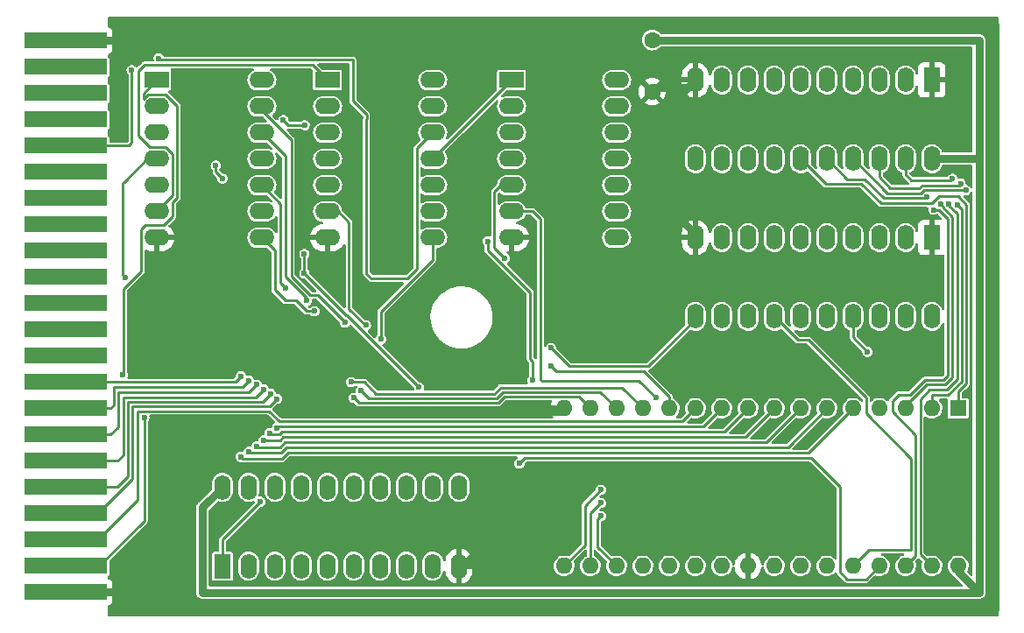
<source format=gbr>
%TF.GenerationSoftware,KiCad,Pcbnew,(6.0.8-1)-1*%
%TF.CreationDate,2023-01-09T08:05:36+01:00*%
%TF.ProjectId,OpenC64Cart,4f70656e-4336-4344-9361-72742e6b6963,2*%
%TF.SameCoordinates,Original*%
%TF.FileFunction,Copper,L2,Bot*%
%TF.FilePolarity,Positive*%
%FSLAX46Y46*%
G04 Gerber Fmt 4.6, Leading zero omitted, Abs format (unit mm)*
G04 Created by KiCad (PCBNEW (6.0.8-1)-1) date 2023-01-09 08:05:36*
%MOMM*%
%LPD*%
G01*
G04 APERTURE LIST*
%TA.AperFunction,SMDPad,CuDef*%
%ADD10R,8.000000X1.524000*%
%TD*%
%TA.AperFunction,ComponentPad*%
%ADD11R,1.600000X1.600000*%
%TD*%
%TA.AperFunction,ComponentPad*%
%ADD12O,1.600000X1.600000*%
%TD*%
%TA.AperFunction,ComponentPad*%
%ADD13R,2.400000X1.600000*%
%TD*%
%TA.AperFunction,ComponentPad*%
%ADD14O,2.400000X1.600000*%
%TD*%
%TA.AperFunction,ComponentPad*%
%ADD15R,1.600000X2.400000*%
%TD*%
%TA.AperFunction,ComponentPad*%
%ADD16O,1.600000X2.400000*%
%TD*%
%TA.AperFunction,ComponentPad*%
%ADD17C,1.600000*%
%TD*%
%TA.AperFunction,ViaPad*%
%ADD18C,0.600000*%
%TD*%
%TA.AperFunction,Conductor*%
%ADD19C,0.800000*%
%TD*%
%TA.AperFunction,Conductor*%
%ADD20C,0.250000*%
%TD*%
G04 APERTURE END LIST*
D10*
%TO.P,U7,A,GND*%
%TO.N,GND*%
X107594400Y-62103000D03*
%TO.P,U7,B,/ROMH*%
%TO.N,unconnected-(U7-PadB)*%
X107594400Y-64643000D03*
%TO.P,U7,C,/RESET*%
%TO.N,unconnected-(U7-PadC)*%
X107594400Y-67183000D03*
%TO.P,U7,D,/NMI*%
%TO.N,unconnected-(U7-PadD)*%
X107594400Y-69723000D03*
%TO.P,U7,E,PHI2*%
%TO.N,PHI*%
X107594400Y-72263000D03*
%TO.P,U7,F,A15*%
%TO.N,unconnected-(U7-PadF)*%
X107594400Y-74803000D03*
%TO.P,U7,H,A14*%
%TO.N,unconnected-(U7-PadH)*%
X107594400Y-77343000D03*
%TO.P,U7,J,A13*%
%TO.N,unconnected-(U7-PadJ)*%
X107594400Y-79883000D03*
%TO.P,U7,K,A12*%
%TO.N,unconnected-(U7-PadK)*%
X107594400Y-82423000D03*
%TO.P,U7,L,A11*%
%TO.N,unconnected-(U7-PadL)*%
X107594400Y-84963000D03*
%TO.P,U7,M,A10*%
%TO.N,unconnected-(U7-PadM)*%
X107594400Y-87503000D03*
%TO.P,U7,N,A9*%
%TO.N,unconnected-(U7-PadN)*%
X107594400Y-90043000D03*
%TO.P,U7,P,A8*%
%TO.N,unconnected-(U7-PadP)*%
X107594400Y-92583000D03*
%TO.P,U7,R,A7*%
%TO.N,/A7*%
X107594400Y-95123000D03*
%TO.P,U7,S,A6*%
%TO.N,/A6*%
X107594400Y-97663000D03*
%TO.P,U7,T,A5*%
%TO.N,/A5*%
X107594400Y-100203000D03*
%TO.P,U7,U,A4*%
%TO.N,/A4*%
X107594400Y-102743000D03*
%TO.P,U7,V,A3*%
%TO.N,/A3*%
X107594400Y-105283000D03*
%TO.P,U7,W,A2*%
%TO.N,/A2*%
X107594400Y-107823000D03*
%TO.P,U7,X,A1*%
%TO.N,/A1*%
X107594400Y-110363000D03*
%TO.P,U7,Y,A0*%
%TO.N,A0*%
X107594400Y-112903000D03*
%TO.P,U7,Z,GND*%
%TO.N,GND*%
X107594400Y-115443000D03*
%TD*%
D11*
%TO.P,SRAM1,1,A18*%
%TO.N,/A18*%
X193852800Y-97658000D03*
D12*
%TO.P,SRAM1,2,A16*%
%TO.N,/A16*%
X191312800Y-97658000D03*
%TO.P,SRAM1,3,A14*%
%TO.N,/A14*%
X188772800Y-97658000D03*
%TO.P,SRAM1,4,A12*%
%TO.N,/A12*%
X186232800Y-97658000D03*
%TO.P,SRAM1,5,A7*%
%TO.N,/A7*%
X183692800Y-97658000D03*
%TO.P,SRAM1,6,A6*%
%TO.N,/A6*%
X181152800Y-97658000D03*
%TO.P,SRAM1,7,A5*%
%TO.N,/A5*%
X178612800Y-97658000D03*
%TO.P,SRAM1,8,A4*%
%TO.N,/A4*%
X176072800Y-97658000D03*
%TO.P,SRAM1,9,A3*%
%TO.N,/A3*%
X173532800Y-97658000D03*
%TO.P,SRAM1,10,A2*%
%TO.N,/A2*%
X170992800Y-97658000D03*
%TO.P,SRAM1,11,A1*%
%TO.N,/A1*%
X168452800Y-97658000D03*
%TO.P,SRAM1,12,A0*%
%TO.N,A0 Buffered*%
X165912800Y-97658000D03*
%TO.P,SRAM1,13,I/O0*%
%TO.N,/D0*%
X163372800Y-97658000D03*
%TO.P,SRAM1,14,I/O1*%
%TO.N,/D1*%
X160832800Y-97658000D03*
%TO.P,SRAM1,15,I/O2*%
%TO.N,/D2*%
X158292800Y-97658000D03*
%TO.P,SRAM1,16,VSS*%
%TO.N,GND*%
X155752800Y-97658000D03*
%TO.P,SRAM1,17,I/O3*%
%TO.N,/D3*%
X155752800Y-112898000D03*
%TO.P,SRAM1,18,I/O4*%
%TO.N,/D4*%
X158292800Y-112898000D03*
%TO.P,SRAM1,19,I/O5*%
%TO.N,/D5*%
X160832800Y-112898000D03*
%TO.P,SRAM1,20,I/O6*%
%TO.N,/D6*%
X163372800Y-112898000D03*
%TO.P,SRAM1,21,I/O7*%
%TO.N,/D7*%
X165912800Y-112898000D03*
%TO.P,SRAM1,22,~{CS}*%
%TO.N,~{CS} SRAM*%
X168452800Y-112898000D03*
%TO.P,SRAM1,23,A10*%
%TO.N,/A10*%
X170992800Y-112898000D03*
%TO.P,SRAM1,24,~{OE}*%
%TO.N,GND*%
X173532800Y-112898000D03*
%TO.P,SRAM1,25,A11*%
%TO.N,/A11*%
X176072800Y-112898000D03*
%TO.P,SRAM1,26,A9*%
%TO.N,/A9*%
X178612800Y-112898000D03*
%TO.P,SRAM1,27,A8*%
%TO.N,/A8*%
X181152800Y-112898000D03*
%TO.P,SRAM1,28,A13*%
%TO.N,/A13*%
X183692800Y-112898000D03*
%TO.P,SRAM1,29,~{WE}*%
%TO.N,~{WE} SRAM*%
X186232800Y-112898000D03*
%TO.P,SRAM1,30,A17*%
%TO.N,/A17*%
X188772800Y-112898000D03*
%TO.P,SRAM1,31,A15*%
%TO.N,/A15*%
X191312800Y-112898000D03*
%TO.P,SRAM1,32,VCC*%
%TO.N,+5V*%
X193852800Y-112898000D03*
%TD*%
D13*
%TO.P,U1,1*%
%TO.N,A0*%
X116387800Y-65908000D03*
D14*
%TO.P,U1,2*%
%TO.N,Net-(U1-Pad2)*%
X116387800Y-68448000D03*
%TO.P,U1,3*%
X116387800Y-70988000D03*
%TO.P,U1,4*%
%TO.N,A0 Buffered*%
X116387800Y-73528000D03*
%TO.P,U1,5*%
%TO.N,~{IO2}*%
X116387800Y-76068000D03*
%TO.P,U1,6*%
%TO.N,Net-(U1-Pad6)*%
X116387800Y-78608000D03*
%TO.P,U1,7,GND*%
%TO.N,GND*%
X116387800Y-81148000D03*
%TO.P,U1,8*%
%TO.N,DIR bus trasceinver*%
X126547800Y-81148000D03*
%TO.P,U1,9*%
%TO.N,R~{W}*%
X126547800Y-78608000D03*
%TO.P,U1,10*%
%TO.N,Net-(U1-Pad10)*%
X126547800Y-76068000D03*
%TO.P,U1,11*%
%TO.N,~{IO1}*%
X126547800Y-73528000D03*
%TO.P,U1,12*%
%TO.N,~{OE} bus transceiver*%
X126547800Y-70988000D03*
%TO.P,U1,13*%
%TO.N,Net-(U1-Pad13)*%
X126547800Y-68448000D03*
%TO.P,U1,14,VCC*%
%TO.N,+5V*%
X126547800Y-65908000D03*
%TD*%
D15*
%TO.P,U4,1,OE*%
%TO.N,GND*%
X191307800Y-81138000D03*
D16*
%TO.P,U4,2,D0*%
%TO.N,/D0*%
X188767800Y-81138000D03*
%TO.P,U4,3,D1*%
%TO.N,/D1*%
X186227800Y-81138000D03*
%TO.P,U4,4,D2*%
%TO.N,/D2*%
X183687800Y-81138000D03*
%TO.P,U4,5,D3*%
%TO.N,/D3*%
X181147800Y-81138000D03*
%TO.P,U4,6,D4*%
%TO.N,/D4*%
X178607800Y-81138000D03*
%TO.P,U4,7,D5*%
%TO.N,/D5*%
X176067800Y-81138000D03*
%TO.P,U4,8,D6*%
%TO.N,unconnected-(U4-Pad8)*%
X173527800Y-81138000D03*
%TO.P,U4,9,D7*%
%TO.N,unconnected-(U4-Pad9)*%
X170987800Y-81138000D03*
%TO.P,U4,10,GND*%
%TO.N,GND*%
X168447800Y-81138000D03*
%TO.P,U4,11,Load*%
%TO.N,LATCH1 @ DFFE*%
X168447800Y-88758000D03*
%TO.P,U4,12,Q7*%
%TO.N,unconnected-(U4-Pad12)*%
X170987800Y-88758000D03*
%TO.P,U4,13,Q6*%
%TO.N,unconnected-(U4-Pad13)*%
X173527800Y-88758000D03*
%TO.P,U4,14,Q5*%
%TO.N,/A13*%
X176067800Y-88758000D03*
%TO.P,U4,15,Q4*%
%TO.N,/A12*%
X178607800Y-88758000D03*
%TO.P,U4,16,Q3*%
%TO.N,/A11*%
X181147800Y-88758000D03*
%TO.P,U4,17,Q2*%
%TO.N,/A10*%
X183687800Y-88758000D03*
%TO.P,U4,18,Q1*%
%TO.N,/A9*%
X186227800Y-88758000D03*
%TO.P,U4,19,Q0*%
%TO.N,/A8*%
X188767800Y-88758000D03*
%TO.P,U4,20,VCC*%
%TO.N,+5V*%
X191307800Y-88758000D03*
%TD*%
D13*
%TO.P,U2,1*%
%TO.N,Net-(U1-Pad6)*%
X132897800Y-65908000D03*
D14*
%TO.P,U2,2*%
%TO.N,Net-(U2-Pad11)*%
X132897800Y-68448000D03*
%TO.P,U2,3*%
%TO.N,Net-(U2-Pad3)*%
X132897800Y-70988000D03*
%TO.P,U2,4*%
%TO.N,A0 Buffered*%
X132897800Y-73528000D03*
%TO.P,U2,5*%
%TO.N,Net-(U2-Pad3)*%
X132897800Y-76068000D03*
%TO.P,U2,6*%
%TO.N,LATCH2 @ DFFF*%
X132897800Y-78608000D03*
%TO.P,U2,7,GND*%
%TO.N,GND*%
X132897800Y-81148000D03*
%TO.P,U2,8*%
%TO.N,LATCH1 @ DFFE*%
X143057800Y-81148000D03*
%TO.P,U2,9*%
%TO.N,Net-(U2-Pad3)*%
X143057800Y-78608000D03*
%TO.P,U2,10*%
%TO.N,Net-(U1-Pad2)*%
X143057800Y-76068000D03*
%TO.P,U2,11*%
%TO.N,Net-(U2-Pad11)*%
X143057800Y-73528000D03*
%TO.P,U2,12*%
%TO.N,PHI*%
X143057800Y-70988000D03*
%TO.P,U2,13*%
%TO.N,DIR bus trasceinver*%
X143057800Y-68448000D03*
%TO.P,U2,14,VCC*%
%TO.N,+5V*%
X143057800Y-65908000D03*
%TD*%
D15*
%TO.P,U6,1,A->B*%
%TO.N,DIR bus trasceinver*%
X122737800Y-112918000D03*
D16*
%TO.P,U6,2,A0*%
%TO.N,/C64DATA0*%
X125277800Y-112918000D03*
%TO.P,U6,3,A1*%
%TO.N,/C64DATA1*%
X127817800Y-112918000D03*
%TO.P,U6,4,A2*%
%TO.N,/C64DATA2*%
X130357800Y-112918000D03*
%TO.P,U6,5,A3*%
%TO.N,/C64DATA3*%
X132897800Y-112918000D03*
%TO.P,U6,6,A4*%
%TO.N,/C64DATA4*%
X135437800Y-112918000D03*
%TO.P,U6,7,A5*%
%TO.N,/C64DATA5*%
X137977800Y-112918000D03*
%TO.P,U6,8,A6*%
%TO.N,/C64DATA6*%
X140517800Y-112918000D03*
%TO.P,U6,9,A7*%
%TO.N,/C64DATA7*%
X143057800Y-112918000D03*
%TO.P,U6,10,GND*%
%TO.N,GND*%
X145597800Y-112918000D03*
%TO.P,U6,11,B7*%
%TO.N,/D7*%
X145597800Y-105298000D03*
%TO.P,U6,12,B6*%
%TO.N,/D6*%
X143057800Y-105298000D03*
%TO.P,U6,13,B5*%
%TO.N,/D5*%
X140517800Y-105298000D03*
%TO.P,U6,14,B4*%
%TO.N,/D4*%
X137977800Y-105298000D03*
%TO.P,U6,15,B3*%
%TO.N,/D3*%
X135437800Y-105298000D03*
%TO.P,U6,16,B2*%
%TO.N,/D2*%
X132897800Y-105298000D03*
%TO.P,U6,17,B1*%
%TO.N,/D1*%
X130357800Y-105298000D03*
%TO.P,U6,18,B0*%
%TO.N,/D0*%
X127817800Y-105298000D03*
%TO.P,U6,19,CE*%
%TO.N,~{OE} bus transceiver*%
X125277800Y-105298000D03*
%TO.P,U6,20,VCC*%
%TO.N,+5V*%
X122737800Y-105298000D03*
%TD*%
D17*
%TO.P,C1,1*%
%TO.N,GND*%
X164287200Y-67030600D03*
%TO.P,C1,2*%
%TO.N,+5V*%
X164287200Y-62030600D03*
%TD*%
D13*
%TO.P,U3,1*%
%TO.N,Net-(U2-Pad11)*%
X150677800Y-65908000D03*
D14*
%TO.P,U3,2*%
%TO.N,Net-(U1-Pad10)*%
X150677800Y-68448000D03*
%TO.P,U3,3*%
%TO.N,~{WE} SRAM*%
X150677800Y-70988000D03*
%TO.P,U3,4*%
%TO.N,Net-(U1-Pad10)*%
X150677800Y-73528000D03*
%TO.P,U3,5*%
X150677800Y-76068000D03*
%TO.P,U3,6*%
%TO.N,~{CS} SRAM*%
X150677800Y-78608000D03*
%TO.P,U3,7,GND*%
%TO.N,GND*%
X150677800Y-81148000D03*
%TO.P,U3,8*%
%TO.N,Net-(U3-Pad13)*%
X160837800Y-81148000D03*
%TO.P,U3,9*%
%TO.N,Net-(U1-Pad6)*%
X160837800Y-78608000D03*
%TO.P,U3,10*%
X160837800Y-76068000D03*
%TO.P,U3,11*%
%TO.N,Net-(U1-Pad13)*%
X160837800Y-73528000D03*
%TO.P,U3,12*%
%TO.N,~{CS} SRAM*%
X160837800Y-70988000D03*
%TO.P,U3,13*%
%TO.N,Net-(U3-Pad13)*%
X160837800Y-68448000D03*
%TO.P,U3,14,VCC*%
%TO.N,+5V*%
X160837800Y-65908000D03*
%TD*%
D15*
%TO.P,U5,1,OE*%
%TO.N,GND*%
X191307800Y-65898000D03*
D16*
%TO.P,U5,2,D0*%
%TO.N,/D0*%
X188767800Y-65898000D03*
%TO.P,U5,3,D1*%
%TO.N,/D1*%
X186227800Y-65898000D03*
%TO.P,U5,4,D2*%
%TO.N,/D2*%
X183687800Y-65898000D03*
%TO.P,U5,5,D3*%
%TO.N,/D3*%
X181147800Y-65898000D03*
%TO.P,U5,6,D4*%
%TO.N,/D4*%
X178607800Y-65898000D03*
%TO.P,U5,7,D5*%
%TO.N,unconnected-(U5-Pad7)*%
X176067800Y-65898000D03*
%TO.P,U5,8,D6*%
%TO.N,unconnected-(U5-Pad8)*%
X173527800Y-65898000D03*
%TO.P,U5,9,D7*%
%TO.N,unconnected-(U5-Pad9)*%
X170987800Y-65898000D03*
%TO.P,U5,10,GND*%
%TO.N,GND*%
X168447800Y-65898000D03*
%TO.P,U5,11,Load*%
%TO.N,LATCH2 @ DFFF*%
X168447800Y-73518000D03*
%TO.P,U5,12,Q7*%
%TO.N,unconnected-(U5-Pad12)*%
X170987800Y-73518000D03*
%TO.P,U5,13,Q6*%
%TO.N,unconnected-(U5-Pad13)*%
X173527800Y-73518000D03*
%TO.P,U5,14,Q5*%
%TO.N,unconnected-(U5-Pad14)*%
X176067800Y-73518000D03*
%TO.P,U5,15,Q4*%
%TO.N,/A18*%
X178607800Y-73518000D03*
%TO.P,U5,16,Q3*%
%TO.N,/A17*%
X181147800Y-73518000D03*
%TO.P,U5,17,Q2*%
%TO.N,/A16*%
X183687800Y-73518000D03*
%TO.P,U5,18,Q1*%
%TO.N,/A15*%
X186227800Y-73518000D03*
%TO.P,U5,19,Q0*%
%TO.N,/A14*%
X188767800Y-73518000D03*
%TO.P,U5,20,VCC*%
%TO.N,+5V*%
X191307800Y-73518000D03*
%TD*%
D18*
%TO.N,GND*%
X197383400Y-72186800D03*
X126542800Y-117094000D03*
X137464800Y-83693000D03*
X142849600Y-117094000D03*
X176834800Y-60477400D03*
X159064200Y-60468000D03*
X197332600Y-98679000D03*
X190500000Y-117094000D03*
X176961800Y-117119400D03*
X159105600Y-117119400D03*
X142859000Y-60468000D03*
X112293400Y-115443000D03*
X126298200Y-60468000D03*
X148640800Y-103759000D03*
X149631400Y-97942400D03*
X190754000Y-60502800D03*
%TO.N,+5V*%
X195859400Y-88580200D03*
%TO.N,/A16*%
X193754111Y-77975089D03*
X194582449Y-76550196D03*
%TO.N,/A14*%
X193307607Y-75448500D03*
X192158434Y-77871965D03*
%TO.N,/A7*%
X124510800Y-102336600D03*
X124536200Y-94564200D03*
%TO.N,/A6*%
X125272800Y-94970600D03*
X125272800Y-101879400D03*
%TO.N,/A5*%
X126034800Y-95377000D03*
X126034800Y-101346000D03*
%TO.N,/A4*%
X126679800Y-100771800D03*
X126720600Y-95808800D03*
%TO.N,/A3*%
X127304800Y-100050600D03*
X127381730Y-96258368D03*
%TO.N,/A2*%
X128023820Y-96734734D03*
X128023820Y-99535020D03*
%TO.N,A0 Buffered*%
X130657600Y-82727800D03*
X130657600Y-84592500D03*
X113385600Y-85013800D03*
X154482800Y-93599000D03*
X141732000Y-95630500D03*
%TO.N,/D0*%
X135178800Y-95123000D03*
%TO.N,/D1*%
X136136800Y-95943000D03*
%TO.N,/D2*%
X135432800Y-96647000D03*
%TO.N,/D3*%
X159308800Y-105537000D03*
%TO.N,/D4*%
X159308800Y-106807000D03*
%TO.N,/D5*%
X159308800Y-108077000D03*
%TO.N,~{CS} SRAM*%
X164693600Y-96647000D03*
%TO.N,/A10*%
X185079300Y-92191500D03*
%TO.N,~{WE} SRAM*%
X151434800Y-102997000D03*
X152730200Y-94945200D03*
X148397300Y-81508600D03*
%TO.N,/A17*%
X190789629Y-77200829D03*
X191466343Y-78452040D03*
%TO.N,/A15*%
X194083291Y-75925659D03*
X192956279Y-77923423D03*
%TO.N,A0*%
X113080800Y-94437200D03*
X115182300Y-98552500D03*
%TO.N,Net-(U1-Pad2)*%
X128625600Y-69773800D03*
X130683000Y-70281800D03*
%TO.N,DIR bus trasceinver*%
X126390400Y-106705400D03*
X131622800Y-88265000D03*
%TO.N,R~{W}*%
X122097800Y-74168000D03*
X122732800Y-75438000D03*
%TO.N,Net-(U1-Pad10)*%
X150037800Y-83134200D03*
X128879600Y-86029800D03*
%TO.N,~{OE} bus transceiver*%
X130860800Y-87249000D03*
%TO.N,LATCH2 @ DFFF*%
X136598539Y-89613861D03*
%TO.N,LATCH1 @ DFFE*%
X154482800Y-91821000D03*
X138071489Y-90954489D03*
%TO.N,PHI*%
X116586000Y-63815300D03*
X113969800Y-64947800D03*
%TO.N,Net-(U1-Pad13)*%
X134585061Y-89366739D03*
%TD*%
D19*
%TO.N,GND*%
X113969800Y-117119400D02*
X112293400Y-115443000D01*
X168447800Y-81138000D02*
X168447800Y-80792400D01*
X197383400Y-117119400D02*
X176961800Y-117119400D01*
X164185600Y-66609600D02*
X167736200Y-66609600D01*
X113969800Y-60477400D02*
X190728600Y-60477400D01*
X167736200Y-66609600D02*
X168447800Y-65898000D01*
X176961800Y-117119400D02*
X159105600Y-117119400D01*
X148640800Y-110210600D02*
X145933400Y-112918000D01*
X168447800Y-80792400D02*
X166979600Y-79324200D01*
X166979600Y-79324200D02*
X166979600Y-67366200D01*
X190728600Y-60477400D02*
X190754000Y-60502800D01*
X149631400Y-97942400D02*
X155468400Y-97942400D01*
X112344200Y-62103000D02*
X113969800Y-60477400D01*
X148640800Y-103759000D02*
X148640800Y-110210600D01*
X166979600Y-67366200D02*
X168447800Y-65898000D01*
X190754000Y-60502800D02*
X197383400Y-60502800D01*
X197383400Y-72186800D02*
X197383400Y-117119400D01*
X159105600Y-117119400D02*
X113969800Y-117119400D01*
X155468400Y-97942400D02*
X155752800Y-97658000D01*
X197383400Y-60502800D02*
X197383400Y-72186800D01*
X107594400Y-115443000D02*
X112217200Y-115443000D01*
X107594400Y-62103000D02*
X112344200Y-62103000D01*
X145933400Y-112918000D02*
X145597800Y-112918000D01*
X137480800Y-60486800D02*
X137480800Y-83677000D01*
%TO.N,+5V*%
X195808600Y-115417600D02*
X193852800Y-113461800D01*
X164334200Y-62077600D02*
X195859400Y-62077600D01*
X122737800Y-105298000D02*
X120827800Y-107208000D01*
X195859400Y-73710800D02*
X195859400Y-115493800D01*
X164287200Y-62030600D02*
X164334200Y-62077600D01*
X195859400Y-62077600D02*
X195859400Y-73710800D01*
X195834000Y-115493800D02*
X195859400Y-115468400D01*
X194498200Y-73518000D02*
X195666600Y-73518000D01*
X191307800Y-73518000D02*
X194498200Y-73518000D01*
X195666600Y-73518000D02*
X195859400Y-73710800D01*
X193852800Y-113461800D02*
X193852800Y-112898000D01*
X120827800Y-115493800D02*
X195834000Y-115493800D01*
X120827800Y-107208000D02*
X120827800Y-115493800D01*
D20*
%TO.N,/A18*%
X184480200Y-75946000D02*
X181035800Y-75946000D01*
X193852800Y-96018980D02*
X194636800Y-95234980D01*
X186385700Y-77851500D02*
X184480200Y-75946000D01*
X194636800Y-77974600D02*
X193827400Y-77165200D01*
X194636800Y-95234980D02*
X194636800Y-77974600D01*
X191295015Y-77851500D02*
X186385700Y-77851500D01*
X181035800Y-75946000D02*
X178607800Y-73518000D01*
X191981315Y-77165200D02*
X191295015Y-77851500D01*
X193827400Y-77165200D02*
X191981315Y-77165200D01*
X193852800Y-97658000D02*
X193852800Y-96018980D01*
%TO.N,/A16*%
X190246175Y-76860400D02*
X187030200Y-76860400D01*
X194582449Y-76550196D02*
X190556379Y-76550196D01*
X187030200Y-76860400D02*
X183687800Y-73518000D01*
X192842384Y-96393000D02*
X191312800Y-96393000D01*
X194186800Y-78407778D02*
X194186800Y-95048584D01*
X194186800Y-95048584D02*
X192842384Y-96393000D01*
X193754111Y-77975089D02*
X194186800Y-78407778D01*
X191312800Y-96393000D02*
X191312800Y-97658000D01*
X190556379Y-76550196D02*
X190246175Y-76860400D01*
%TO.N,/A14*%
X189331600Y-75615800D02*
X188767800Y-75052000D01*
X193286800Y-79139200D02*
X193286800Y-94675792D01*
X192158434Y-77871965D02*
X192331279Y-78044810D01*
X188772800Y-97409000D02*
X188772800Y-97658000D01*
X193140307Y-75615800D02*
X189331600Y-75615800D01*
X192331279Y-78044810D02*
X192331279Y-78183679D01*
X192331279Y-78183679D02*
X193286800Y-79139200D01*
X193307607Y-75448500D02*
X193140307Y-75615800D01*
X190804800Y-95377000D02*
X188772800Y-97409000D01*
X193286800Y-94675792D02*
X192585592Y-95377000D01*
X192585592Y-95377000D02*
X190804800Y-95377000D01*
X188767800Y-75052000D02*
X188767800Y-73518000D01*
%TO.N,/A7*%
X179369800Y-101981000D02*
X183692800Y-97658000D01*
X128524000Y-102514400D02*
X129057400Y-101981000D01*
X123977400Y-95123000D02*
X124536200Y-94564200D01*
X107492800Y-95123000D02*
X123977400Y-95123000D01*
X124510800Y-102336600D02*
X124688600Y-102514400D01*
X124688600Y-102514400D02*
X128524000Y-102514400D01*
X129057400Y-101981000D02*
X179369800Y-101981000D01*
%TO.N,/A6*%
X125272800Y-101879400D02*
X125364400Y-101971000D01*
X177395800Y-101415000D02*
X181152800Y-97658000D01*
X125272800Y-95021400D02*
X124721200Y-95573000D01*
X112242600Y-95573000D02*
X112242600Y-97358200D01*
X124721200Y-95573000D02*
X112242600Y-95573000D01*
X128936912Y-101415000D02*
X177395800Y-101415000D01*
X128380912Y-101971000D02*
X128936912Y-101415000D01*
X125272800Y-94970600D02*
X125272800Y-95021400D01*
X125364400Y-101971000D02*
X128380912Y-101971000D01*
X112242600Y-97358200D02*
X111937800Y-97663000D01*
X111937800Y-97663000D02*
X107492800Y-97663000D01*
%TO.N,/A5*%
X126085600Y-101396800D02*
X128318716Y-101396800D01*
X111937800Y-100203000D02*
X112692600Y-99448200D01*
X128318716Y-101396800D02*
X128750516Y-100965000D01*
X175305800Y-100965000D02*
X178612800Y-97658000D01*
X126034800Y-101346000D02*
X126085600Y-101396800D01*
X112692600Y-99448200D02*
X112692600Y-96088200D01*
X110032800Y-100203000D02*
X110364800Y-100203000D01*
X128750516Y-100965000D02*
X175305800Y-100965000D01*
X107492800Y-100203000D02*
X111937800Y-100203000D01*
X125323600Y-96088200D02*
X126034800Y-95377000D01*
X112692600Y-96088200D02*
X125323600Y-96088200D01*
%TO.N,/A4*%
X113142600Y-102173200D02*
X113142600Y-97730992D01*
X173273800Y-100457000D02*
X176072800Y-97658000D01*
X113142600Y-96571200D02*
X113142600Y-97600592D01*
X128307320Y-100771800D02*
X128622120Y-100457000D01*
X128622120Y-100457000D02*
X173273800Y-100457000D01*
X126720600Y-95808800D02*
X125958200Y-96571200D01*
X107492800Y-102743000D02*
X112572800Y-102743000D01*
X112572800Y-102743000D02*
X113142600Y-102173200D01*
X125958200Y-96571200D02*
X113142600Y-96571200D01*
X126679800Y-100771800D02*
X128307320Y-100771800D01*
%TO.N,/A3*%
X128282704Y-100160020D02*
X128493724Y-99949000D01*
X113592600Y-97028000D02*
X113592600Y-104263200D01*
X127381730Y-96258368D02*
X126618898Y-97021200D01*
X115366800Y-97028000D02*
X113592600Y-97028000D01*
X112572800Y-105283000D02*
X107621074Y-105283000D01*
X127414220Y-100160020D02*
X128282704Y-100160020D01*
X113592600Y-104263200D02*
X112572800Y-105283000D01*
X127304800Y-100050600D02*
X127414220Y-100160020D01*
X171241800Y-99949000D02*
X173532800Y-97658000D01*
X115373600Y-97021200D02*
X115366800Y-97028000D01*
X126618898Y-97021200D02*
X115373600Y-97021200D01*
X128493724Y-99949000D02*
X171241800Y-99949000D01*
%TO.N,/A2*%
X169209800Y-99441000D02*
X170992800Y-97658000D01*
X127280554Y-97478000D02*
X114042600Y-97478000D01*
X114042600Y-97478000D02*
X114042600Y-104511200D01*
X114042600Y-104511200D02*
X110730800Y-107823000D01*
X128023820Y-99535020D02*
X128117840Y-99441000D01*
X128117840Y-99441000D02*
X169209800Y-99441000D01*
X110730800Y-107823000D02*
X107492800Y-107823000D01*
X128023820Y-96734734D02*
X127280554Y-97478000D01*
%TO.N,/A1*%
X110730800Y-110363000D02*
X107492800Y-110363000D01*
X114557800Y-97928000D02*
X114557800Y-106536000D01*
X167177800Y-98933000D02*
X128270000Y-98933000D01*
X128270000Y-98933000D02*
X127265000Y-97928000D01*
X127265000Y-97928000D02*
X114557800Y-97928000D01*
X114557800Y-106536000D02*
X110730800Y-110363000D01*
X168452800Y-97658000D02*
X167177800Y-98933000D01*
%TO.N,A0 Buffered*%
X130657600Y-82727800D02*
X130657600Y-84592500D01*
X154482800Y-93599000D02*
X154990800Y-94107000D01*
X113258600Y-75742800D02*
X113131600Y-75869800D01*
X141732000Y-95630500D02*
X134737500Y-88636000D01*
X163493170Y-94107000D02*
X165912800Y-96526630D01*
X154990800Y-94107000D02*
X163493170Y-94107000D01*
X134737500Y-88636000D02*
X134701100Y-88636000D01*
X116387800Y-73528000D02*
X115473400Y-73528000D01*
X134701100Y-88636000D02*
X130657600Y-84592500D01*
X165912800Y-96526630D02*
X165912800Y-97658000D01*
X113131600Y-75869800D02*
X113131600Y-84759800D01*
X113131600Y-84759800D02*
X113385600Y-85013800D01*
X115473400Y-73528000D02*
X113258600Y-75742800D01*
%TO.N,/D0*%
X135178800Y-95123000D02*
X136448800Y-95123000D01*
X161347800Y-95633000D02*
X163372800Y-97658000D01*
X137580800Y-96255000D02*
X149020703Y-96255000D01*
X136448800Y-95123000D02*
X137580800Y-96255000D01*
X149020703Y-96255000D02*
X149642703Y-95633000D01*
X149642703Y-95633000D02*
X161347800Y-95633000D01*
%TO.N,/D1*%
X136898800Y-96705000D02*
X136136800Y-95943000D01*
X159257800Y-96083000D02*
X149829099Y-96083000D01*
X149829099Y-96083000D02*
X149207099Y-96705000D01*
X149207099Y-96705000D02*
X136898800Y-96705000D01*
X160832800Y-97658000D02*
X159257800Y-96083000D01*
%TO.N,/D2*%
X150015495Y-96533000D02*
X149393495Y-97155000D01*
X149393495Y-97155000D02*
X135940800Y-97155000D01*
X158292800Y-97658000D02*
X157167800Y-96533000D01*
X135940800Y-97155000D02*
X135432800Y-96647000D01*
X157167800Y-96533000D02*
X150015495Y-96533000D01*
%TO.N,/D3*%
X157759400Y-110891400D02*
X155752800Y-112898000D01*
X157759400Y-107086400D02*
X157759400Y-110891400D01*
X159308800Y-105537000D02*
X157759400Y-107086400D01*
%TO.N,/D4*%
X158292800Y-107823000D02*
X158292800Y-112898000D01*
X159308800Y-106807000D02*
X158292800Y-107823000D01*
%TO.N,/D5*%
X158978600Y-108407200D02*
X158978600Y-111043800D01*
X158978600Y-111043800D02*
X160832800Y-112898000D01*
X159308800Y-108077000D02*
X158978600Y-108407200D01*
%TO.N,~{CS} SRAM*%
X162980800Y-94985000D02*
X164642800Y-96647000D01*
X153466800Y-94869000D02*
X153582800Y-94985000D01*
X150677800Y-78608000D02*
X152699800Y-78608000D01*
X153582800Y-94985000D02*
X161086800Y-94985000D01*
X161086800Y-94985000D02*
X162980800Y-94985000D01*
X152699800Y-78608000D02*
X153466800Y-79375000D01*
X153466800Y-79375000D02*
X153466800Y-94869000D01*
%TO.N,/A10*%
X183687800Y-90800000D02*
X183687800Y-88758000D01*
X185079300Y-92191500D02*
X183687800Y-90800000D01*
%TO.N,/A13*%
X189287800Y-111346600D02*
X189287800Y-102496000D01*
X179374800Y-91059000D02*
X178368800Y-91059000D01*
X189287800Y-102496000D02*
X184962800Y-98171000D01*
X183692800Y-112898000D02*
X185244200Y-111346600D01*
X184962800Y-98171000D02*
X184962800Y-96647000D01*
X184962800Y-96647000D02*
X179374800Y-91059000D01*
X178368800Y-91059000D02*
X176067800Y-88758000D01*
X185244200Y-111346600D02*
X189287800Y-111346600D01*
%TO.N,~{WE} SRAM*%
X183134000Y-114198400D02*
X182422800Y-113487200D01*
X182422800Y-105257600D02*
X179654200Y-102489000D01*
X152730200Y-93116400D02*
X152730200Y-94945200D01*
X179654200Y-102489000D02*
X151942800Y-102489000D01*
X148397300Y-81508600D02*
X148397300Y-82377584D01*
X151942800Y-102489000D02*
X151434800Y-102997000D01*
X148397300Y-82377584D02*
X152476200Y-86456484D01*
X186232800Y-112898000D02*
X184932400Y-114198400D01*
X152476200Y-92862400D02*
X152730200Y-93116400D01*
X152476200Y-86456484D02*
X152476200Y-92862400D01*
X184932400Y-114198400D02*
X183134000Y-114198400D01*
X182422800Y-113487200D02*
X182422800Y-105257600D01*
%TO.N,/A17*%
X189216602Y-96328802D02*
X190618404Y-94927000D01*
X191984165Y-78496965D02*
X191511268Y-78496965D01*
X190647458Y-77343000D02*
X186664600Y-77343000D01*
X184810400Y-75488800D02*
X183118600Y-75488800D01*
X192836800Y-79349600D02*
X191984165Y-78496965D01*
X186664600Y-77343000D02*
X184810400Y-75488800D01*
X192836800Y-94489396D02*
X192836800Y-79349600D01*
X188772800Y-112898000D02*
X189737800Y-111933000D01*
X189737800Y-111933000D02*
X189737800Y-100213991D01*
X187477400Y-96962400D02*
X188110998Y-96328802D01*
X191511268Y-78496965D02*
X191466343Y-78452040D01*
X183118600Y-75488800D02*
X181147800Y-73518000D01*
X188110998Y-96328802D02*
X189216602Y-96328802D01*
X192399196Y-94927000D02*
X192836800Y-94489396D01*
X190789629Y-77200829D02*
X190647458Y-77343000D01*
X189737800Y-100213991D02*
X187477400Y-97953591D01*
X190618404Y-94927000D02*
X192399196Y-94927000D01*
X187477400Y-97953591D02*
X187477400Y-96962400D01*
%TO.N,/A15*%
X194083291Y-75925659D02*
X193908754Y-76100196D01*
X193736800Y-78827200D02*
X193736800Y-94862188D01*
X192956279Y-77923423D02*
X192956279Y-78061141D01*
X192720186Y-95878802D02*
X191064998Y-95878802D01*
X193736800Y-94862188D02*
X192720186Y-95878802D01*
X186227800Y-75306000D02*
X186227800Y-73518000D01*
X192956279Y-78061141D02*
X193584338Y-78689200D01*
X190187800Y-96756000D02*
X190187800Y-111773000D01*
X190187800Y-111773000D02*
X191312800Y-112898000D01*
X193598800Y-78689200D02*
X193736800Y-78827200D01*
X190092379Y-76377800D02*
X187299600Y-76377800D01*
X191064998Y-95878802D02*
X190187800Y-96756000D01*
X193584338Y-78689200D02*
X193598800Y-78689200D01*
X187299600Y-76377800D02*
X186227800Y-75306000D01*
X190369983Y-76100196D02*
X190092379Y-76377800D01*
X193908754Y-76100196D02*
X190369983Y-76100196D01*
%TO.N,A0*%
X118362800Y-68432010D02*
X117253790Y-67323000D01*
X115189000Y-108546400D02*
X110832400Y-112903000D01*
X117253790Y-67323000D02*
X115521810Y-67323000D01*
X117912800Y-77743400D02*
X118362800Y-77293400D01*
X107492800Y-112903000D02*
X110667800Y-112903000D01*
X114862800Y-80392010D02*
X115321010Y-79933800D01*
X117052990Y-79933800D02*
X117912800Y-79073990D01*
X115080200Y-67764610D02*
X115080200Y-67215600D01*
X115189000Y-98559200D02*
X115189000Y-108546400D01*
X115521810Y-67323000D02*
X115080200Y-67764610D01*
X115182300Y-98552500D02*
X115189000Y-98559200D01*
X115080200Y-67215600D02*
X116387800Y-65908000D01*
X110832400Y-112903000D02*
X107594400Y-112903000D01*
X114862800Y-84420484D02*
X114862800Y-80392010D01*
X113157000Y-94361000D02*
X113157000Y-86126284D01*
X113080800Y-94437200D02*
X113157000Y-94361000D01*
X113157000Y-86126284D02*
X114862800Y-84420484D01*
X115321010Y-79933800D02*
X117052990Y-79933800D01*
X118362800Y-77293400D02*
X118362800Y-68432010D01*
X117912800Y-79073990D02*
X117912800Y-77743400D01*
%TO.N,Net-(U1-Pad2)*%
X129133600Y-70281800D02*
X128625600Y-69773800D01*
X130683000Y-70281800D02*
X129133600Y-70281800D01*
%TO.N,Net-(U1-Pad6)*%
X132897800Y-65908000D02*
X131429600Y-64439800D01*
X117253790Y-72403000D02*
X117912800Y-73062010D01*
X115710000Y-72403000D02*
X117253790Y-72403000D01*
X131429600Y-64439800D02*
X115206000Y-64439800D01*
X114630200Y-71323200D02*
X115710000Y-72403000D01*
X115206000Y-64439800D02*
X114630200Y-65015600D01*
X117912800Y-77083000D02*
X116387800Y-78608000D01*
X114630200Y-65015600D02*
X114630200Y-71323200D01*
X117912800Y-73062010D02*
X117912800Y-77083000D01*
%TO.N,DIR bus trasceinver*%
X130860800Y-88265000D02*
X131622800Y-88265000D01*
X126390400Y-106705400D02*
X122737800Y-110358000D01*
X129844800Y-87249000D02*
X128828800Y-87249000D01*
X129844800Y-87249000D02*
X130860800Y-88265000D01*
X128828800Y-87249000D02*
X127812800Y-86233000D01*
X122737800Y-110358000D02*
X122737800Y-112918000D01*
X127812800Y-82413000D02*
X126547800Y-81148000D01*
X127812800Y-86233000D02*
X127812800Y-82413000D01*
%TO.N,R~{W}*%
X122097800Y-74168000D02*
X122097800Y-74803000D01*
X122097800Y-74803000D02*
X122732800Y-75438000D01*
%TO.N,Net-(U1-Pad10)*%
X128371600Y-85521800D02*
X128879600Y-86029800D01*
X149687200Y-76068000D02*
X150677800Y-76068000D01*
X149021800Y-82118200D02*
X149021800Y-76733400D01*
X128371600Y-82727800D02*
X128371600Y-85521800D01*
X150037800Y-83134200D02*
X149021800Y-82118200D01*
X126547800Y-76068000D02*
X128371600Y-77891800D01*
X128371600Y-77891800D02*
X128371600Y-82727800D01*
X149021800Y-76733400D02*
X149687200Y-76068000D01*
%TO.N,~{OE} bus transceiver*%
X128828800Y-73269000D02*
X128828800Y-84963000D01*
X126547800Y-70988000D02*
X128828800Y-73269000D01*
X130860800Y-86995000D02*
X130860800Y-87249000D01*
X128828800Y-84963000D02*
X130860800Y-86995000D01*
%TO.N,Net-(U2-Pad11)*%
X150677800Y-65908000D02*
X143057800Y-73528000D01*
%TO.N,LATCH2 @ DFFF*%
X134975600Y-88087200D02*
X134975600Y-79679800D01*
X136598539Y-89613861D02*
X136502261Y-89613861D01*
X133903800Y-78608000D02*
X132897800Y-78608000D01*
X134975600Y-79679800D02*
X133903800Y-78608000D01*
X136502261Y-89613861D02*
X134975600Y-88087200D01*
%TO.N,LATCH1 @ DFFE*%
X138071489Y-90954489D02*
X138071489Y-88269307D01*
X143057800Y-83282996D02*
X143057800Y-81148000D01*
X156260800Y-93599000D02*
X154482800Y-91821000D01*
X168447800Y-88758000D02*
X168447800Y-89032000D01*
X168447800Y-89032000D02*
X163880800Y-93599000D01*
X138071489Y-88269307D02*
X143057800Y-83282996D01*
X163880800Y-93599000D02*
X156260800Y-93599000D01*
%TO.N,PHI*%
X141532800Y-72513000D02*
X143057800Y-70988000D01*
X140589000Y-85115400D02*
X141532800Y-84171600D01*
X113969800Y-64947800D02*
X113969800Y-71983600D01*
X136652000Y-69723000D02*
X136652000Y-84632800D01*
X137134600Y-85115400D02*
X140589000Y-85115400D01*
X141532800Y-84171600D02*
X141532800Y-72513000D01*
X113690400Y-72263000D02*
X107621074Y-72263000D01*
X135331200Y-67945000D02*
X136677400Y-69291200D01*
X113969800Y-71983600D02*
X113690400Y-72263000D01*
X116727900Y-63957200D02*
X135331200Y-63957200D01*
X116586000Y-63815300D02*
X116727900Y-63957200D01*
X136677400Y-69697600D02*
X136652000Y-69723000D01*
X135331200Y-63957200D02*
X135331200Y-67945000D01*
X136677400Y-69291200D02*
X136677400Y-69697600D01*
X136652000Y-84632800D02*
X137134600Y-85115400D01*
%TO.N,Net-(U1-Pad13)*%
X131243196Y-86741000D02*
X129400998Y-84898802D01*
X126547800Y-68848000D02*
X126547800Y-68448000D01*
X134585061Y-89366739D02*
X131959322Y-86741000D01*
X129400998Y-84898802D02*
X129400998Y-71701198D01*
X131959322Y-86741000D02*
X131243196Y-86741000D01*
X129400998Y-71701198D02*
X126547800Y-68848000D01*
%TD*%
%TA.AperFunction,Conductor*%
%TO.N,GND*%
G36*
X197691621Y-59790502D02*
G01*
X197738114Y-59844158D01*
X197749500Y-59896500D01*
X197749500Y-117663535D01*
X197729498Y-117731656D01*
X197675842Y-117778149D01*
X197623513Y-117789535D01*
X163616833Y-117793125D01*
X111784546Y-117798598D01*
X111716425Y-117778603D01*
X111669927Y-117724952D01*
X111658535Y-117672543D01*
X111658910Y-116810656D01*
X111678942Y-116742544D01*
X111732618Y-116696075D01*
X111740680Y-116692729D01*
X111832454Y-116658324D01*
X111848049Y-116649786D01*
X111950124Y-116573285D01*
X111962685Y-116560724D01*
X112039186Y-116458649D01*
X112047724Y-116443054D01*
X112092878Y-116322606D01*
X112096505Y-116307351D01*
X112102031Y-116256486D01*
X112102400Y-116249672D01*
X112102400Y-115715115D01*
X112097925Y-115699876D01*
X112096535Y-115698671D01*
X112088852Y-115697000D01*
X111659394Y-115697000D01*
X111659615Y-115189000D01*
X112084284Y-115189000D01*
X112099523Y-115184525D01*
X112100728Y-115183135D01*
X112102399Y-115175452D01*
X112102399Y-114636331D01*
X112102029Y-114629510D01*
X112096505Y-114578648D01*
X112092879Y-114563396D01*
X112047724Y-114442946D01*
X112039186Y-114427351D01*
X111962685Y-114325276D01*
X111950124Y-114312715D01*
X111848049Y-114236214D01*
X111832454Y-114227676D01*
X111741869Y-114193717D01*
X111685105Y-114151075D01*
X111660405Y-114084514D01*
X111660100Y-114075696D01*
X111660163Y-113929490D01*
X111680195Y-113861379D01*
X111716162Y-113824781D01*
X111728635Y-113816447D01*
X111728639Y-113816443D01*
X111738952Y-113809552D01*
X111783267Y-113743231D01*
X111787936Y-113719761D01*
X111793693Y-113690816D01*
X111794900Y-113684748D01*
X111794900Y-112453016D01*
X111814902Y-112384895D01*
X111831805Y-112363921D01*
X115405215Y-108790511D01*
X115413319Y-108783084D01*
X115433749Y-108765941D01*
X115442194Y-108758855D01*
X115459112Y-108729552D01*
X115461039Y-108726215D01*
X115466945Y-108716944D01*
X115482230Y-108695115D01*
X115488554Y-108686084D01*
X115491408Y-108675434D01*
X115492885Y-108672266D01*
X115494077Y-108668990D01*
X115499588Y-108659445D01*
X115506130Y-108622342D01*
X115508509Y-108611610D01*
X115510348Y-108604748D01*
X115518264Y-108575207D01*
X115514979Y-108537657D01*
X115514500Y-108526676D01*
X115514500Y-98979927D01*
X115534502Y-98911806D01*
X115547085Y-98895372D01*
X115595476Y-98841911D01*
X115595481Y-98841904D01*
X115601500Y-98835254D01*
X115636389Y-98763243D01*
X115660095Y-98714314D01*
X115660095Y-98714313D01*
X115664010Y-98706233D01*
X115687796Y-98564854D01*
X115687947Y-98552500D01*
X115667623Y-98410582D01*
X115667553Y-98410428D01*
X115667630Y-98343861D01*
X115706084Y-98284179D01*
X115770699Y-98254762D01*
X115788485Y-98253500D01*
X127077984Y-98253500D01*
X127146105Y-98273502D01*
X127167079Y-98290405D01*
X127787249Y-98910575D01*
X127821275Y-98972887D01*
X127816210Y-99043702D01*
X127773663Y-99100538D01*
X127765389Y-99106232D01*
X127696100Y-99149950D01*
X127601197Y-99257408D01*
X127540267Y-99387183D01*
X127530832Y-99447783D01*
X127500588Y-99512016D01*
X127440419Y-99549701D01*
X127387884Y-99553003D01*
X127379539Y-99550507D01*
X127370567Y-99550452D01*
X127370566Y-99550452D01*
X127305545Y-99550055D01*
X127236176Y-99549631D01*
X127098329Y-99589028D01*
X126977080Y-99665530D01*
X126971138Y-99672258D01*
X126971137Y-99672259D01*
X126947133Y-99699439D01*
X126882177Y-99772988D01*
X126821247Y-99902763D01*
X126819866Y-99911635D01*
X126804129Y-100012709D01*
X126799191Y-100044423D01*
X126800355Y-100053325D01*
X126800355Y-100053328D01*
X126810243Y-100128944D01*
X126799243Y-100199083D01*
X126752068Y-100252141D01*
X126684538Y-100271279D01*
X126644147Y-100271032D01*
X126611176Y-100270831D01*
X126473329Y-100310228D01*
X126352080Y-100386730D01*
X126257177Y-100494188D01*
X126196247Y-100623963D01*
X126193828Y-100639500D01*
X126178344Y-100738948D01*
X126148100Y-100803181D01*
X126087930Y-100840866D01*
X126053074Y-100845562D01*
X125966176Y-100845031D01*
X125828329Y-100884428D01*
X125707080Y-100960930D01*
X125612177Y-101068388D01*
X125551247Y-101198163D01*
X125549866Y-101207035D01*
X125537456Y-101286741D01*
X125507212Y-101350974D01*
X125447043Y-101388659D01*
X125376854Y-101388074D01*
X125375569Y-101387690D01*
X125347539Y-101379307D01*
X125338563Y-101379252D01*
X125338562Y-101379252D01*
X125278355Y-101378884D01*
X125204176Y-101378431D01*
X125066329Y-101417828D01*
X124945080Y-101494330D01*
X124850177Y-101601788D01*
X124789247Y-101731563D01*
X124787866Y-101740435D01*
X124786792Y-101747331D01*
X124756548Y-101811564D01*
X124696379Y-101849249D01*
X124626191Y-101848664D01*
X124594144Y-101839080D01*
X124594141Y-101839080D01*
X124585539Y-101836507D01*
X124576563Y-101836452D01*
X124576562Y-101836452D01*
X124516355Y-101836084D01*
X124442176Y-101835631D01*
X124304329Y-101875028D01*
X124183080Y-101951530D01*
X124088177Y-102058988D01*
X124027247Y-102188763D01*
X124025866Y-102197635D01*
X124008916Y-102306500D01*
X124005191Y-102330423D01*
X124006355Y-102339325D01*
X124006355Y-102339328D01*
X124011752Y-102380595D01*
X124023780Y-102472579D01*
X124081520Y-102603803D01*
X124173770Y-102713548D01*
X124210063Y-102737707D01*
X124283272Y-102786439D01*
X124293113Y-102792990D01*
X124429957Y-102835742D01*
X124438929Y-102835906D01*
X124438932Y-102835907D01*
X124504263Y-102837104D01*
X124573299Y-102838370D01*
X124581963Y-102836008D01*
X124590866Y-102834899D01*
X124591288Y-102838290D01*
X124639273Y-102838165D01*
X124640038Y-102838370D01*
X124649148Y-102840811D01*
X124649149Y-102840811D01*
X124659793Y-102843663D01*
X124670768Y-102842703D01*
X124670770Y-102842703D01*
X124697331Y-102840379D01*
X124708312Y-102839900D01*
X128504290Y-102839900D01*
X128515272Y-102840380D01*
X128541820Y-102842703D01*
X128541822Y-102842703D01*
X128552807Y-102843664D01*
X128589215Y-102833908D01*
X128599942Y-102831530D01*
X128603301Y-102830938D01*
X128637045Y-102824988D01*
X128646590Y-102819477D01*
X128649866Y-102818285D01*
X128653034Y-102816808D01*
X128663684Y-102813954D01*
X128694544Y-102792345D01*
X128703815Y-102786439D01*
X128726906Y-102773107D01*
X128736455Y-102767594D01*
X128760685Y-102738717D01*
X128768111Y-102730615D01*
X129155321Y-102343405D01*
X129217633Y-102309379D01*
X129244416Y-102306500D01*
X151155334Y-102306500D01*
X151223455Y-102326502D01*
X151269948Y-102380158D01*
X151280052Y-102450432D01*
X151250558Y-102515012D01*
X151222569Y-102539062D01*
X151107080Y-102611930D01*
X151012177Y-102719388D01*
X150951247Y-102849163D01*
X150949866Y-102858035D01*
X150932851Y-102967318D01*
X150929191Y-102990823D01*
X150930355Y-102999725D01*
X150930355Y-102999728D01*
X150936448Y-103046318D01*
X150947780Y-103132979D01*
X151005520Y-103264203D01*
X151011297Y-103271076D01*
X151011298Y-103271077D01*
X151018592Y-103279754D01*
X151097770Y-103373948D01*
X151217113Y-103453390D01*
X151353957Y-103496142D01*
X151362929Y-103496306D01*
X151362932Y-103496307D01*
X151428263Y-103497504D01*
X151497299Y-103498770D01*
X151506333Y-103496307D01*
X151626958Y-103463421D01*
X151626960Y-103463420D01*
X151635617Y-103461060D01*
X151757791Y-103386045D01*
X151854000Y-103279754D01*
X151916510Y-103150733D01*
X151940296Y-103009354D01*
X151940381Y-103002404D01*
X151940610Y-103001659D01*
X151940791Y-102999637D01*
X151941219Y-102999675D01*
X151961215Y-102934533D01*
X151977277Y-102914850D01*
X152040722Y-102851405D01*
X152103034Y-102817379D01*
X152129817Y-102814500D01*
X179467184Y-102814500D01*
X179535305Y-102834502D01*
X179556279Y-102851405D01*
X182060395Y-105355521D01*
X182094421Y-105417833D01*
X182097300Y-105444616D01*
X182097300Y-112119158D01*
X182077298Y-112187279D01*
X182023642Y-112233772D01*
X181953368Y-112243876D01*
X181888788Y-112214382D01*
X181873662Y-112198799D01*
X181866161Y-112189602D01*
X181714980Y-112064535D01*
X181542385Y-111971213D01*
X181412342Y-111930958D01*
X181360839Y-111915015D01*
X181360836Y-111915014D01*
X181354952Y-111913193D01*
X181348827Y-111912549D01*
X181348826Y-111912549D01*
X181165947Y-111893327D01*
X181165946Y-111893327D01*
X181159819Y-111892683D01*
X181037183Y-111903844D01*
X180970559Y-111909907D01*
X180970558Y-111909907D01*
X180964418Y-111910466D01*
X180958504Y-111912207D01*
X180958502Y-111912207D01*
X180881905Y-111934751D01*
X180776193Y-111965864D01*
X180770728Y-111968721D01*
X180607772Y-112053912D01*
X180607768Y-112053915D01*
X180602312Y-112056767D01*
X180597512Y-112060627D01*
X180597511Y-112060627D01*
X180580581Y-112074239D01*
X180449400Y-112179711D01*
X180323280Y-112330016D01*
X180320316Y-112335408D01*
X180320313Y-112335412D01*
X180252762Y-112458288D01*
X180228756Y-112501954D01*
X180169428Y-112688978D01*
X180147557Y-112883963D01*
X180163975Y-113079483D01*
X180218058Y-113268091D01*
X180220876Y-113273574D01*
X180304923Y-113437113D01*
X180304926Y-113437117D01*
X180307744Y-113442601D01*
X180429618Y-113596369D01*
X180434311Y-113600363D01*
X180434312Y-113600364D01*
X180568393Y-113714475D01*
X180579038Y-113723535D01*
X180584416Y-113726541D01*
X180584418Y-113726542D01*
X180614280Y-113743231D01*
X180750313Y-113819257D01*
X180936918Y-113879889D01*
X181131746Y-113903121D01*
X181137881Y-113902649D01*
X181137883Y-113902649D01*
X181321234Y-113888541D01*
X181321238Y-113888540D01*
X181327376Y-113888068D01*
X181516356Y-113835303D01*
X181691489Y-113746837D01*
X181711362Y-113731311D01*
X181793657Y-113667015D01*
X181846103Y-113626040D01*
X181857299Y-113613070D01*
X181900991Y-113562451D01*
X181960644Y-113523954D01*
X182031640Y-113523818D01*
X182091440Y-113562088D01*
X182111481Y-113596098D01*
X182112212Y-113600245D01*
X182117724Y-113609792D01*
X182118917Y-113613070D01*
X182120392Y-113616233D01*
X182123246Y-113626884D01*
X182129570Y-113635915D01*
X182144855Y-113657744D01*
X182150761Y-113667015D01*
X182164093Y-113690106D01*
X182169606Y-113699655D01*
X182178051Y-113706741D01*
X182198482Y-113723885D01*
X182206585Y-113731311D01*
X182889889Y-114414615D01*
X182897315Y-114422718D01*
X182921545Y-114451594D01*
X182931094Y-114457107D01*
X182954185Y-114470439D01*
X182963456Y-114476345D01*
X182994316Y-114497954D01*
X183004966Y-114500808D01*
X183008134Y-114502285D01*
X183011410Y-114503477D01*
X183020955Y-114508988D01*
X183054699Y-114514938D01*
X183058058Y-114515530D01*
X183068785Y-114517908D01*
X183105193Y-114527664D01*
X183116169Y-114526704D01*
X183116172Y-114526704D01*
X183142743Y-114524379D01*
X183153724Y-114523900D01*
X184912690Y-114523900D01*
X184923672Y-114524380D01*
X184950220Y-114526703D01*
X184950222Y-114526703D01*
X184961207Y-114527664D01*
X184997615Y-114517908D01*
X185008342Y-114515530D01*
X185011701Y-114514938D01*
X185045445Y-114508988D01*
X185054990Y-114503477D01*
X185058266Y-114502285D01*
X185061434Y-114500808D01*
X185072084Y-114497954D01*
X185102944Y-114476345D01*
X185112215Y-114470439D01*
X185135306Y-114457107D01*
X185144855Y-114451594D01*
X185169085Y-114422717D01*
X185176511Y-114414615D01*
X185731604Y-113859522D01*
X185793916Y-113825496D01*
X185859634Y-113828784D01*
X186016918Y-113879889D01*
X186211746Y-113903121D01*
X186217881Y-113902649D01*
X186217883Y-113902649D01*
X186401234Y-113888541D01*
X186401238Y-113888540D01*
X186407376Y-113888068D01*
X186596356Y-113835303D01*
X186771489Y-113746837D01*
X186791362Y-113731311D01*
X186873657Y-113667015D01*
X186926103Y-113626040D01*
X186937299Y-113613070D01*
X187050285Y-113482173D01*
X187050285Y-113482172D01*
X187054309Y-113477511D01*
X187070046Y-113449810D01*
X187110936Y-113377830D01*
X187151225Y-113306909D01*
X187213158Y-113120732D01*
X187237749Y-112926071D01*
X187238141Y-112898000D01*
X187218994Y-112702728D01*
X187217213Y-112696829D01*
X187217212Y-112696824D01*
X187164065Y-112520793D01*
X187162284Y-112514894D01*
X187070170Y-112341653D01*
X186946161Y-112189602D01*
X186794980Y-112064535D01*
X186622385Y-111971213D01*
X186451983Y-111918465D01*
X186392823Y-111879214D01*
X186364276Y-111814209D01*
X186375405Y-111744090D01*
X186422676Y-111691119D01*
X186489242Y-111672100D01*
X188519939Y-111672100D01*
X188588060Y-111692102D01*
X188634553Y-111745758D01*
X188644657Y-111816032D01*
X188615163Y-111880612D01*
X188555517Y-111918972D01*
X188396193Y-111965864D01*
X188390728Y-111968721D01*
X188227772Y-112053912D01*
X188227768Y-112053915D01*
X188222312Y-112056767D01*
X188217512Y-112060627D01*
X188217511Y-112060627D01*
X188200581Y-112074239D01*
X188069400Y-112179711D01*
X187943280Y-112330016D01*
X187940316Y-112335408D01*
X187940313Y-112335412D01*
X187872762Y-112458288D01*
X187848756Y-112501954D01*
X187789428Y-112688978D01*
X187767557Y-112883963D01*
X187783975Y-113079483D01*
X187838058Y-113268091D01*
X187840876Y-113273574D01*
X187924923Y-113437113D01*
X187924926Y-113437117D01*
X187927744Y-113442601D01*
X188049618Y-113596369D01*
X188054311Y-113600363D01*
X188054312Y-113600364D01*
X188188393Y-113714475D01*
X188199038Y-113723535D01*
X188204416Y-113726541D01*
X188204418Y-113726542D01*
X188234280Y-113743231D01*
X188370313Y-113819257D01*
X188556918Y-113879889D01*
X188751746Y-113903121D01*
X188757881Y-113902649D01*
X188757883Y-113902649D01*
X188941234Y-113888541D01*
X188941238Y-113888540D01*
X188947376Y-113888068D01*
X189136356Y-113835303D01*
X189311489Y-113746837D01*
X189331362Y-113731311D01*
X189413657Y-113667015D01*
X189466103Y-113626040D01*
X189477299Y-113613070D01*
X189590285Y-113482173D01*
X189590285Y-113482172D01*
X189594309Y-113477511D01*
X189610046Y-113449810D01*
X189650936Y-113377830D01*
X189691225Y-113306909D01*
X189753158Y-113120732D01*
X189777749Y-112926071D01*
X189778141Y-112898000D01*
X189758994Y-112702728D01*
X189757213Y-112696829D01*
X189757212Y-112696824D01*
X189704124Y-112520988D01*
X189703583Y-112449993D01*
X189735651Y-112395475D01*
X189953705Y-112177421D01*
X190016017Y-112143395D01*
X190086832Y-112148460D01*
X190131895Y-112177421D01*
X190350882Y-112396408D01*
X190384908Y-112458720D01*
X190381889Y-112523601D01*
X190329428Y-112688978D01*
X190307557Y-112883963D01*
X190323975Y-113079483D01*
X190378058Y-113268091D01*
X190380876Y-113273574D01*
X190464923Y-113437113D01*
X190464926Y-113437117D01*
X190467744Y-113442601D01*
X190589618Y-113596369D01*
X190594311Y-113600363D01*
X190594312Y-113600364D01*
X190728393Y-113714475D01*
X190739038Y-113723535D01*
X190744416Y-113726541D01*
X190744418Y-113726542D01*
X190774280Y-113743231D01*
X190910313Y-113819257D01*
X191096918Y-113879889D01*
X191291746Y-113903121D01*
X191297881Y-113902649D01*
X191297883Y-113902649D01*
X191481234Y-113888541D01*
X191481238Y-113888540D01*
X191487376Y-113888068D01*
X191676356Y-113835303D01*
X191851489Y-113746837D01*
X191871362Y-113731311D01*
X191953657Y-113667015D01*
X192006103Y-113626040D01*
X192017299Y-113613070D01*
X192130285Y-113482173D01*
X192130285Y-113482172D01*
X192134309Y-113477511D01*
X192150046Y-113449810D01*
X192190936Y-113377830D01*
X192231225Y-113306909D01*
X192293158Y-113120732D01*
X192317749Y-112926071D01*
X192318141Y-112898000D01*
X192298994Y-112702728D01*
X192297213Y-112696829D01*
X192297212Y-112696824D01*
X192244065Y-112520793D01*
X192242284Y-112514894D01*
X192150170Y-112341653D01*
X192026161Y-112189602D01*
X191874980Y-112064535D01*
X191702385Y-111971213D01*
X191572342Y-111930958D01*
X191520839Y-111915015D01*
X191520836Y-111915014D01*
X191514952Y-111913193D01*
X191508827Y-111912549D01*
X191508826Y-111912549D01*
X191325947Y-111893327D01*
X191325946Y-111893327D01*
X191319819Y-111892683D01*
X191197183Y-111903844D01*
X191130559Y-111909907D01*
X191130558Y-111909907D01*
X191124418Y-111910466D01*
X191118504Y-111912207D01*
X191118502Y-111912207D01*
X190936193Y-111965864D01*
X190935507Y-111963534D01*
X190875517Y-111969454D01*
X190809877Y-111934751D01*
X190550205Y-111675079D01*
X190516179Y-111612767D01*
X190513300Y-111585984D01*
X190513300Y-98564106D01*
X190533302Y-98495985D01*
X190586958Y-98449492D01*
X190657232Y-98439388D01*
X190720963Y-98468152D01*
X190730777Y-98476504D01*
X190739038Y-98483535D01*
X190744416Y-98486541D01*
X190744418Y-98486542D01*
X190774280Y-98503231D01*
X190910313Y-98579257D01*
X191096918Y-98639889D01*
X191291746Y-98663121D01*
X191297881Y-98662649D01*
X191297883Y-98662649D01*
X191481234Y-98648541D01*
X191481238Y-98648540D01*
X191487376Y-98648068D01*
X191676356Y-98595303D01*
X191851489Y-98506837D01*
X191871682Y-98491061D01*
X191963321Y-98419465D01*
X192006103Y-98386040D01*
X192035884Y-98351539D01*
X192130285Y-98242173D01*
X192130285Y-98242172D01*
X192134309Y-98237511D01*
X192159137Y-98193807D01*
X192196154Y-98128645D01*
X192231225Y-98066909D01*
X192293158Y-97880732D01*
X192317749Y-97686071D01*
X192318141Y-97658000D01*
X192298994Y-97462728D01*
X192297213Y-97456829D01*
X192297212Y-97456824D01*
X192244065Y-97280793D01*
X192242284Y-97274894D01*
X192150170Y-97101653D01*
X192026161Y-96949602D01*
X192016470Y-96941585D01*
X191976732Y-96882752D01*
X191975109Y-96811774D01*
X192012118Y-96751186D01*
X192076008Y-96720225D01*
X192096785Y-96718500D01*
X192726300Y-96718500D01*
X192794421Y-96738502D01*
X192840914Y-96792158D01*
X192852300Y-96844500D01*
X192852300Y-98477748D01*
X192853507Y-98483816D01*
X192855928Y-98495985D01*
X192863933Y-98536231D01*
X192870826Y-98546547D01*
X192878682Y-98558304D01*
X192908248Y-98602552D01*
X192974569Y-98646867D01*
X192986738Y-98649288D01*
X192986739Y-98649288D01*
X193026984Y-98657293D01*
X193033052Y-98658500D01*
X194672548Y-98658500D01*
X194678616Y-98657293D01*
X194718861Y-98649288D01*
X194718862Y-98649288D01*
X194731031Y-98646867D01*
X194797352Y-98602552D01*
X194826918Y-98558304D01*
X194834774Y-98546547D01*
X194841667Y-98536231D01*
X194849673Y-98495985D01*
X194852093Y-98483816D01*
X194853300Y-98477748D01*
X194853300Y-96838252D01*
X194849026Y-96816767D01*
X194844088Y-96791939D01*
X194844088Y-96791938D01*
X194841667Y-96779769D01*
X194797352Y-96713448D01*
X194731031Y-96669133D01*
X194718862Y-96666712D01*
X194718861Y-96666712D01*
X194678616Y-96658707D01*
X194672548Y-96657500D01*
X194304300Y-96657500D01*
X194236179Y-96637498D01*
X194189686Y-96583842D01*
X194178300Y-96531500D01*
X194178300Y-96205997D01*
X194198302Y-96137876D01*
X194215205Y-96116901D01*
X194527868Y-95804239D01*
X194853028Y-95479079D01*
X194861132Y-95471653D01*
X194881549Y-95454521D01*
X194889994Y-95447435D01*
X194908839Y-95414795D01*
X194914743Y-95405527D01*
X194930031Y-95383693D01*
X194936353Y-95374664D01*
X194939206Y-95364018D01*
X194940683Y-95360850D01*
X194941876Y-95357573D01*
X194947388Y-95348025D01*
X194953932Y-95310911D01*
X194956312Y-95300176D01*
X194963210Y-95274434D01*
X194966063Y-95263787D01*
X194965002Y-95251651D01*
X194962779Y-95226249D01*
X194962300Y-95215268D01*
X194962300Y-77994298D01*
X194962780Y-77983316D01*
X194965102Y-77956780D01*
X194965102Y-77956778D01*
X194966063Y-77945793D01*
X194961348Y-77928195D01*
X194956312Y-77909404D01*
X194953932Y-77898669D01*
X194949302Y-77872412D01*
X194947388Y-77861555D01*
X194941876Y-77852007D01*
X194940683Y-77848730D01*
X194939206Y-77845562D01*
X194936353Y-77834916D01*
X194914742Y-77804052D01*
X194908838Y-77794784D01*
X194903974Y-77786359D01*
X194889994Y-77762145D01*
X194861130Y-77737925D01*
X194853027Y-77730500D01*
X194382443Y-77259916D01*
X194348418Y-77197604D01*
X194353482Y-77126789D01*
X194396029Y-77069953D01*
X194462549Y-77045142D01*
X194491684Y-77046442D01*
X194493039Y-77046661D01*
X194501606Y-77049338D01*
X194510576Y-77049502D01*
X194510579Y-77049503D01*
X194578335Y-77050745D01*
X194644948Y-77051966D01*
X194653982Y-77049503D01*
X194774607Y-77016617D01*
X194774609Y-77016616D01*
X194783266Y-77014256D01*
X194905440Y-76939241D01*
X194922480Y-76920416D01*
X194995627Y-76839603D01*
X195001649Y-76832950D01*
X195019508Y-76796089D01*
X195067210Y-76743506D01*
X195135769Y-76725060D01*
X195203416Y-76746607D01*
X195248676Y-76801308D01*
X195258900Y-76851027D01*
X195258900Y-113714475D01*
X195238898Y-113782596D01*
X195185242Y-113829089D01*
X195114968Y-113839193D01*
X195050388Y-113809699D01*
X195043805Y-113803570D01*
X194757918Y-113517683D01*
X194723892Y-113455371D01*
X194728957Y-113384556D01*
X194737457Y-113366351D01*
X194768178Y-113312272D01*
X194771225Y-113306909D01*
X194833158Y-113120732D01*
X194857749Y-112926071D01*
X194858141Y-112898000D01*
X194838994Y-112702728D01*
X194837213Y-112696829D01*
X194837212Y-112696824D01*
X194784065Y-112520793D01*
X194782284Y-112514894D01*
X194690170Y-112341653D01*
X194566161Y-112189602D01*
X194414980Y-112064535D01*
X194242385Y-111971213D01*
X194112342Y-111930958D01*
X194060839Y-111915015D01*
X194060836Y-111915014D01*
X194054952Y-111913193D01*
X194048827Y-111912549D01*
X194048826Y-111912549D01*
X193865947Y-111893327D01*
X193865946Y-111893327D01*
X193859819Y-111892683D01*
X193737183Y-111903844D01*
X193670559Y-111909907D01*
X193670558Y-111909907D01*
X193664418Y-111910466D01*
X193658504Y-111912207D01*
X193658502Y-111912207D01*
X193581905Y-111934751D01*
X193476193Y-111965864D01*
X193470728Y-111968721D01*
X193307772Y-112053912D01*
X193307768Y-112053915D01*
X193302312Y-112056767D01*
X193297512Y-112060627D01*
X193297511Y-112060627D01*
X193280581Y-112074239D01*
X193149400Y-112179711D01*
X193023280Y-112330016D01*
X193020316Y-112335408D01*
X193020313Y-112335412D01*
X192952762Y-112458288D01*
X192928756Y-112501954D01*
X192869428Y-112688978D01*
X192847557Y-112883963D01*
X192863975Y-113079483D01*
X192918058Y-113268091D01*
X192920876Y-113273574D01*
X193004923Y-113437113D01*
X193004926Y-113437117D01*
X193007744Y-113442601D01*
X193129618Y-113596369D01*
X193134311Y-113600363D01*
X193134312Y-113600364D01*
X193274348Y-113719544D01*
X193274351Y-113719546D01*
X193279038Y-113723535D01*
X193288214Y-113728663D01*
X193326258Y-113766181D01*
X193328264Y-113764641D01*
X193401069Y-113859522D01*
X193424518Y-113890082D01*
X193431064Y-113895105D01*
X193449471Y-113909229D01*
X193461862Y-113920097D01*
X194219970Y-114678205D01*
X194253996Y-114740517D01*
X194248931Y-114811332D01*
X194206384Y-114868168D01*
X194139864Y-114892979D01*
X194130875Y-114893300D01*
X121554300Y-114893300D01*
X121486179Y-114873298D01*
X121439686Y-114819642D01*
X121428300Y-114767300D01*
X121428300Y-114137748D01*
X121737300Y-114137748D01*
X121738507Y-114143816D01*
X121745605Y-114179498D01*
X121748933Y-114196231D01*
X121793248Y-114262552D01*
X121859569Y-114306867D01*
X121871738Y-114309288D01*
X121871739Y-114309288D01*
X121911984Y-114317293D01*
X121918052Y-114318500D01*
X123557548Y-114318500D01*
X123563616Y-114317293D01*
X123603861Y-114309288D01*
X123603862Y-114309288D01*
X123616031Y-114306867D01*
X123682352Y-114262552D01*
X123726667Y-114196231D01*
X123729996Y-114179498D01*
X123737093Y-114143816D01*
X123738300Y-114137748D01*
X123738300Y-113368800D01*
X124277300Y-113368800D01*
X124277623Y-113371979D01*
X124286764Y-113461969D01*
X124292680Y-113520216D01*
X124353462Y-113714172D01*
X124356560Y-113719761D01*
X124361664Y-113728968D01*
X124452003Y-113891944D01*
X124456159Y-113896792D01*
X124456159Y-113896793D01*
X124466818Y-113909229D01*
X124584277Y-114046271D01*
X124589314Y-114050178D01*
X124589316Y-114050180D01*
X124664579Y-114108559D01*
X124744881Y-114170848D01*
X124927255Y-114260587D01*
X124933433Y-114262196D01*
X124933435Y-114262197D01*
X125117766Y-114310212D01*
X125117769Y-114310212D01*
X125123948Y-114311822D01*
X125205128Y-114316076D01*
X125320544Y-114322125D01*
X125320548Y-114322125D01*
X125326926Y-114322459D01*
X125527897Y-114292065D01*
X125718652Y-114221881D01*
X125724073Y-114218520D01*
X125885976Y-114118137D01*
X125885980Y-114118134D01*
X125891399Y-114114774D01*
X125979003Y-114031931D01*
X126034439Y-113979508D01*
X126034440Y-113979507D01*
X126039080Y-113975119D01*
X126155663Y-113808621D01*
X126236386Y-113622081D01*
X126266588Y-113477511D01*
X126276962Y-113427856D01*
X126276963Y-113427851D01*
X126277951Y-113423120D01*
X126278300Y-113416461D01*
X126278300Y-113368800D01*
X126817300Y-113368800D01*
X126817623Y-113371979D01*
X126826764Y-113461969D01*
X126832680Y-113520216D01*
X126893462Y-113714172D01*
X126896560Y-113719761D01*
X126901664Y-113728968D01*
X126992003Y-113891944D01*
X126996159Y-113896792D01*
X126996159Y-113896793D01*
X127006818Y-113909229D01*
X127124277Y-114046271D01*
X127129314Y-114050178D01*
X127129316Y-114050180D01*
X127204579Y-114108559D01*
X127284881Y-114170848D01*
X127467255Y-114260587D01*
X127473433Y-114262196D01*
X127473435Y-114262197D01*
X127657766Y-114310212D01*
X127657769Y-114310212D01*
X127663948Y-114311822D01*
X127745128Y-114316076D01*
X127860544Y-114322125D01*
X127860548Y-114322125D01*
X127866926Y-114322459D01*
X128067897Y-114292065D01*
X128258652Y-114221881D01*
X128264073Y-114218520D01*
X128425976Y-114118137D01*
X128425980Y-114118134D01*
X128431399Y-114114774D01*
X128519003Y-114031931D01*
X128574439Y-113979508D01*
X128574440Y-113979507D01*
X128579080Y-113975119D01*
X128695663Y-113808621D01*
X128776386Y-113622081D01*
X128806588Y-113477511D01*
X128816962Y-113427856D01*
X128816963Y-113427851D01*
X128817951Y-113423120D01*
X128818300Y-113416461D01*
X128818300Y-113368800D01*
X129357300Y-113368800D01*
X129357623Y-113371979D01*
X129366764Y-113461969D01*
X129372680Y-113520216D01*
X129433462Y-113714172D01*
X129436560Y-113719761D01*
X129441664Y-113728968D01*
X129532003Y-113891944D01*
X129536159Y-113896792D01*
X129536159Y-113896793D01*
X129546818Y-113909229D01*
X129664277Y-114046271D01*
X129669314Y-114050178D01*
X129669316Y-114050180D01*
X129744579Y-114108559D01*
X129824881Y-114170848D01*
X130007255Y-114260587D01*
X130013433Y-114262196D01*
X130013435Y-114262197D01*
X130197766Y-114310212D01*
X130197769Y-114310212D01*
X130203948Y-114311822D01*
X130285128Y-114316076D01*
X130400544Y-114322125D01*
X130400548Y-114322125D01*
X130406926Y-114322459D01*
X130607897Y-114292065D01*
X130798652Y-114221881D01*
X130804073Y-114218520D01*
X130965976Y-114118137D01*
X130965980Y-114118134D01*
X130971399Y-114114774D01*
X131059003Y-114031931D01*
X131114439Y-113979508D01*
X131114440Y-113979507D01*
X131119080Y-113975119D01*
X131235663Y-113808621D01*
X131316386Y-113622081D01*
X131346588Y-113477511D01*
X131356962Y-113427856D01*
X131356963Y-113427851D01*
X131357951Y-113423120D01*
X131358300Y-113416461D01*
X131358300Y-113368800D01*
X131897300Y-113368800D01*
X131897623Y-113371979D01*
X131906764Y-113461969D01*
X131912680Y-113520216D01*
X131973462Y-113714172D01*
X131976560Y-113719761D01*
X131981664Y-113728968D01*
X132072003Y-113891944D01*
X132076159Y-113896792D01*
X132076159Y-113896793D01*
X132086818Y-113909229D01*
X132204277Y-114046271D01*
X132209314Y-114050178D01*
X132209316Y-114050180D01*
X132284579Y-114108559D01*
X132364881Y-114170848D01*
X132547255Y-114260587D01*
X132553433Y-114262196D01*
X132553435Y-114262197D01*
X132737766Y-114310212D01*
X132737769Y-114310212D01*
X132743948Y-114311822D01*
X132825128Y-114316076D01*
X132940544Y-114322125D01*
X132940548Y-114322125D01*
X132946926Y-114322459D01*
X133147897Y-114292065D01*
X133338652Y-114221881D01*
X133344073Y-114218520D01*
X133505976Y-114118137D01*
X133505980Y-114118134D01*
X133511399Y-114114774D01*
X133599003Y-114031931D01*
X133654439Y-113979508D01*
X133654440Y-113979507D01*
X133659080Y-113975119D01*
X133775663Y-113808621D01*
X133856386Y-113622081D01*
X133886588Y-113477511D01*
X133896962Y-113427856D01*
X133896963Y-113427851D01*
X133897951Y-113423120D01*
X133898300Y-113416461D01*
X133898300Y-113368800D01*
X134437300Y-113368800D01*
X134437623Y-113371979D01*
X134446764Y-113461969D01*
X134452680Y-113520216D01*
X134513462Y-113714172D01*
X134516560Y-113719761D01*
X134521664Y-113728968D01*
X134612003Y-113891944D01*
X134616159Y-113896792D01*
X134616159Y-113896793D01*
X134626818Y-113909229D01*
X134744277Y-114046271D01*
X134749314Y-114050178D01*
X134749316Y-114050180D01*
X134824579Y-114108559D01*
X134904881Y-114170848D01*
X135087255Y-114260587D01*
X135093433Y-114262196D01*
X135093435Y-114262197D01*
X135277766Y-114310212D01*
X135277769Y-114310212D01*
X135283948Y-114311822D01*
X135365128Y-114316076D01*
X135480544Y-114322125D01*
X135480548Y-114322125D01*
X135486926Y-114322459D01*
X135687897Y-114292065D01*
X135878652Y-114221881D01*
X135884073Y-114218520D01*
X136045976Y-114118137D01*
X136045980Y-114118134D01*
X136051399Y-114114774D01*
X136139003Y-114031931D01*
X136194439Y-113979508D01*
X136194440Y-113979507D01*
X136199080Y-113975119D01*
X136315663Y-113808621D01*
X136396386Y-113622081D01*
X136426588Y-113477511D01*
X136436962Y-113427856D01*
X136436963Y-113427851D01*
X136437951Y-113423120D01*
X136438300Y-113416461D01*
X136438300Y-113368800D01*
X136977300Y-113368800D01*
X136977623Y-113371979D01*
X136986764Y-113461969D01*
X136992680Y-113520216D01*
X137053462Y-113714172D01*
X137056560Y-113719761D01*
X137061664Y-113728968D01*
X137152003Y-113891944D01*
X137156159Y-113896792D01*
X137156159Y-113896793D01*
X137166818Y-113909229D01*
X137284277Y-114046271D01*
X137289314Y-114050178D01*
X137289316Y-114050180D01*
X137364579Y-114108559D01*
X137444881Y-114170848D01*
X137627255Y-114260587D01*
X137633433Y-114262196D01*
X137633435Y-114262197D01*
X137817766Y-114310212D01*
X137817769Y-114310212D01*
X137823948Y-114311822D01*
X137905128Y-114316076D01*
X138020544Y-114322125D01*
X138020548Y-114322125D01*
X138026926Y-114322459D01*
X138227897Y-114292065D01*
X138418652Y-114221881D01*
X138424073Y-114218520D01*
X138585976Y-114118137D01*
X138585980Y-114118134D01*
X138591399Y-114114774D01*
X138679003Y-114031931D01*
X138734439Y-113979508D01*
X138734440Y-113979507D01*
X138739080Y-113975119D01*
X138855663Y-113808621D01*
X138936386Y-113622081D01*
X138966588Y-113477511D01*
X138976962Y-113427856D01*
X138976963Y-113427851D01*
X138977951Y-113423120D01*
X138978300Y-113416461D01*
X138978300Y-113368800D01*
X139517300Y-113368800D01*
X139517623Y-113371979D01*
X139526764Y-113461969D01*
X139532680Y-113520216D01*
X139593462Y-113714172D01*
X139596560Y-113719761D01*
X139601664Y-113728968D01*
X139692003Y-113891944D01*
X139696159Y-113896792D01*
X139696159Y-113896793D01*
X139706818Y-113909229D01*
X139824277Y-114046271D01*
X139829314Y-114050178D01*
X139829316Y-114050180D01*
X139904579Y-114108559D01*
X139984881Y-114170848D01*
X140167255Y-114260587D01*
X140173433Y-114262196D01*
X140173435Y-114262197D01*
X140357766Y-114310212D01*
X140357769Y-114310212D01*
X140363948Y-114311822D01*
X140445128Y-114316076D01*
X140560544Y-114322125D01*
X140560548Y-114322125D01*
X140566926Y-114322459D01*
X140767897Y-114292065D01*
X140958652Y-114221881D01*
X140964073Y-114218520D01*
X141125976Y-114118137D01*
X141125980Y-114118134D01*
X141131399Y-114114774D01*
X141219003Y-114031931D01*
X141274439Y-113979508D01*
X141274440Y-113979507D01*
X141279080Y-113975119D01*
X141395663Y-113808621D01*
X141476386Y-113622081D01*
X141506588Y-113477511D01*
X141516962Y-113427856D01*
X141516963Y-113427851D01*
X141517951Y-113423120D01*
X141518300Y-113416461D01*
X141518300Y-113368800D01*
X142057300Y-113368800D01*
X142057623Y-113371979D01*
X142066764Y-113461969D01*
X142072680Y-113520216D01*
X142133462Y-113714172D01*
X142136560Y-113719761D01*
X142141664Y-113728968D01*
X142232003Y-113891944D01*
X142236159Y-113896792D01*
X142236159Y-113896793D01*
X142246818Y-113909229D01*
X142364277Y-114046271D01*
X142369314Y-114050178D01*
X142369316Y-114050180D01*
X142444579Y-114108559D01*
X142524881Y-114170848D01*
X142707255Y-114260587D01*
X142713433Y-114262196D01*
X142713435Y-114262197D01*
X142897766Y-114310212D01*
X142897769Y-114310212D01*
X142903948Y-114311822D01*
X142985128Y-114316076D01*
X143100544Y-114322125D01*
X143100548Y-114322125D01*
X143106926Y-114322459D01*
X143307897Y-114292065D01*
X143498652Y-114221881D01*
X143504073Y-114218520D01*
X143665976Y-114118137D01*
X143665980Y-114118134D01*
X143671399Y-114114774D01*
X143759003Y-114031931D01*
X143814439Y-113979508D01*
X143814440Y-113979507D01*
X143819080Y-113975119D01*
X143935663Y-113808621D01*
X144016386Y-113622081D01*
X144049835Y-113461969D01*
X144083344Y-113399378D01*
X144145374Y-113364840D01*
X144216229Y-113369320D01*
X144273414Y-113411396D01*
X144298693Y-113476754D01*
X144304272Y-113540520D01*
X144306175Y-113551312D01*
X144362564Y-113761761D01*
X144366310Y-113772053D01*
X144458386Y-113969511D01*
X144463869Y-113979007D01*
X144588828Y-114157467D01*
X144595884Y-114165875D01*
X144749925Y-114319916D01*
X144758333Y-114326972D01*
X144936793Y-114451931D01*
X144946289Y-114457414D01*
X145143747Y-114549490D01*
X145154039Y-114553236D01*
X145326303Y-114599394D01*
X145340399Y-114599058D01*
X145343800Y-114591116D01*
X145343800Y-114585967D01*
X145851800Y-114585967D01*
X145855773Y-114599498D01*
X145864322Y-114600727D01*
X146041561Y-114553236D01*
X146051853Y-114549490D01*
X146249311Y-114457414D01*
X146258807Y-114451931D01*
X146437267Y-114326972D01*
X146445675Y-114319916D01*
X146599716Y-114165875D01*
X146606772Y-114157467D01*
X146731731Y-113979007D01*
X146737214Y-113969511D01*
X146829290Y-113772053D01*
X146833036Y-113761761D01*
X146889425Y-113551312D01*
X146891328Y-113540519D01*
X146905562Y-113377830D01*
X146905800Y-113372365D01*
X146905800Y-113190115D01*
X146901325Y-113174876D01*
X146899935Y-113173671D01*
X146892252Y-113172000D01*
X145869915Y-113172000D01*
X145854676Y-113176475D01*
X145853471Y-113177865D01*
X145851800Y-113185548D01*
X145851800Y-114585967D01*
X145343800Y-114585967D01*
X145343800Y-112883963D01*
X154747557Y-112883963D01*
X154763975Y-113079483D01*
X154818058Y-113268091D01*
X154820876Y-113273574D01*
X154904923Y-113437113D01*
X154904926Y-113437117D01*
X154907744Y-113442601D01*
X155029618Y-113596369D01*
X155034311Y-113600363D01*
X155034312Y-113600364D01*
X155168393Y-113714475D01*
X155179038Y-113723535D01*
X155184416Y-113726541D01*
X155184418Y-113726542D01*
X155214280Y-113743231D01*
X155350313Y-113819257D01*
X155536918Y-113879889D01*
X155731746Y-113903121D01*
X155737881Y-113902649D01*
X155737883Y-113902649D01*
X155921234Y-113888541D01*
X155921238Y-113888540D01*
X155927376Y-113888068D01*
X156116356Y-113835303D01*
X156291489Y-113746837D01*
X156311362Y-113731311D01*
X156393657Y-113667015D01*
X156446103Y-113626040D01*
X156457299Y-113613070D01*
X156570285Y-113482173D01*
X156570285Y-113482172D01*
X156574309Y-113477511D01*
X156590046Y-113449810D01*
X156630936Y-113377830D01*
X156671225Y-113306909D01*
X156733158Y-113120732D01*
X156757749Y-112926071D01*
X156758141Y-112898000D01*
X156738994Y-112702728D01*
X156737213Y-112696829D01*
X156737212Y-112696824D01*
X156684124Y-112520988D01*
X156683583Y-112449993D01*
X156715651Y-112395475D01*
X157752205Y-111358921D01*
X157814517Y-111324895D01*
X157885332Y-111329960D01*
X157942168Y-111372507D01*
X157966979Y-111439027D01*
X157967300Y-111448016D01*
X157967300Y-111862837D01*
X157947298Y-111930958D01*
X157899676Y-111974498D01*
X157747776Y-112053910D01*
X157747772Y-112053912D01*
X157742312Y-112056767D01*
X157737512Y-112060627D01*
X157737511Y-112060627D01*
X157720581Y-112074239D01*
X157589400Y-112179711D01*
X157463280Y-112330016D01*
X157460316Y-112335408D01*
X157460313Y-112335412D01*
X157392762Y-112458288D01*
X157368756Y-112501954D01*
X157309428Y-112688978D01*
X157287557Y-112883963D01*
X157303975Y-113079483D01*
X157358058Y-113268091D01*
X157360876Y-113273574D01*
X157444923Y-113437113D01*
X157444926Y-113437117D01*
X157447744Y-113442601D01*
X157569618Y-113596369D01*
X157574311Y-113600363D01*
X157574312Y-113600364D01*
X157708393Y-113714475D01*
X157719038Y-113723535D01*
X157724416Y-113726541D01*
X157724418Y-113726542D01*
X157754280Y-113743231D01*
X157890313Y-113819257D01*
X158076918Y-113879889D01*
X158271746Y-113903121D01*
X158277881Y-113902649D01*
X158277883Y-113902649D01*
X158461234Y-113888541D01*
X158461238Y-113888540D01*
X158467376Y-113888068D01*
X158656356Y-113835303D01*
X158831489Y-113746837D01*
X158851362Y-113731311D01*
X158933657Y-113667015D01*
X158986103Y-113626040D01*
X158997299Y-113613070D01*
X159110285Y-113482173D01*
X159110285Y-113482172D01*
X159114309Y-113477511D01*
X159130046Y-113449810D01*
X159170936Y-113377830D01*
X159211225Y-113306909D01*
X159273158Y-113120732D01*
X159297749Y-112926071D01*
X159298141Y-112898000D01*
X159278994Y-112702728D01*
X159277213Y-112696829D01*
X159277212Y-112696824D01*
X159224065Y-112520793D01*
X159222284Y-112514894D01*
X159130170Y-112341653D01*
X159006161Y-112189602D01*
X158854980Y-112064535D01*
X158684371Y-111972287D01*
X158633962Y-111922292D01*
X158618300Y-111861451D01*
X158618300Y-111448016D01*
X158638302Y-111379895D01*
X158691958Y-111333402D01*
X158762232Y-111323298D01*
X158826812Y-111352792D01*
X158833395Y-111358921D01*
X159870882Y-112396408D01*
X159904908Y-112458720D01*
X159901889Y-112523601D01*
X159849428Y-112688978D01*
X159827557Y-112883963D01*
X159843975Y-113079483D01*
X159898058Y-113268091D01*
X159900876Y-113273574D01*
X159984923Y-113437113D01*
X159984926Y-113437117D01*
X159987744Y-113442601D01*
X160109618Y-113596369D01*
X160114311Y-113600363D01*
X160114312Y-113600364D01*
X160248393Y-113714475D01*
X160259038Y-113723535D01*
X160264416Y-113726541D01*
X160264418Y-113726542D01*
X160294280Y-113743231D01*
X160430313Y-113819257D01*
X160616918Y-113879889D01*
X160811746Y-113903121D01*
X160817881Y-113902649D01*
X160817883Y-113902649D01*
X161001234Y-113888541D01*
X161001238Y-113888540D01*
X161007376Y-113888068D01*
X161196356Y-113835303D01*
X161371489Y-113746837D01*
X161391362Y-113731311D01*
X161473657Y-113667015D01*
X161526103Y-113626040D01*
X161537299Y-113613070D01*
X161650285Y-113482173D01*
X161650285Y-113482172D01*
X161654309Y-113477511D01*
X161670046Y-113449810D01*
X161710936Y-113377830D01*
X161751225Y-113306909D01*
X161813158Y-113120732D01*
X161837749Y-112926071D01*
X161838141Y-112898000D01*
X161836765Y-112883963D01*
X162367557Y-112883963D01*
X162383975Y-113079483D01*
X162438058Y-113268091D01*
X162440876Y-113273574D01*
X162524923Y-113437113D01*
X162524926Y-113437117D01*
X162527744Y-113442601D01*
X162649618Y-113596369D01*
X162654311Y-113600363D01*
X162654312Y-113600364D01*
X162788393Y-113714475D01*
X162799038Y-113723535D01*
X162804416Y-113726541D01*
X162804418Y-113726542D01*
X162834280Y-113743231D01*
X162970313Y-113819257D01*
X163156918Y-113879889D01*
X163351746Y-113903121D01*
X163357881Y-113902649D01*
X163357883Y-113902649D01*
X163541234Y-113888541D01*
X163541238Y-113888540D01*
X163547376Y-113888068D01*
X163736356Y-113835303D01*
X163911489Y-113746837D01*
X163931362Y-113731311D01*
X164013657Y-113667015D01*
X164066103Y-113626040D01*
X164077299Y-113613070D01*
X164190285Y-113482173D01*
X164190285Y-113482172D01*
X164194309Y-113477511D01*
X164210046Y-113449810D01*
X164250936Y-113377830D01*
X164291225Y-113306909D01*
X164353158Y-113120732D01*
X164377749Y-112926071D01*
X164378141Y-112898000D01*
X164376765Y-112883963D01*
X164907557Y-112883963D01*
X164923975Y-113079483D01*
X164978058Y-113268091D01*
X164980876Y-113273574D01*
X165064923Y-113437113D01*
X165064926Y-113437117D01*
X165067744Y-113442601D01*
X165189618Y-113596369D01*
X165194311Y-113600363D01*
X165194312Y-113600364D01*
X165328393Y-113714475D01*
X165339038Y-113723535D01*
X165344416Y-113726541D01*
X165344418Y-113726542D01*
X165374280Y-113743231D01*
X165510313Y-113819257D01*
X165696918Y-113879889D01*
X165891746Y-113903121D01*
X165897881Y-113902649D01*
X165897883Y-113902649D01*
X166081234Y-113888541D01*
X166081238Y-113888540D01*
X166087376Y-113888068D01*
X166276356Y-113835303D01*
X166451489Y-113746837D01*
X166471362Y-113731311D01*
X166553657Y-113667015D01*
X166606103Y-113626040D01*
X166617299Y-113613070D01*
X166730285Y-113482173D01*
X166730285Y-113482172D01*
X166734309Y-113477511D01*
X166750046Y-113449810D01*
X166790936Y-113377830D01*
X166831225Y-113306909D01*
X166893158Y-113120732D01*
X166917749Y-112926071D01*
X166918141Y-112898000D01*
X166916765Y-112883963D01*
X167447557Y-112883963D01*
X167463975Y-113079483D01*
X167518058Y-113268091D01*
X167520876Y-113273574D01*
X167604923Y-113437113D01*
X167604926Y-113437117D01*
X167607744Y-113442601D01*
X167729618Y-113596369D01*
X167734311Y-113600363D01*
X167734312Y-113600364D01*
X167868393Y-113714475D01*
X167879038Y-113723535D01*
X167884416Y-113726541D01*
X167884418Y-113726542D01*
X167914280Y-113743231D01*
X168050313Y-113819257D01*
X168236918Y-113879889D01*
X168431746Y-113903121D01*
X168437881Y-113902649D01*
X168437883Y-113902649D01*
X168621234Y-113888541D01*
X168621238Y-113888540D01*
X168627376Y-113888068D01*
X168816356Y-113835303D01*
X168991489Y-113746837D01*
X169011362Y-113731311D01*
X169093657Y-113667015D01*
X169146103Y-113626040D01*
X169157299Y-113613070D01*
X169270285Y-113482173D01*
X169270285Y-113482172D01*
X169274309Y-113477511D01*
X169290046Y-113449810D01*
X169330936Y-113377830D01*
X169371225Y-113306909D01*
X169433158Y-113120732D01*
X169457749Y-112926071D01*
X169458141Y-112898000D01*
X169456765Y-112883963D01*
X169987557Y-112883963D01*
X170003975Y-113079483D01*
X170058058Y-113268091D01*
X170060876Y-113273574D01*
X170144923Y-113437113D01*
X170144926Y-113437117D01*
X170147744Y-113442601D01*
X170269618Y-113596369D01*
X170274311Y-113600363D01*
X170274312Y-113600364D01*
X170408393Y-113714475D01*
X170419038Y-113723535D01*
X170424416Y-113726541D01*
X170424418Y-113726542D01*
X170454280Y-113743231D01*
X170590313Y-113819257D01*
X170776918Y-113879889D01*
X170971746Y-113903121D01*
X170977881Y-113902649D01*
X170977883Y-113902649D01*
X171161234Y-113888541D01*
X171161238Y-113888540D01*
X171167376Y-113888068D01*
X171356356Y-113835303D01*
X171531489Y-113746837D01*
X171551362Y-113731311D01*
X171633657Y-113667015D01*
X171686103Y-113626040D01*
X171697299Y-113613070D01*
X171810285Y-113482173D01*
X171810285Y-113482172D01*
X171814309Y-113477511D01*
X171830046Y-113449810D01*
X171870936Y-113377830D01*
X171911225Y-113306909D01*
X171973158Y-113120732D01*
X171978369Y-113079483D01*
X171982627Y-113045779D01*
X172011009Y-112980702D01*
X172070069Y-112941301D01*
X172141055Y-112940084D01*
X172201430Y-112977439D01*
X172232025Y-113041505D01*
X172233154Y-113050590D01*
X172239272Y-113120520D01*
X172241175Y-113131312D01*
X172297564Y-113341761D01*
X172301310Y-113352053D01*
X172393386Y-113549511D01*
X172398869Y-113559007D01*
X172523828Y-113737467D01*
X172530884Y-113745875D01*
X172684925Y-113899916D01*
X172693333Y-113906972D01*
X172871793Y-114031931D01*
X172881289Y-114037414D01*
X173078747Y-114129490D01*
X173089039Y-114133236D01*
X173261303Y-114179394D01*
X173275399Y-114179058D01*
X173278800Y-114171116D01*
X173278800Y-114165967D01*
X173786800Y-114165967D01*
X173790773Y-114179498D01*
X173799322Y-114180727D01*
X173976561Y-114133236D01*
X173986853Y-114129490D01*
X174184311Y-114037414D01*
X174193807Y-114031931D01*
X174372267Y-113906972D01*
X174380675Y-113899916D01*
X174534716Y-113745875D01*
X174541772Y-113737467D01*
X174666731Y-113559007D01*
X174672214Y-113549511D01*
X174764290Y-113352053D01*
X174768036Y-113341761D01*
X174824425Y-113131312D01*
X174826330Y-113120509D01*
X174831458Y-113061902D01*
X174857321Y-112995784D01*
X174914825Y-112954144D01*
X174985712Y-112950204D01*
X175047476Y-112985214D01*
X175080508Y-113048058D01*
X175082536Y-113062344D01*
X175083459Y-113073343D01*
X175083460Y-113073347D01*
X175083975Y-113079483D01*
X175138058Y-113268091D01*
X175140876Y-113273574D01*
X175224923Y-113437113D01*
X175224926Y-113437117D01*
X175227744Y-113442601D01*
X175349618Y-113596369D01*
X175354311Y-113600363D01*
X175354312Y-113600364D01*
X175488393Y-113714475D01*
X175499038Y-113723535D01*
X175504416Y-113726541D01*
X175504418Y-113726542D01*
X175534280Y-113743231D01*
X175670313Y-113819257D01*
X175856918Y-113879889D01*
X176051746Y-113903121D01*
X176057881Y-113902649D01*
X176057883Y-113902649D01*
X176241234Y-113888541D01*
X176241238Y-113888540D01*
X176247376Y-113888068D01*
X176436356Y-113835303D01*
X176611489Y-113746837D01*
X176631362Y-113731311D01*
X176713657Y-113667015D01*
X176766103Y-113626040D01*
X176777299Y-113613070D01*
X176890285Y-113482173D01*
X176890285Y-113482172D01*
X176894309Y-113477511D01*
X176910046Y-113449810D01*
X176950936Y-113377830D01*
X176991225Y-113306909D01*
X177053158Y-113120732D01*
X177077749Y-112926071D01*
X177078141Y-112898000D01*
X177076765Y-112883963D01*
X177607557Y-112883963D01*
X177623975Y-113079483D01*
X177678058Y-113268091D01*
X177680876Y-113273574D01*
X177764923Y-113437113D01*
X177764926Y-113437117D01*
X177767744Y-113442601D01*
X177889618Y-113596369D01*
X177894311Y-113600363D01*
X177894312Y-113600364D01*
X178028393Y-113714475D01*
X178039038Y-113723535D01*
X178044416Y-113726541D01*
X178044418Y-113726542D01*
X178074280Y-113743231D01*
X178210313Y-113819257D01*
X178396918Y-113879889D01*
X178591746Y-113903121D01*
X178597881Y-113902649D01*
X178597883Y-113902649D01*
X178781234Y-113888541D01*
X178781238Y-113888540D01*
X178787376Y-113888068D01*
X178976356Y-113835303D01*
X179151489Y-113746837D01*
X179171362Y-113731311D01*
X179253657Y-113667015D01*
X179306103Y-113626040D01*
X179317299Y-113613070D01*
X179430285Y-113482173D01*
X179430285Y-113482172D01*
X179434309Y-113477511D01*
X179450046Y-113449810D01*
X179490936Y-113377830D01*
X179531225Y-113306909D01*
X179593158Y-113120732D01*
X179617749Y-112926071D01*
X179618141Y-112898000D01*
X179598994Y-112702728D01*
X179597213Y-112696829D01*
X179597212Y-112696824D01*
X179544065Y-112520793D01*
X179542284Y-112514894D01*
X179450170Y-112341653D01*
X179326161Y-112189602D01*
X179174980Y-112064535D01*
X179002385Y-111971213D01*
X178872342Y-111930958D01*
X178820839Y-111915015D01*
X178820836Y-111915014D01*
X178814952Y-111913193D01*
X178808827Y-111912549D01*
X178808826Y-111912549D01*
X178625947Y-111893327D01*
X178625946Y-111893327D01*
X178619819Y-111892683D01*
X178497183Y-111903844D01*
X178430559Y-111909907D01*
X178430558Y-111909907D01*
X178424418Y-111910466D01*
X178418504Y-111912207D01*
X178418502Y-111912207D01*
X178341905Y-111934751D01*
X178236193Y-111965864D01*
X178230728Y-111968721D01*
X178067772Y-112053912D01*
X178067768Y-112053915D01*
X178062312Y-112056767D01*
X178057512Y-112060627D01*
X178057511Y-112060627D01*
X178040581Y-112074239D01*
X177909400Y-112179711D01*
X177783280Y-112330016D01*
X177780316Y-112335408D01*
X177780313Y-112335412D01*
X177712762Y-112458288D01*
X177688756Y-112501954D01*
X177629428Y-112688978D01*
X177607557Y-112883963D01*
X177076765Y-112883963D01*
X177058994Y-112702728D01*
X177057213Y-112696829D01*
X177057212Y-112696824D01*
X177004065Y-112520793D01*
X177002284Y-112514894D01*
X176910170Y-112341653D01*
X176786161Y-112189602D01*
X176634980Y-112064535D01*
X176462385Y-111971213D01*
X176332342Y-111930958D01*
X176280839Y-111915015D01*
X176280836Y-111915014D01*
X176274952Y-111913193D01*
X176268827Y-111912549D01*
X176268826Y-111912549D01*
X176085947Y-111893327D01*
X176085946Y-111893327D01*
X176079819Y-111892683D01*
X175957183Y-111903844D01*
X175890559Y-111909907D01*
X175890558Y-111909907D01*
X175884418Y-111910466D01*
X175878504Y-111912207D01*
X175878502Y-111912207D01*
X175801905Y-111934751D01*
X175696193Y-111965864D01*
X175690728Y-111968721D01*
X175527772Y-112053912D01*
X175527768Y-112053915D01*
X175522312Y-112056767D01*
X175517512Y-112060627D01*
X175517511Y-112060627D01*
X175500581Y-112074239D01*
X175369400Y-112179711D01*
X175243280Y-112330016D01*
X175240316Y-112335408D01*
X175240313Y-112335412D01*
X175172762Y-112458288D01*
X175148756Y-112501954D01*
X175089428Y-112688978D01*
X175082995Y-112746331D01*
X175055524Y-112811797D01*
X174997021Y-112852020D01*
X174926058Y-112854228D01*
X174865167Y-112817720D01*
X174833680Y-112754087D01*
X174832259Y-112743268D01*
X174826328Y-112675480D01*
X174824425Y-112664688D01*
X174768036Y-112454239D01*
X174764290Y-112443947D01*
X174672214Y-112246489D01*
X174666731Y-112236993D01*
X174541772Y-112058533D01*
X174534716Y-112050125D01*
X174380675Y-111896084D01*
X174372267Y-111889028D01*
X174193807Y-111764069D01*
X174184311Y-111758586D01*
X173986853Y-111666510D01*
X173976561Y-111662764D01*
X173804297Y-111616606D01*
X173790201Y-111616942D01*
X173786800Y-111624884D01*
X173786800Y-114165967D01*
X173278800Y-114165967D01*
X173278800Y-111630033D01*
X173274827Y-111616502D01*
X173266278Y-111615273D01*
X173089039Y-111662764D01*
X173078747Y-111666510D01*
X172881289Y-111758586D01*
X172871793Y-111764069D01*
X172693333Y-111889028D01*
X172684925Y-111896084D01*
X172530884Y-112050125D01*
X172523828Y-112058533D01*
X172398869Y-112236993D01*
X172393386Y-112246489D01*
X172301310Y-112443947D01*
X172297564Y-112454239D01*
X172241175Y-112664688D01*
X172239272Y-112675480D01*
X172233660Y-112739621D01*
X172207796Y-112805739D01*
X172150293Y-112847378D01*
X172079405Y-112851319D01*
X172017641Y-112816309D01*
X171984609Y-112753465D01*
X171982740Y-112740934D01*
X171979596Y-112708862D01*
X171979595Y-112708857D01*
X171978994Y-112702728D01*
X171977213Y-112696829D01*
X171977212Y-112696824D01*
X171924065Y-112520793D01*
X171922284Y-112514894D01*
X171830170Y-112341653D01*
X171706161Y-112189602D01*
X171554980Y-112064535D01*
X171382385Y-111971213D01*
X171252342Y-111930958D01*
X171200839Y-111915015D01*
X171200836Y-111915014D01*
X171194952Y-111913193D01*
X171188827Y-111912549D01*
X171188826Y-111912549D01*
X171005947Y-111893327D01*
X171005946Y-111893327D01*
X170999819Y-111892683D01*
X170877183Y-111903844D01*
X170810559Y-111909907D01*
X170810558Y-111909907D01*
X170804418Y-111910466D01*
X170798504Y-111912207D01*
X170798502Y-111912207D01*
X170721905Y-111934751D01*
X170616193Y-111965864D01*
X170610728Y-111968721D01*
X170447772Y-112053912D01*
X170447768Y-112053915D01*
X170442312Y-112056767D01*
X170437512Y-112060627D01*
X170437511Y-112060627D01*
X170420581Y-112074239D01*
X170289400Y-112179711D01*
X170163280Y-112330016D01*
X170160316Y-112335408D01*
X170160313Y-112335412D01*
X170092762Y-112458288D01*
X170068756Y-112501954D01*
X170009428Y-112688978D01*
X169987557Y-112883963D01*
X169456765Y-112883963D01*
X169438994Y-112702728D01*
X169437213Y-112696829D01*
X169437212Y-112696824D01*
X169384065Y-112520793D01*
X169382284Y-112514894D01*
X169290170Y-112341653D01*
X169166161Y-112189602D01*
X169014980Y-112064535D01*
X168842385Y-111971213D01*
X168712342Y-111930958D01*
X168660839Y-111915015D01*
X168660836Y-111915014D01*
X168654952Y-111913193D01*
X168648827Y-111912549D01*
X168648826Y-111912549D01*
X168465947Y-111893327D01*
X168465946Y-111893327D01*
X168459819Y-111892683D01*
X168337183Y-111903844D01*
X168270559Y-111909907D01*
X168270558Y-111909907D01*
X168264418Y-111910466D01*
X168258504Y-111912207D01*
X168258502Y-111912207D01*
X168181905Y-111934751D01*
X168076193Y-111965864D01*
X168070728Y-111968721D01*
X167907772Y-112053912D01*
X167907768Y-112053915D01*
X167902312Y-112056767D01*
X167897512Y-112060627D01*
X167897511Y-112060627D01*
X167880581Y-112074239D01*
X167749400Y-112179711D01*
X167623280Y-112330016D01*
X167620316Y-112335408D01*
X167620313Y-112335412D01*
X167552762Y-112458288D01*
X167528756Y-112501954D01*
X167469428Y-112688978D01*
X167447557Y-112883963D01*
X166916765Y-112883963D01*
X166898994Y-112702728D01*
X166897213Y-112696829D01*
X166897212Y-112696824D01*
X166844065Y-112520793D01*
X166842284Y-112514894D01*
X166750170Y-112341653D01*
X166626161Y-112189602D01*
X166474980Y-112064535D01*
X166302385Y-111971213D01*
X166172342Y-111930958D01*
X166120839Y-111915015D01*
X166120836Y-111915014D01*
X166114952Y-111913193D01*
X166108827Y-111912549D01*
X166108826Y-111912549D01*
X165925947Y-111893327D01*
X165925946Y-111893327D01*
X165919819Y-111892683D01*
X165797183Y-111903844D01*
X165730559Y-111909907D01*
X165730558Y-111909907D01*
X165724418Y-111910466D01*
X165718504Y-111912207D01*
X165718502Y-111912207D01*
X165641905Y-111934751D01*
X165536193Y-111965864D01*
X165530728Y-111968721D01*
X165367772Y-112053912D01*
X165367768Y-112053915D01*
X165362312Y-112056767D01*
X165357512Y-112060627D01*
X165357511Y-112060627D01*
X165340581Y-112074239D01*
X165209400Y-112179711D01*
X165083280Y-112330016D01*
X165080316Y-112335408D01*
X165080313Y-112335412D01*
X165012762Y-112458288D01*
X164988756Y-112501954D01*
X164929428Y-112688978D01*
X164907557Y-112883963D01*
X164376765Y-112883963D01*
X164358994Y-112702728D01*
X164357213Y-112696829D01*
X164357212Y-112696824D01*
X164304065Y-112520793D01*
X164302284Y-112514894D01*
X164210170Y-112341653D01*
X164086161Y-112189602D01*
X163934980Y-112064535D01*
X163762385Y-111971213D01*
X163632342Y-111930958D01*
X163580839Y-111915015D01*
X163580836Y-111915014D01*
X163574952Y-111913193D01*
X163568827Y-111912549D01*
X163568826Y-111912549D01*
X163385947Y-111893327D01*
X163385946Y-111893327D01*
X163379819Y-111892683D01*
X163257183Y-111903844D01*
X163190559Y-111909907D01*
X163190558Y-111909907D01*
X163184418Y-111910466D01*
X163178504Y-111912207D01*
X163178502Y-111912207D01*
X163101905Y-111934751D01*
X162996193Y-111965864D01*
X162990728Y-111968721D01*
X162827772Y-112053912D01*
X162827768Y-112053915D01*
X162822312Y-112056767D01*
X162817512Y-112060627D01*
X162817511Y-112060627D01*
X162800581Y-112074239D01*
X162669400Y-112179711D01*
X162543280Y-112330016D01*
X162540316Y-112335408D01*
X162540313Y-112335412D01*
X162472762Y-112458288D01*
X162448756Y-112501954D01*
X162389428Y-112688978D01*
X162367557Y-112883963D01*
X161836765Y-112883963D01*
X161818994Y-112702728D01*
X161817213Y-112696829D01*
X161817212Y-112696824D01*
X161764065Y-112520793D01*
X161762284Y-112514894D01*
X161670170Y-112341653D01*
X161546161Y-112189602D01*
X161394980Y-112064535D01*
X161222385Y-111971213D01*
X161092342Y-111930958D01*
X161040839Y-111915015D01*
X161040836Y-111915014D01*
X161034952Y-111913193D01*
X161028827Y-111912549D01*
X161028826Y-111912549D01*
X160845947Y-111893327D01*
X160845946Y-111893327D01*
X160839819Y-111892683D01*
X160717183Y-111903844D01*
X160650559Y-111909907D01*
X160650558Y-111909907D01*
X160644418Y-111910466D01*
X160638504Y-111912207D01*
X160638502Y-111912207D01*
X160456193Y-111965864D01*
X160455507Y-111963534D01*
X160395517Y-111969454D01*
X160329877Y-111934751D01*
X159341005Y-110945879D01*
X159306979Y-110883567D01*
X159304100Y-110856784D01*
X159304100Y-108693338D01*
X159324102Y-108625217D01*
X159377758Y-108578724D01*
X159396957Y-108571775D01*
X159429669Y-108562857D01*
X159509617Y-108541060D01*
X159631791Y-108466045D01*
X159728000Y-108359754D01*
X159790510Y-108230733D01*
X159814296Y-108089354D01*
X159814447Y-108077000D01*
X159806273Y-108019924D01*
X159795396Y-107943968D01*
X159795395Y-107943965D01*
X159794123Y-107935082D01*
X159734784Y-107804572D01*
X159716398Y-107783234D01*
X159647060Y-107702763D01*
X159647057Y-107702760D01*
X159641200Y-107695963D01*
X159520895Y-107617985D01*
X159383539Y-107576907D01*
X159374563Y-107576852D01*
X159374562Y-107576852D01*
X159352717Y-107576719D01*
X159303128Y-107576416D01*
X159235131Y-107555998D01*
X159188967Y-107502059D01*
X159179292Y-107431725D01*
X159209179Y-107367326D01*
X159214803Y-107361323D01*
X159231362Y-107344764D01*
X159293674Y-107310738D01*
X159322764Y-107307880D01*
X159371299Y-107308770D01*
X159428491Y-107293178D01*
X159500958Y-107273421D01*
X159500960Y-107273420D01*
X159509617Y-107271060D01*
X159631791Y-107196045D01*
X159728000Y-107089754D01*
X159763794Y-107015875D01*
X159786595Y-106968814D01*
X159786595Y-106968813D01*
X159790510Y-106960733D01*
X159814296Y-106819354D01*
X159814447Y-106807000D01*
X159806063Y-106748455D01*
X159795396Y-106673968D01*
X159795395Y-106673965D01*
X159794123Y-106665082D01*
X159783718Y-106642196D01*
X159761573Y-106593491D01*
X159734784Y-106534572D01*
X159716398Y-106513234D01*
X159647060Y-106432763D01*
X159647057Y-106432760D01*
X159641200Y-106425963D01*
X159520895Y-106347985D01*
X159383539Y-106306907D01*
X159374563Y-106306852D01*
X159374562Y-106306852D01*
X159352437Y-106306717D01*
X159303129Y-106306416D01*
X159235132Y-106285998D01*
X159188968Y-106232059D01*
X159179293Y-106161725D01*
X159209180Y-106097326D01*
X159214804Y-106091323D01*
X159231363Y-106074764D01*
X159293675Y-106040738D01*
X159322764Y-106037880D01*
X159371299Y-106038770D01*
X159428491Y-106023178D01*
X159500958Y-106003421D01*
X159500960Y-106003420D01*
X159509617Y-106001060D01*
X159631791Y-105926045D01*
X159728000Y-105819754D01*
X159790510Y-105690733D01*
X159814296Y-105549354D01*
X159814447Y-105537000D01*
X159801217Y-105444616D01*
X159795396Y-105403968D01*
X159795395Y-105403965D01*
X159794123Y-105395082D01*
X159734784Y-105264572D01*
X159668008Y-105187075D01*
X159647060Y-105162763D01*
X159647057Y-105162760D01*
X159641200Y-105155963D01*
X159520895Y-105077985D01*
X159383539Y-105036907D01*
X159374563Y-105036852D01*
X159374562Y-105036852D01*
X159314355Y-105036484D01*
X159240176Y-105036031D01*
X159102329Y-105075428D01*
X158981080Y-105151930D01*
X158886177Y-105259388D01*
X158825247Y-105389163D01*
X158803191Y-105530823D01*
X158803529Y-105533408D01*
X158783637Y-105598214D01*
X158767574Y-105617899D01*
X157543184Y-106842290D01*
X157535081Y-106849716D01*
X157506206Y-106873945D01*
X157500693Y-106883494D01*
X157487361Y-106906585D01*
X157481455Y-106915856D01*
X157459846Y-106946716D01*
X157456992Y-106957366D01*
X157455515Y-106960534D01*
X157454323Y-106963810D01*
X157448812Y-106973355D01*
X157446613Y-106985828D01*
X157442270Y-107010458D01*
X157439892Y-107021185D01*
X157430136Y-107057593D01*
X157431097Y-107068578D01*
X157431097Y-107068580D01*
X157433420Y-107095128D01*
X157433900Y-107106110D01*
X157433900Y-110704384D01*
X157413898Y-110772505D01*
X157396995Y-110793479D01*
X156254835Y-111935639D01*
X156192523Y-111969665D01*
X156128481Y-111966909D01*
X155960839Y-111915015D01*
X155960836Y-111915014D01*
X155954952Y-111913193D01*
X155948827Y-111912549D01*
X155948826Y-111912549D01*
X155765947Y-111893327D01*
X155765946Y-111893327D01*
X155759819Y-111892683D01*
X155637183Y-111903844D01*
X155570559Y-111909907D01*
X155570558Y-111909907D01*
X155564418Y-111910466D01*
X155558504Y-111912207D01*
X155558502Y-111912207D01*
X155481905Y-111934751D01*
X155376193Y-111965864D01*
X155370728Y-111968721D01*
X155207772Y-112053912D01*
X155207768Y-112053915D01*
X155202312Y-112056767D01*
X155197512Y-112060627D01*
X155197511Y-112060627D01*
X155180581Y-112074239D01*
X155049400Y-112179711D01*
X154923280Y-112330016D01*
X154920316Y-112335408D01*
X154920313Y-112335412D01*
X154852762Y-112458288D01*
X154828756Y-112501954D01*
X154769428Y-112688978D01*
X154747557Y-112883963D01*
X145343800Y-112883963D01*
X145343800Y-112645885D01*
X145851800Y-112645885D01*
X145856275Y-112661124D01*
X145857665Y-112662329D01*
X145865348Y-112664000D01*
X146887685Y-112664000D01*
X146902924Y-112659525D01*
X146904129Y-112658135D01*
X146905800Y-112650452D01*
X146905800Y-112463635D01*
X146905562Y-112458170D01*
X146891328Y-112295481D01*
X146889425Y-112284688D01*
X146833036Y-112074239D01*
X146829290Y-112063947D01*
X146737214Y-111866489D01*
X146731731Y-111856993D01*
X146606772Y-111678533D01*
X146599716Y-111670125D01*
X146445675Y-111516084D01*
X146437267Y-111509028D01*
X146258807Y-111384069D01*
X146249311Y-111378586D01*
X146051853Y-111286510D01*
X146041561Y-111282764D01*
X145869297Y-111236606D01*
X145855201Y-111236942D01*
X145851800Y-111244884D01*
X145851800Y-112645885D01*
X145343800Y-112645885D01*
X145343800Y-111250033D01*
X145339827Y-111236502D01*
X145331278Y-111235273D01*
X145154039Y-111282764D01*
X145143747Y-111286510D01*
X144946289Y-111378586D01*
X144936793Y-111384069D01*
X144758333Y-111509028D01*
X144749925Y-111516084D01*
X144595884Y-111670125D01*
X144588828Y-111678533D01*
X144463869Y-111856993D01*
X144458386Y-111866489D01*
X144366310Y-112063947D01*
X144362564Y-112074239D01*
X144306175Y-112284688D01*
X144304272Y-112295480D01*
X144298552Y-112360857D01*
X144272688Y-112426975D01*
X144215185Y-112468614D01*
X144144298Y-112472555D01*
X144082533Y-112437546D01*
X144049501Y-112374701D01*
X144047676Y-112362608D01*
X144043565Y-112322132D01*
X144043565Y-112322130D01*
X144042920Y-112315784D01*
X143982138Y-112121828D01*
X143883597Y-111944056D01*
X143751323Y-111789729D01*
X143718243Y-111764069D01*
X143647254Y-111709005D01*
X143590719Y-111665152D01*
X143408345Y-111575413D01*
X143402167Y-111573804D01*
X143402165Y-111573803D01*
X143217834Y-111525788D01*
X143217831Y-111525788D01*
X143211652Y-111524178D01*
X143130472Y-111519924D01*
X143015056Y-111513875D01*
X143015052Y-111513875D01*
X143008674Y-111513541D01*
X142807703Y-111543935D01*
X142616948Y-111614119D01*
X142611528Y-111617479D01*
X142611527Y-111617480D01*
X142449624Y-111717863D01*
X142449620Y-111717866D01*
X142444201Y-111721226D01*
X142296520Y-111860881D01*
X142179937Y-112027379D01*
X142099214Y-112213919D01*
X142057649Y-112412880D01*
X142057300Y-112419539D01*
X142057300Y-113368800D01*
X141518300Y-113368800D01*
X141518300Y-112467200D01*
X141509940Y-112384895D01*
X141503565Y-112322132D01*
X141503565Y-112322130D01*
X141502920Y-112315784D01*
X141442138Y-112121828D01*
X141343597Y-111944056D01*
X141211323Y-111789729D01*
X141178243Y-111764069D01*
X141107254Y-111709005D01*
X141050719Y-111665152D01*
X140868345Y-111575413D01*
X140862167Y-111573804D01*
X140862165Y-111573803D01*
X140677834Y-111525788D01*
X140677831Y-111525788D01*
X140671652Y-111524178D01*
X140590472Y-111519924D01*
X140475056Y-111513875D01*
X140475052Y-111513875D01*
X140468674Y-111513541D01*
X140267703Y-111543935D01*
X140076948Y-111614119D01*
X140071528Y-111617479D01*
X140071527Y-111617480D01*
X139909624Y-111717863D01*
X139909620Y-111717866D01*
X139904201Y-111721226D01*
X139756520Y-111860881D01*
X139639937Y-112027379D01*
X139559214Y-112213919D01*
X139517649Y-112412880D01*
X139517300Y-112419539D01*
X139517300Y-113368800D01*
X138978300Y-113368800D01*
X138978300Y-112467200D01*
X138969940Y-112384895D01*
X138963565Y-112322132D01*
X138963565Y-112322130D01*
X138962920Y-112315784D01*
X138902138Y-112121828D01*
X138803597Y-111944056D01*
X138671323Y-111789729D01*
X138638243Y-111764069D01*
X138567254Y-111709005D01*
X138510719Y-111665152D01*
X138328345Y-111575413D01*
X138322167Y-111573804D01*
X138322165Y-111573803D01*
X138137834Y-111525788D01*
X138137831Y-111525788D01*
X138131652Y-111524178D01*
X138050472Y-111519924D01*
X137935056Y-111513875D01*
X137935052Y-111513875D01*
X137928674Y-111513541D01*
X137727703Y-111543935D01*
X137536948Y-111614119D01*
X137531528Y-111617479D01*
X137531527Y-111617480D01*
X137369624Y-111717863D01*
X137369620Y-111717866D01*
X137364201Y-111721226D01*
X137216520Y-111860881D01*
X137099937Y-112027379D01*
X137019214Y-112213919D01*
X136977649Y-112412880D01*
X136977300Y-112419539D01*
X136977300Y-113368800D01*
X136438300Y-113368800D01*
X136438300Y-112467200D01*
X136429940Y-112384895D01*
X136423565Y-112322132D01*
X136423565Y-112322130D01*
X136422920Y-112315784D01*
X136362138Y-112121828D01*
X136263597Y-111944056D01*
X136131323Y-111789729D01*
X136098243Y-111764069D01*
X136027254Y-111709005D01*
X135970719Y-111665152D01*
X135788345Y-111575413D01*
X135782167Y-111573804D01*
X135782165Y-111573803D01*
X135597834Y-111525788D01*
X135597831Y-111525788D01*
X135591652Y-111524178D01*
X135510472Y-111519924D01*
X135395056Y-111513875D01*
X135395052Y-111513875D01*
X135388674Y-111513541D01*
X135187703Y-111543935D01*
X134996948Y-111614119D01*
X134991528Y-111617479D01*
X134991527Y-111617480D01*
X134829624Y-111717863D01*
X134829620Y-111717866D01*
X134824201Y-111721226D01*
X134676520Y-111860881D01*
X134559937Y-112027379D01*
X134479214Y-112213919D01*
X134437649Y-112412880D01*
X134437300Y-112419539D01*
X134437300Y-113368800D01*
X133898300Y-113368800D01*
X133898300Y-112467200D01*
X133889940Y-112384895D01*
X133883565Y-112322132D01*
X133883565Y-112322130D01*
X133882920Y-112315784D01*
X133822138Y-112121828D01*
X133723597Y-111944056D01*
X133591323Y-111789729D01*
X133558243Y-111764069D01*
X133487254Y-111709005D01*
X133430719Y-111665152D01*
X133248345Y-111575413D01*
X133242167Y-111573804D01*
X133242165Y-111573803D01*
X133057834Y-111525788D01*
X133057831Y-111525788D01*
X133051652Y-111524178D01*
X132970472Y-111519924D01*
X132855056Y-111513875D01*
X132855052Y-111513875D01*
X132848674Y-111513541D01*
X132647703Y-111543935D01*
X132456948Y-111614119D01*
X132451528Y-111617479D01*
X132451527Y-111617480D01*
X132289624Y-111717863D01*
X132289620Y-111717866D01*
X132284201Y-111721226D01*
X132136520Y-111860881D01*
X132019937Y-112027379D01*
X131939214Y-112213919D01*
X131897649Y-112412880D01*
X131897300Y-112419539D01*
X131897300Y-113368800D01*
X131358300Y-113368800D01*
X131358300Y-112467200D01*
X131349940Y-112384895D01*
X131343565Y-112322132D01*
X131343565Y-112322130D01*
X131342920Y-112315784D01*
X131282138Y-112121828D01*
X131183597Y-111944056D01*
X131051323Y-111789729D01*
X131018243Y-111764069D01*
X130947254Y-111709005D01*
X130890719Y-111665152D01*
X130708345Y-111575413D01*
X130702167Y-111573804D01*
X130702165Y-111573803D01*
X130517834Y-111525788D01*
X130517831Y-111525788D01*
X130511652Y-111524178D01*
X130430472Y-111519924D01*
X130315056Y-111513875D01*
X130315052Y-111513875D01*
X130308674Y-111513541D01*
X130107703Y-111543935D01*
X129916948Y-111614119D01*
X129911528Y-111617479D01*
X129911527Y-111617480D01*
X129749624Y-111717863D01*
X129749620Y-111717866D01*
X129744201Y-111721226D01*
X129596520Y-111860881D01*
X129479937Y-112027379D01*
X129399214Y-112213919D01*
X129357649Y-112412880D01*
X129357300Y-112419539D01*
X129357300Y-113368800D01*
X128818300Y-113368800D01*
X128818300Y-112467200D01*
X128809940Y-112384895D01*
X128803565Y-112322132D01*
X128803565Y-112322130D01*
X128802920Y-112315784D01*
X128742138Y-112121828D01*
X128643597Y-111944056D01*
X128511323Y-111789729D01*
X128478243Y-111764069D01*
X128407254Y-111709005D01*
X128350719Y-111665152D01*
X128168345Y-111575413D01*
X128162167Y-111573804D01*
X128162165Y-111573803D01*
X127977834Y-111525788D01*
X127977831Y-111525788D01*
X127971652Y-111524178D01*
X127890472Y-111519924D01*
X127775056Y-111513875D01*
X127775052Y-111513875D01*
X127768674Y-111513541D01*
X127567703Y-111543935D01*
X127376948Y-111614119D01*
X127371528Y-111617479D01*
X127371527Y-111617480D01*
X127209624Y-111717863D01*
X127209620Y-111717866D01*
X127204201Y-111721226D01*
X127056520Y-111860881D01*
X126939937Y-112027379D01*
X126859214Y-112213919D01*
X126817649Y-112412880D01*
X126817300Y-112419539D01*
X126817300Y-113368800D01*
X126278300Y-113368800D01*
X126278300Y-112467200D01*
X126269940Y-112384895D01*
X126263565Y-112322132D01*
X126263565Y-112322130D01*
X126262920Y-112315784D01*
X126202138Y-112121828D01*
X126103597Y-111944056D01*
X125971323Y-111789729D01*
X125938243Y-111764069D01*
X125867254Y-111709005D01*
X125810719Y-111665152D01*
X125628345Y-111575413D01*
X125622167Y-111573804D01*
X125622165Y-111573803D01*
X125437834Y-111525788D01*
X125437831Y-111525788D01*
X125431652Y-111524178D01*
X125350472Y-111519924D01*
X125235056Y-111513875D01*
X125235052Y-111513875D01*
X125228674Y-111513541D01*
X125027703Y-111543935D01*
X124836948Y-111614119D01*
X124831528Y-111617479D01*
X124831527Y-111617480D01*
X124669624Y-111717863D01*
X124669620Y-111717866D01*
X124664201Y-111721226D01*
X124516520Y-111860881D01*
X124399937Y-112027379D01*
X124319214Y-112213919D01*
X124277649Y-112412880D01*
X124277300Y-112419539D01*
X124277300Y-113368800D01*
X123738300Y-113368800D01*
X123738300Y-111698252D01*
X123726667Y-111639769D01*
X123682352Y-111573448D01*
X123616031Y-111529133D01*
X123603862Y-111526712D01*
X123603861Y-111526712D01*
X123563616Y-111518707D01*
X123557548Y-111517500D01*
X123189300Y-111517500D01*
X123121179Y-111497498D01*
X123074686Y-111443842D01*
X123063300Y-111391500D01*
X123063300Y-110545016D01*
X123083302Y-110476895D01*
X123100205Y-110455921D01*
X126312963Y-107243164D01*
X126375275Y-107209138D01*
X126404364Y-107206280D01*
X126452899Y-107207170D01*
X126544044Y-107182321D01*
X126582558Y-107171821D01*
X126582560Y-107171820D01*
X126591217Y-107169460D01*
X126713391Y-107094445D01*
X126746748Y-107057593D01*
X126803578Y-106994807D01*
X126809600Y-106988154D01*
X126872110Y-106859133D01*
X126895896Y-106717754D01*
X126896047Y-106705400D01*
X126885008Y-106628316D01*
X126876996Y-106572368D01*
X126876995Y-106572365D01*
X126875723Y-106563482D01*
X126868202Y-106546939D01*
X126856734Y-106521718D01*
X126829615Y-106462072D01*
X126821368Y-106404025D01*
X126766599Y-106374568D01*
X126759674Y-106367157D01*
X126728660Y-106331163D01*
X126728657Y-106331160D01*
X126722800Y-106324363D01*
X126602495Y-106246385D01*
X126465139Y-106205307D01*
X126456163Y-106205252D01*
X126456162Y-106205252D01*
X126339820Y-106204541D01*
X126271823Y-106184123D01*
X126225659Y-106130184D01*
X126215984Y-106059849D01*
X126224952Y-106028504D01*
X126233850Y-106007941D01*
X126236386Y-106002081D01*
X126275049Y-105817012D01*
X126276962Y-105807856D01*
X126276963Y-105807851D01*
X126277951Y-105803120D01*
X126278300Y-105796461D01*
X126278300Y-105748800D01*
X126817300Y-105748800D01*
X126832680Y-105900216D01*
X126893462Y-106094172D01*
X126896560Y-106099761D01*
X126965329Y-106223823D01*
X126979960Y-106289085D01*
X126980016Y-106289085D01*
X127039983Y-106327923D01*
X127124277Y-106426271D01*
X127129314Y-106430178D01*
X127129316Y-106430180D01*
X127170433Y-106462073D01*
X127284881Y-106550848D01*
X127467255Y-106640587D01*
X127473433Y-106642196D01*
X127473435Y-106642197D01*
X127657766Y-106690212D01*
X127657769Y-106690212D01*
X127663948Y-106691822D01*
X127745128Y-106696076D01*
X127860544Y-106702125D01*
X127860548Y-106702125D01*
X127866926Y-106702459D01*
X128067897Y-106672065D01*
X128258652Y-106601881D01*
X128320584Y-106563482D01*
X128425976Y-106498137D01*
X128425980Y-106498134D01*
X128431399Y-106494774D01*
X128579080Y-106355119D01*
X128695663Y-106188621D01*
X128776386Y-106002081D01*
X128815049Y-105817012D01*
X128816962Y-105807856D01*
X128816963Y-105807851D01*
X128817951Y-105803120D01*
X128818300Y-105796461D01*
X128818300Y-105748800D01*
X129357300Y-105748800D01*
X129372680Y-105900216D01*
X129433462Y-106094172D01*
X129532003Y-106271944D01*
X129664277Y-106426271D01*
X129669314Y-106430178D01*
X129669316Y-106430180D01*
X129710433Y-106462073D01*
X129824881Y-106550848D01*
X130007255Y-106640587D01*
X130013433Y-106642196D01*
X130013435Y-106642197D01*
X130197766Y-106690212D01*
X130197769Y-106690212D01*
X130203948Y-106691822D01*
X130285128Y-106696076D01*
X130400544Y-106702125D01*
X130400548Y-106702125D01*
X130406926Y-106702459D01*
X130607897Y-106672065D01*
X130798652Y-106601881D01*
X130860584Y-106563482D01*
X130965976Y-106498137D01*
X130965980Y-106498134D01*
X130971399Y-106494774D01*
X131119080Y-106355119D01*
X131235663Y-106188621D01*
X131316386Y-106002081D01*
X131355049Y-105817012D01*
X131356962Y-105807856D01*
X131356963Y-105807851D01*
X131357951Y-105803120D01*
X131358300Y-105796461D01*
X131358300Y-105748800D01*
X131897300Y-105748800D01*
X131912680Y-105900216D01*
X131973462Y-106094172D01*
X132072003Y-106271944D01*
X132204277Y-106426271D01*
X132209314Y-106430178D01*
X132209316Y-106430180D01*
X132250433Y-106462073D01*
X132364881Y-106550848D01*
X132547255Y-106640587D01*
X132553433Y-106642196D01*
X132553435Y-106642197D01*
X132737766Y-106690212D01*
X132737769Y-106690212D01*
X132743948Y-106691822D01*
X132825128Y-106696076D01*
X132940544Y-106702125D01*
X132940548Y-106702125D01*
X132946926Y-106702459D01*
X133147897Y-106672065D01*
X133338652Y-106601881D01*
X133400584Y-106563482D01*
X133505976Y-106498137D01*
X133505980Y-106498134D01*
X133511399Y-106494774D01*
X133659080Y-106355119D01*
X133775663Y-106188621D01*
X133856386Y-106002081D01*
X133895049Y-105817012D01*
X133896962Y-105807856D01*
X133896963Y-105807851D01*
X133897951Y-105803120D01*
X133898300Y-105796461D01*
X133898300Y-105748800D01*
X134437300Y-105748800D01*
X134452680Y-105900216D01*
X134513462Y-106094172D01*
X134612003Y-106271944D01*
X134744277Y-106426271D01*
X134749314Y-106430178D01*
X134749316Y-106430180D01*
X134790433Y-106462073D01*
X134904881Y-106550848D01*
X135087255Y-106640587D01*
X135093433Y-106642196D01*
X135093435Y-106642197D01*
X135277766Y-106690212D01*
X135277769Y-106690212D01*
X135283948Y-106691822D01*
X135365128Y-106696076D01*
X135480544Y-106702125D01*
X135480548Y-106702125D01*
X135486926Y-106702459D01*
X135687897Y-106672065D01*
X135878652Y-106601881D01*
X135940584Y-106563482D01*
X136045976Y-106498137D01*
X136045980Y-106498134D01*
X136051399Y-106494774D01*
X136199080Y-106355119D01*
X136315663Y-106188621D01*
X136396386Y-106002081D01*
X136435049Y-105817012D01*
X136436962Y-105807856D01*
X136436963Y-105807851D01*
X136437951Y-105803120D01*
X136438300Y-105796461D01*
X136438300Y-105748800D01*
X136977300Y-105748800D01*
X136992680Y-105900216D01*
X137053462Y-106094172D01*
X137152003Y-106271944D01*
X137284277Y-106426271D01*
X137289314Y-106430178D01*
X137289316Y-106430180D01*
X137330433Y-106462073D01*
X137444881Y-106550848D01*
X137627255Y-106640587D01*
X137633433Y-106642196D01*
X137633435Y-106642197D01*
X137817766Y-106690212D01*
X137817769Y-106690212D01*
X137823948Y-106691822D01*
X137905128Y-106696076D01*
X138020544Y-106702125D01*
X138020548Y-106702125D01*
X138026926Y-106702459D01*
X138227897Y-106672065D01*
X138418652Y-106601881D01*
X138480584Y-106563482D01*
X138585976Y-106498137D01*
X138585980Y-106498134D01*
X138591399Y-106494774D01*
X138739080Y-106355119D01*
X138855663Y-106188621D01*
X138936386Y-106002081D01*
X138975049Y-105817012D01*
X138976962Y-105807856D01*
X138976963Y-105807851D01*
X138977951Y-105803120D01*
X138978300Y-105796461D01*
X138978300Y-105748800D01*
X139517300Y-105748800D01*
X139532680Y-105900216D01*
X139593462Y-106094172D01*
X139692003Y-106271944D01*
X139824277Y-106426271D01*
X139829314Y-106430178D01*
X139829316Y-106430180D01*
X139870433Y-106462073D01*
X139984881Y-106550848D01*
X140167255Y-106640587D01*
X140173433Y-106642196D01*
X140173435Y-106642197D01*
X140357766Y-106690212D01*
X140357769Y-106690212D01*
X140363948Y-106691822D01*
X140445128Y-106696076D01*
X140560544Y-106702125D01*
X140560548Y-106702125D01*
X140566926Y-106702459D01*
X140767897Y-106672065D01*
X140958652Y-106601881D01*
X141020584Y-106563482D01*
X141125976Y-106498137D01*
X141125980Y-106498134D01*
X141131399Y-106494774D01*
X141279080Y-106355119D01*
X141395663Y-106188621D01*
X141476386Y-106002081D01*
X141515049Y-105817012D01*
X141516962Y-105807856D01*
X141516963Y-105807851D01*
X141517951Y-105803120D01*
X141518300Y-105796461D01*
X141518300Y-105748800D01*
X142057300Y-105748800D01*
X142072680Y-105900216D01*
X142133462Y-106094172D01*
X142232003Y-106271944D01*
X142364277Y-106426271D01*
X142369314Y-106430178D01*
X142369316Y-106430180D01*
X142410433Y-106462073D01*
X142524881Y-106550848D01*
X142707255Y-106640587D01*
X142713433Y-106642196D01*
X142713435Y-106642197D01*
X142897766Y-106690212D01*
X142897769Y-106690212D01*
X142903948Y-106691822D01*
X142985128Y-106696076D01*
X143100544Y-106702125D01*
X143100548Y-106702125D01*
X143106926Y-106702459D01*
X143307897Y-106672065D01*
X143498652Y-106601881D01*
X143560584Y-106563482D01*
X143665976Y-106498137D01*
X143665980Y-106498134D01*
X143671399Y-106494774D01*
X143819080Y-106355119D01*
X143935663Y-106188621D01*
X144016386Y-106002081D01*
X144055049Y-105817012D01*
X144056962Y-105807856D01*
X144056963Y-105807851D01*
X144057951Y-105803120D01*
X144058300Y-105796461D01*
X144058300Y-105748800D01*
X144597300Y-105748800D01*
X144612680Y-105900216D01*
X144673462Y-106094172D01*
X144772003Y-106271944D01*
X144904277Y-106426271D01*
X144909314Y-106430178D01*
X144909316Y-106430180D01*
X144950433Y-106462073D01*
X145064881Y-106550848D01*
X145247255Y-106640587D01*
X145253433Y-106642196D01*
X145253435Y-106642197D01*
X145437766Y-106690212D01*
X145437769Y-106690212D01*
X145443948Y-106691822D01*
X145525128Y-106696076D01*
X145640544Y-106702125D01*
X145640548Y-106702125D01*
X145646926Y-106702459D01*
X145847897Y-106672065D01*
X146038652Y-106601881D01*
X146100584Y-106563482D01*
X146205976Y-106498137D01*
X146205980Y-106498134D01*
X146211399Y-106494774D01*
X146359080Y-106355119D01*
X146475663Y-106188621D01*
X146556386Y-106002081D01*
X146595049Y-105817012D01*
X146596962Y-105807856D01*
X146596963Y-105807851D01*
X146597951Y-105803120D01*
X146598300Y-105796461D01*
X146598300Y-104847200D01*
X146582920Y-104695784D01*
X146522138Y-104501828D01*
X146423597Y-104324056D01*
X146291323Y-104169729D01*
X146285587Y-104165279D01*
X146135758Y-104049061D01*
X146130719Y-104045152D01*
X145948345Y-103955413D01*
X145942167Y-103953804D01*
X145942165Y-103953803D01*
X145757834Y-103905788D01*
X145757831Y-103905788D01*
X145751652Y-103904178D01*
X145670472Y-103899924D01*
X145555056Y-103893875D01*
X145555052Y-103893875D01*
X145548674Y-103893541D01*
X145347703Y-103923935D01*
X145156948Y-103994119D01*
X145151528Y-103997479D01*
X145151527Y-103997480D01*
X144989624Y-104097863D01*
X144989620Y-104097866D01*
X144984201Y-104101226D01*
X144836520Y-104240881D01*
X144719937Y-104407379D01*
X144639214Y-104593919D01*
X144597649Y-104792880D01*
X144597300Y-104799539D01*
X144597300Y-105748800D01*
X144058300Y-105748800D01*
X144058300Y-104847200D01*
X144042920Y-104695784D01*
X143982138Y-104501828D01*
X143883597Y-104324056D01*
X143751323Y-104169729D01*
X143745587Y-104165279D01*
X143595758Y-104049061D01*
X143590719Y-104045152D01*
X143408345Y-103955413D01*
X143402167Y-103953804D01*
X143402165Y-103953803D01*
X143217834Y-103905788D01*
X143217831Y-103905788D01*
X143211652Y-103904178D01*
X143130472Y-103899924D01*
X143015056Y-103893875D01*
X143015052Y-103893875D01*
X143008674Y-103893541D01*
X142807703Y-103923935D01*
X142616948Y-103994119D01*
X142611528Y-103997479D01*
X142611527Y-103997480D01*
X142449624Y-104097863D01*
X142449620Y-104097866D01*
X142444201Y-104101226D01*
X142296520Y-104240881D01*
X142179937Y-104407379D01*
X142099214Y-104593919D01*
X142057649Y-104792880D01*
X142057300Y-104799539D01*
X142057300Y-105748800D01*
X141518300Y-105748800D01*
X141518300Y-104847200D01*
X141502920Y-104695784D01*
X141442138Y-104501828D01*
X141343597Y-104324056D01*
X141211323Y-104169729D01*
X141205587Y-104165279D01*
X141055758Y-104049061D01*
X141050719Y-104045152D01*
X140868345Y-103955413D01*
X140862167Y-103953804D01*
X140862165Y-103953803D01*
X140677834Y-103905788D01*
X140677831Y-103905788D01*
X140671652Y-103904178D01*
X140590472Y-103899924D01*
X140475056Y-103893875D01*
X140475052Y-103893875D01*
X140468674Y-103893541D01*
X140267703Y-103923935D01*
X140076948Y-103994119D01*
X140071528Y-103997479D01*
X140071527Y-103997480D01*
X139909624Y-104097863D01*
X139909620Y-104097866D01*
X139904201Y-104101226D01*
X139756520Y-104240881D01*
X139639937Y-104407379D01*
X139559214Y-104593919D01*
X139517649Y-104792880D01*
X139517300Y-104799539D01*
X139517300Y-105748800D01*
X138978300Y-105748800D01*
X138978300Y-104847200D01*
X138962920Y-104695784D01*
X138902138Y-104501828D01*
X138803597Y-104324056D01*
X138671323Y-104169729D01*
X138665587Y-104165279D01*
X138515758Y-104049061D01*
X138510719Y-104045152D01*
X138328345Y-103955413D01*
X138322167Y-103953804D01*
X138322165Y-103953803D01*
X138137834Y-103905788D01*
X138137831Y-103905788D01*
X138131652Y-103904178D01*
X138050472Y-103899924D01*
X137935056Y-103893875D01*
X137935052Y-103893875D01*
X137928674Y-103893541D01*
X137727703Y-103923935D01*
X137536948Y-103994119D01*
X137531528Y-103997479D01*
X137531527Y-103997480D01*
X137369624Y-104097863D01*
X137369620Y-104097866D01*
X137364201Y-104101226D01*
X137216520Y-104240881D01*
X137099937Y-104407379D01*
X137019214Y-104593919D01*
X136977649Y-104792880D01*
X136977300Y-104799539D01*
X136977300Y-105748800D01*
X136438300Y-105748800D01*
X136438300Y-104847200D01*
X136422920Y-104695784D01*
X136362138Y-104501828D01*
X136263597Y-104324056D01*
X136131323Y-104169729D01*
X136125587Y-104165279D01*
X135975758Y-104049061D01*
X135970719Y-104045152D01*
X135788345Y-103955413D01*
X135782167Y-103953804D01*
X135782165Y-103953803D01*
X135597834Y-103905788D01*
X135597831Y-103905788D01*
X135591652Y-103904178D01*
X135510472Y-103899924D01*
X135395056Y-103893875D01*
X135395052Y-103893875D01*
X135388674Y-103893541D01*
X135187703Y-103923935D01*
X134996948Y-103994119D01*
X134991528Y-103997479D01*
X134991527Y-103997480D01*
X134829624Y-104097863D01*
X134829620Y-104097866D01*
X134824201Y-104101226D01*
X134676520Y-104240881D01*
X134559937Y-104407379D01*
X134479214Y-104593919D01*
X134437649Y-104792880D01*
X134437300Y-104799539D01*
X134437300Y-105748800D01*
X133898300Y-105748800D01*
X133898300Y-104847200D01*
X133882920Y-104695784D01*
X133822138Y-104501828D01*
X133723597Y-104324056D01*
X133591323Y-104169729D01*
X133585587Y-104165279D01*
X133435758Y-104049061D01*
X133430719Y-104045152D01*
X133248345Y-103955413D01*
X133242167Y-103953804D01*
X133242165Y-103953803D01*
X133057834Y-103905788D01*
X133057831Y-103905788D01*
X133051652Y-103904178D01*
X132970472Y-103899924D01*
X132855056Y-103893875D01*
X132855052Y-103893875D01*
X132848674Y-103893541D01*
X132647703Y-103923935D01*
X132456948Y-103994119D01*
X132451528Y-103997479D01*
X132451527Y-103997480D01*
X132289624Y-104097863D01*
X132289620Y-104097866D01*
X132284201Y-104101226D01*
X132136520Y-104240881D01*
X132019937Y-104407379D01*
X131939214Y-104593919D01*
X131897649Y-104792880D01*
X131897300Y-104799539D01*
X131897300Y-105748800D01*
X131358300Y-105748800D01*
X131358300Y-104847200D01*
X131342920Y-104695784D01*
X131282138Y-104501828D01*
X131183597Y-104324056D01*
X131051323Y-104169729D01*
X131045587Y-104165279D01*
X130895758Y-104049061D01*
X130890719Y-104045152D01*
X130708345Y-103955413D01*
X130702167Y-103953804D01*
X130702165Y-103953803D01*
X130517834Y-103905788D01*
X130517831Y-103905788D01*
X130511652Y-103904178D01*
X130430472Y-103899924D01*
X130315056Y-103893875D01*
X130315052Y-103893875D01*
X130308674Y-103893541D01*
X130107703Y-103923935D01*
X129916948Y-103994119D01*
X129911528Y-103997479D01*
X129911527Y-103997480D01*
X129749624Y-104097863D01*
X129749620Y-104097866D01*
X129744201Y-104101226D01*
X129596520Y-104240881D01*
X129479937Y-104407379D01*
X129399214Y-104593919D01*
X129357649Y-104792880D01*
X129357300Y-104799539D01*
X129357300Y-105748800D01*
X128818300Y-105748800D01*
X128818300Y-104847200D01*
X128802920Y-104695784D01*
X128742138Y-104501828D01*
X128643597Y-104324056D01*
X128511323Y-104169729D01*
X128505587Y-104165279D01*
X128355758Y-104049061D01*
X128350719Y-104045152D01*
X128168345Y-103955413D01*
X128162167Y-103953804D01*
X128162165Y-103953803D01*
X127977834Y-103905788D01*
X127977831Y-103905788D01*
X127971652Y-103904178D01*
X127890472Y-103899924D01*
X127775056Y-103893875D01*
X127775052Y-103893875D01*
X127768674Y-103893541D01*
X127567703Y-103923935D01*
X127376948Y-103994119D01*
X127371528Y-103997479D01*
X127371527Y-103997480D01*
X127209624Y-104097863D01*
X127209620Y-104097866D01*
X127204201Y-104101226D01*
X127056520Y-104240881D01*
X126939937Y-104407379D01*
X126859214Y-104593919D01*
X126817649Y-104792880D01*
X126817300Y-104799539D01*
X126817300Y-105748800D01*
X126278300Y-105748800D01*
X126278300Y-104847200D01*
X126262920Y-104695784D01*
X126202138Y-104501828D01*
X126103597Y-104324056D01*
X125971323Y-104169729D01*
X125965587Y-104165279D01*
X125815758Y-104049061D01*
X125810719Y-104045152D01*
X125628345Y-103955413D01*
X125622167Y-103953804D01*
X125622165Y-103953803D01*
X125437834Y-103905788D01*
X125437831Y-103905788D01*
X125431652Y-103904178D01*
X125350472Y-103899924D01*
X125235056Y-103893875D01*
X125235052Y-103893875D01*
X125228674Y-103893541D01*
X125027703Y-103923935D01*
X124836948Y-103994119D01*
X124831528Y-103997479D01*
X124831527Y-103997480D01*
X124669624Y-104097863D01*
X124669620Y-104097866D01*
X124664201Y-104101226D01*
X124516520Y-104240881D01*
X124399937Y-104407379D01*
X124319214Y-104593919D01*
X124277649Y-104792880D01*
X124277300Y-104799539D01*
X124277300Y-105748800D01*
X124292680Y-105900216D01*
X124353462Y-106094172D01*
X124452003Y-106271944D01*
X124584277Y-106426271D01*
X124589314Y-106430178D01*
X124589316Y-106430180D01*
X124630433Y-106462073D01*
X124744881Y-106550848D01*
X124927255Y-106640587D01*
X124933433Y-106642196D01*
X124933435Y-106642197D01*
X125117766Y-106690212D01*
X125117769Y-106690212D01*
X125123948Y-106691822D01*
X125205128Y-106696076D01*
X125320544Y-106702125D01*
X125320548Y-106702125D01*
X125326926Y-106702459D01*
X125527897Y-106672065D01*
X125679090Y-106616437D01*
X125749926Y-106611687D01*
X125812086Y-106645988D01*
X125845834Y-106708451D01*
X125840455Y-106779243D01*
X125811691Y-106823782D01*
X122521584Y-110113890D01*
X122513481Y-110121316D01*
X122484606Y-110145545D01*
X122479093Y-110155094D01*
X122465761Y-110178185D01*
X122459855Y-110187456D01*
X122438246Y-110218316D01*
X122435392Y-110228966D01*
X122433915Y-110232134D01*
X122432723Y-110235410D01*
X122427212Y-110244955D01*
X122421262Y-110278699D01*
X122420670Y-110282058D01*
X122418292Y-110292785D01*
X122408536Y-110329193D01*
X122409497Y-110340178D01*
X122409497Y-110340180D01*
X122411820Y-110366728D01*
X122412300Y-110377710D01*
X122412300Y-111391500D01*
X122392298Y-111459621D01*
X122338642Y-111506114D01*
X122286300Y-111517500D01*
X121918052Y-111517500D01*
X121911984Y-111518707D01*
X121871739Y-111526712D01*
X121871738Y-111526712D01*
X121859569Y-111529133D01*
X121793248Y-111573448D01*
X121748933Y-111639769D01*
X121737300Y-111698252D01*
X121737300Y-114137748D01*
X121428300Y-114137748D01*
X121428300Y-107508925D01*
X121448302Y-107440804D01*
X121465205Y-107419830D01*
X122227758Y-106657277D01*
X122290070Y-106623251D01*
X122360885Y-106628316D01*
X122372472Y-106633313D01*
X122387255Y-106640587D01*
X122407990Y-106645988D01*
X122577766Y-106690212D01*
X122577769Y-106690212D01*
X122583948Y-106691822D01*
X122665128Y-106696076D01*
X122780544Y-106702125D01*
X122780548Y-106702125D01*
X122786926Y-106702459D01*
X122987897Y-106672065D01*
X123178652Y-106601881D01*
X123240584Y-106563482D01*
X123345976Y-106498137D01*
X123345980Y-106498134D01*
X123351399Y-106494774D01*
X123499080Y-106355119D01*
X123615663Y-106188621D01*
X123696386Y-106002081D01*
X123735049Y-105817012D01*
X123736962Y-105807856D01*
X123736963Y-105807851D01*
X123737951Y-105803120D01*
X123738300Y-105796461D01*
X123738300Y-104847200D01*
X123722920Y-104695784D01*
X123662138Y-104501828D01*
X123563597Y-104324056D01*
X123431323Y-104169729D01*
X123425587Y-104165279D01*
X123275758Y-104049061D01*
X123270719Y-104045152D01*
X123088345Y-103955413D01*
X123082167Y-103953804D01*
X123082165Y-103953803D01*
X122897834Y-103905788D01*
X122897831Y-103905788D01*
X122891652Y-103904178D01*
X122810472Y-103899924D01*
X122695056Y-103893875D01*
X122695052Y-103893875D01*
X122688674Y-103893541D01*
X122487703Y-103923935D01*
X122296948Y-103994119D01*
X122291528Y-103997479D01*
X122291527Y-103997480D01*
X122129624Y-104097863D01*
X122129620Y-104097866D01*
X122124201Y-104101226D01*
X121976520Y-104240881D01*
X121859937Y-104407379D01*
X121779214Y-104593919D01*
X121737649Y-104792880D01*
X121737300Y-104799539D01*
X121737300Y-105397075D01*
X121717298Y-105465196D01*
X121700395Y-105486170D01*
X120436862Y-106749703D01*
X120424472Y-106760570D01*
X120399518Y-106779718D01*
X120356480Y-106835807D01*
X120303264Y-106905159D01*
X120242756Y-107051238D01*
X120222118Y-107208000D01*
X120223196Y-107216188D01*
X120226222Y-107239173D01*
X120227300Y-107255619D01*
X120227300Y-115446181D01*
X120226222Y-115462627D01*
X120222118Y-115493800D01*
X120227300Y-115533161D01*
X120242756Y-115650562D01*
X120303264Y-115796641D01*
X120399518Y-115922082D01*
X120524959Y-116018336D01*
X120671038Y-116078844D01*
X120827800Y-116099482D01*
X120835988Y-116098404D01*
X120858973Y-116095378D01*
X120875419Y-116094300D01*
X195786381Y-116094300D01*
X195802827Y-116095378D01*
X195834000Y-116099482D01*
X195842188Y-116098404D01*
X195851212Y-116098404D01*
X195859400Y-116099482D01*
X195867588Y-116098404D01*
X196007974Y-116079922D01*
X196016162Y-116078844D01*
X196162241Y-116018336D01*
X196287682Y-115922082D01*
X196383936Y-115796641D01*
X196444444Y-115650562D01*
X196459900Y-115533161D01*
X196459900Y-115516019D01*
X196460978Y-115499573D01*
X196464004Y-115476588D01*
X196465082Y-115468400D01*
X196460978Y-115437227D01*
X196459900Y-115420781D01*
X196459900Y-73758419D01*
X196460978Y-73741973D01*
X196464004Y-73718988D01*
X196465082Y-73710800D01*
X196460978Y-73679627D01*
X196459900Y-73663181D01*
X196459900Y-62125219D01*
X196460978Y-62108773D01*
X196464004Y-62085788D01*
X196465082Y-62077600D01*
X196444444Y-61920838D01*
X196383936Y-61774759D01*
X196287682Y-61649318D01*
X196162241Y-61553064D01*
X196016162Y-61492556D01*
X195898761Y-61477100D01*
X195859400Y-61471918D01*
X195851212Y-61472996D01*
X195828227Y-61476022D01*
X195811781Y-61477100D01*
X165186721Y-61477100D01*
X165118600Y-61457098D01*
X165089080Y-61430738D01*
X165000561Y-61322202D01*
X164849380Y-61197135D01*
X164676785Y-61103813D01*
X164583068Y-61074803D01*
X164495239Y-61047615D01*
X164495236Y-61047614D01*
X164489352Y-61045793D01*
X164483227Y-61045149D01*
X164483226Y-61045149D01*
X164300347Y-61025927D01*
X164300346Y-61025927D01*
X164294219Y-61025283D01*
X164171583Y-61036444D01*
X164104959Y-61042507D01*
X164104958Y-61042507D01*
X164098818Y-61043066D01*
X164092904Y-61044807D01*
X164092902Y-61044807D01*
X163963934Y-61082765D01*
X163910593Y-61098464D01*
X163905128Y-61101321D01*
X163742172Y-61186512D01*
X163742168Y-61186515D01*
X163736712Y-61189367D01*
X163731912Y-61193227D01*
X163731911Y-61193227D01*
X163697526Y-61220873D01*
X163583800Y-61312311D01*
X163457680Y-61462616D01*
X163454716Y-61468008D01*
X163454713Y-61468012D01*
X163405192Y-61558091D01*
X163363156Y-61634554D01*
X163361295Y-61640421D01*
X163361294Y-61640423D01*
X163356396Y-61655864D01*
X163303828Y-61821578D01*
X163281957Y-62016563D01*
X163298375Y-62212083D01*
X163352458Y-62400691D01*
X163355276Y-62406174D01*
X163439323Y-62569713D01*
X163439326Y-62569717D01*
X163442144Y-62575201D01*
X163564018Y-62728969D01*
X163713438Y-62856135D01*
X163718816Y-62859141D01*
X163718818Y-62859142D01*
X163755132Y-62879437D01*
X163884713Y-62951857D01*
X164071318Y-63012489D01*
X164266146Y-63035721D01*
X164272281Y-63035249D01*
X164272283Y-63035249D01*
X164455634Y-63021141D01*
X164455638Y-63021140D01*
X164461776Y-63020668D01*
X164650756Y-62967903D01*
X164825889Y-62879437D01*
X164855715Y-62856135D01*
X164903196Y-62819038D01*
X164980503Y-62758640D01*
X164986444Y-62751758D01*
X165012329Y-62721769D01*
X165071982Y-62683272D01*
X165107711Y-62678100D01*
X195132900Y-62678100D01*
X195201021Y-62698102D01*
X195247514Y-62751758D01*
X195258900Y-62804100D01*
X195258900Y-72791500D01*
X195238898Y-72859621D01*
X195185242Y-72906114D01*
X195132900Y-72917500D01*
X192386014Y-72917500D01*
X192317893Y-72897498D01*
X192271400Y-72843842D01*
X192265780Y-72829179D01*
X192234049Y-72727927D01*
X192232138Y-72721828D01*
X192133597Y-72544056D01*
X192001323Y-72389729D01*
X191980164Y-72373316D01*
X191877212Y-72293459D01*
X191840719Y-72265152D01*
X191673536Y-72182888D01*
X191664072Y-72178231D01*
X191658345Y-72175413D01*
X191652167Y-72173804D01*
X191652165Y-72173803D01*
X191467834Y-72125788D01*
X191467831Y-72125788D01*
X191461652Y-72124178D01*
X191380472Y-72119924D01*
X191265056Y-72113875D01*
X191265052Y-72113875D01*
X191258674Y-72113541D01*
X191057703Y-72143935D01*
X190866948Y-72214119D01*
X190861528Y-72217479D01*
X190861527Y-72217480D01*
X190699624Y-72317863D01*
X190699620Y-72317866D01*
X190694201Y-72321226D01*
X190689563Y-72325612D01*
X190593545Y-72416412D01*
X190546520Y-72460881D01*
X190429937Y-72627379D01*
X190349214Y-72813919D01*
X190347908Y-72820171D01*
X190318264Y-72962071D01*
X190307649Y-73012880D01*
X190307300Y-73019539D01*
X190307300Y-73968800D01*
X190307623Y-73971979D01*
X190320127Y-74095078D01*
X190322680Y-74120216D01*
X190383462Y-74314172D01*
X190482003Y-74491944D01*
X190614277Y-74646271D01*
X190774881Y-74770848D01*
X190957255Y-74860587D01*
X190963433Y-74862196D01*
X190963435Y-74862197D01*
X191147766Y-74910212D01*
X191147769Y-74910212D01*
X191153948Y-74911822D01*
X191234532Y-74916045D01*
X191350544Y-74922125D01*
X191350548Y-74922125D01*
X191356926Y-74922459D01*
X191557897Y-74892065D01*
X191748652Y-74821881D01*
X191793181Y-74794272D01*
X191915976Y-74718137D01*
X191915980Y-74718134D01*
X191921399Y-74714774D01*
X191970677Y-74668174D01*
X192064439Y-74579508D01*
X192064440Y-74579507D01*
X192069080Y-74575119D01*
X192185663Y-74408621D01*
X192266386Y-74222081D01*
X192267692Y-74215828D01*
X192269620Y-74209751D01*
X192271565Y-74210368D01*
X192300589Y-74156148D01*
X192362616Y-74121606D01*
X192390422Y-74118500D01*
X195132900Y-74118500D01*
X195201021Y-74138502D01*
X195247514Y-74192158D01*
X195258900Y-74244500D01*
X195258900Y-76247096D01*
X195238898Y-76315217D01*
X195185242Y-76361710D01*
X195114968Y-76371814D01*
X195050388Y-76342320D01*
X195018199Y-76299248D01*
X195014677Y-76291502D01*
X195008433Y-76277768D01*
X194982004Y-76247096D01*
X194920709Y-76175959D01*
X194920706Y-76175956D01*
X194914849Y-76169159D01*
X194794544Y-76091181D01*
X194678722Y-76056543D01*
X194619188Y-76017862D01*
X194590018Y-75953134D01*
X194588833Y-75934293D01*
X194588879Y-75930522D01*
X194588879Y-75930516D01*
X194588938Y-75925659D01*
X194580764Y-75868583D01*
X194569887Y-75792627D01*
X194569886Y-75792624D01*
X194568614Y-75783741D01*
X194560321Y-75765500D01*
X194542006Y-75725220D01*
X194509275Y-75653231D01*
X194481072Y-75620500D01*
X194421551Y-75551422D01*
X194421548Y-75551419D01*
X194415691Y-75544622D01*
X194295386Y-75466644D01*
X194158030Y-75425566D01*
X194149054Y-75425511D01*
X194149053Y-75425511D01*
X194088846Y-75425143D01*
X194014667Y-75424690D01*
X193956774Y-75441236D01*
X193885779Y-75440724D01*
X193826332Y-75401910D01*
X193797423Y-75337952D01*
X193792930Y-75306582D01*
X193783753Y-75286397D01*
X193765548Y-75246359D01*
X193733591Y-75176072D01*
X193696830Y-75133409D01*
X193645867Y-75074263D01*
X193645864Y-75074260D01*
X193640007Y-75067463D01*
X193519702Y-74989485D01*
X193382346Y-74948407D01*
X193373370Y-74948352D01*
X193373369Y-74948352D01*
X193313162Y-74947984D01*
X193238983Y-74947531D01*
X193101136Y-74986928D01*
X192979887Y-75063430D01*
X192973945Y-75070158D01*
X192973944Y-75070159D01*
X192922912Y-75127942D01*
X192884984Y-75170888D01*
X192881170Y-75179012D01*
X192881169Y-75179013D01*
X192862935Y-75217849D01*
X192815878Y-75271011D01*
X192748880Y-75290300D01*
X189518616Y-75290300D01*
X189450495Y-75270298D01*
X189429521Y-75253395D01*
X189191037Y-75014911D01*
X189157011Y-74952599D01*
X189162076Y-74881784D01*
X189204623Y-74824948D01*
X189213736Y-74818729D01*
X189375976Y-74718137D01*
X189375980Y-74718134D01*
X189381399Y-74714774D01*
X189430677Y-74668174D01*
X189524439Y-74579508D01*
X189524440Y-74579507D01*
X189529080Y-74575119D01*
X189645663Y-74408621D01*
X189726386Y-74222081D01*
X189744118Y-74137202D01*
X189766962Y-74027856D01*
X189766963Y-74027851D01*
X189767951Y-74023120D01*
X189768300Y-74016461D01*
X189768300Y-73067200D01*
X189752920Y-72915784D01*
X189692138Y-72721828D01*
X189593597Y-72544056D01*
X189461323Y-72389729D01*
X189440164Y-72373316D01*
X189337212Y-72293459D01*
X189300719Y-72265152D01*
X189133536Y-72182888D01*
X189124072Y-72178231D01*
X189118345Y-72175413D01*
X189112167Y-72173804D01*
X189112165Y-72173803D01*
X188927834Y-72125788D01*
X188927831Y-72125788D01*
X188921652Y-72124178D01*
X188840472Y-72119924D01*
X188725056Y-72113875D01*
X188725052Y-72113875D01*
X188718674Y-72113541D01*
X188517703Y-72143935D01*
X188326948Y-72214119D01*
X188321528Y-72217479D01*
X188321527Y-72217480D01*
X188159624Y-72317863D01*
X188159620Y-72317866D01*
X188154201Y-72321226D01*
X188149563Y-72325612D01*
X188053545Y-72416412D01*
X188006520Y-72460881D01*
X187889937Y-72627379D01*
X187809214Y-72813919D01*
X187807908Y-72820171D01*
X187778264Y-72962071D01*
X187767649Y-73012880D01*
X187767300Y-73019539D01*
X187767300Y-73968800D01*
X187767623Y-73971979D01*
X187780127Y-74095078D01*
X187782680Y-74120216D01*
X187843462Y-74314172D01*
X187942003Y-74491944D01*
X188074277Y-74646271D01*
X188234881Y-74770848D01*
X188240602Y-74773663D01*
X188240605Y-74773665D01*
X188371929Y-74838284D01*
X188424220Y-74886307D01*
X188442300Y-74951339D01*
X188442300Y-75032290D01*
X188441820Y-75043272D01*
X188439670Y-75067849D01*
X188438536Y-75080807D01*
X188448291Y-75117210D01*
X188450670Y-75127942D01*
X188457212Y-75165045D01*
X188462723Y-75174590D01*
X188463915Y-75177866D01*
X188465392Y-75181034D01*
X188468246Y-75191684D01*
X188474570Y-75200715D01*
X188489855Y-75222544D01*
X188495761Y-75231815D01*
X188508221Y-75253395D01*
X188514606Y-75264455D01*
X188531923Y-75278986D01*
X188543482Y-75288685D01*
X188551585Y-75296111D01*
X189087489Y-75832015D01*
X189094915Y-75840118D01*
X189099270Y-75845308D01*
X189127735Y-75910348D01*
X189116518Y-75980453D01*
X189069180Y-76033365D01*
X189002749Y-76052300D01*
X187486616Y-76052300D01*
X187418495Y-76032298D01*
X187397521Y-76015395D01*
X186590205Y-75208079D01*
X186556179Y-75145767D01*
X186553300Y-75118984D01*
X186553300Y-74952221D01*
X186573302Y-74884100D01*
X186626958Y-74837607D01*
X186635792Y-74833971D01*
X186668652Y-74821881D01*
X186713181Y-74794272D01*
X186835976Y-74718137D01*
X186835980Y-74718134D01*
X186841399Y-74714774D01*
X186890677Y-74668174D01*
X186984439Y-74579508D01*
X186984440Y-74579507D01*
X186989080Y-74575119D01*
X187105663Y-74408621D01*
X187186386Y-74222081D01*
X187204118Y-74137202D01*
X187226962Y-74027856D01*
X187226963Y-74027851D01*
X187227951Y-74023120D01*
X187228300Y-74016461D01*
X187228300Y-73067200D01*
X187212920Y-72915784D01*
X187152138Y-72721828D01*
X187053597Y-72544056D01*
X186921323Y-72389729D01*
X186900164Y-72373316D01*
X186797212Y-72293459D01*
X186760719Y-72265152D01*
X186593536Y-72182888D01*
X186584072Y-72178231D01*
X186578345Y-72175413D01*
X186572167Y-72173804D01*
X186572165Y-72173803D01*
X186387834Y-72125788D01*
X186387831Y-72125788D01*
X186381652Y-72124178D01*
X186300472Y-72119924D01*
X186185056Y-72113875D01*
X186185052Y-72113875D01*
X186178674Y-72113541D01*
X185977703Y-72143935D01*
X185786948Y-72214119D01*
X185781528Y-72217479D01*
X185781527Y-72217480D01*
X185619624Y-72317863D01*
X185619620Y-72317866D01*
X185614201Y-72321226D01*
X185609563Y-72325612D01*
X185513545Y-72416412D01*
X185466520Y-72460881D01*
X185349937Y-72627379D01*
X185269214Y-72813919D01*
X185267908Y-72820171D01*
X185238264Y-72962071D01*
X185227649Y-73012880D01*
X185227300Y-73019539D01*
X185227300Y-73968800D01*
X185227623Y-73971979D01*
X185240127Y-74095078D01*
X185242680Y-74120216D01*
X185303462Y-74314172D01*
X185306559Y-74319760D01*
X185306562Y-74319766D01*
X185315507Y-74335903D01*
X185331038Y-74405180D01*
X185306650Y-74471856D01*
X185250085Y-74514762D01*
X185179303Y-74520276D01*
X185116210Y-74486083D01*
X184725205Y-74095078D01*
X184691179Y-74032766D01*
X184688300Y-74005983D01*
X184688300Y-73067200D01*
X184672920Y-72915784D01*
X184612138Y-72721828D01*
X184513597Y-72544056D01*
X184381323Y-72389729D01*
X184360164Y-72373316D01*
X184257212Y-72293459D01*
X184220719Y-72265152D01*
X184053536Y-72182888D01*
X184044072Y-72178231D01*
X184038345Y-72175413D01*
X184032167Y-72173804D01*
X184032165Y-72173803D01*
X183847834Y-72125788D01*
X183847831Y-72125788D01*
X183841652Y-72124178D01*
X183760472Y-72119924D01*
X183645056Y-72113875D01*
X183645052Y-72113875D01*
X183638674Y-72113541D01*
X183437703Y-72143935D01*
X183246948Y-72214119D01*
X183241528Y-72217479D01*
X183241527Y-72217480D01*
X183079624Y-72317863D01*
X183079620Y-72317866D01*
X183074201Y-72321226D01*
X183069563Y-72325612D01*
X182973545Y-72416412D01*
X182926520Y-72460881D01*
X182809937Y-72627379D01*
X182729214Y-72813919D01*
X182727908Y-72820171D01*
X182698264Y-72962071D01*
X182687649Y-73012880D01*
X182687300Y-73019539D01*
X182687300Y-73968800D01*
X182687623Y-73971979D01*
X182700127Y-74095078D01*
X182702680Y-74120216D01*
X182763462Y-74314172D01*
X182775509Y-74335906D01*
X182791041Y-74405181D01*
X182766653Y-74471858D01*
X182710089Y-74514765D01*
X182639307Y-74520279D01*
X182576212Y-74486086D01*
X182185205Y-74095079D01*
X182151179Y-74032767D01*
X182148300Y-74005984D01*
X182148300Y-73067200D01*
X182132920Y-72915784D01*
X182072138Y-72721828D01*
X181973597Y-72544056D01*
X181841323Y-72389729D01*
X181820164Y-72373316D01*
X181717212Y-72293459D01*
X181680719Y-72265152D01*
X181513536Y-72182888D01*
X181504072Y-72178231D01*
X181498345Y-72175413D01*
X181492167Y-72173804D01*
X181492165Y-72173803D01*
X181307834Y-72125788D01*
X181307831Y-72125788D01*
X181301652Y-72124178D01*
X181220472Y-72119924D01*
X181105056Y-72113875D01*
X181105052Y-72113875D01*
X181098674Y-72113541D01*
X180897703Y-72143935D01*
X180706948Y-72214119D01*
X180701528Y-72217479D01*
X180701527Y-72217480D01*
X180539624Y-72317863D01*
X180539620Y-72317866D01*
X180534201Y-72321226D01*
X180529563Y-72325612D01*
X180433545Y-72416412D01*
X180386520Y-72460881D01*
X180269937Y-72627379D01*
X180189214Y-72813919D01*
X180187908Y-72820171D01*
X180158264Y-72962071D01*
X180147649Y-73012880D01*
X180147300Y-73019539D01*
X180147300Y-73968800D01*
X180147623Y-73971979D01*
X180160127Y-74095078D01*
X180162680Y-74120216D01*
X180223462Y-74314172D01*
X180235509Y-74335906D01*
X180251041Y-74405181D01*
X180226653Y-74471858D01*
X180170089Y-74514765D01*
X180099307Y-74520279D01*
X180036212Y-74486086D01*
X179645205Y-74095079D01*
X179611179Y-74032767D01*
X179608300Y-74005984D01*
X179608300Y-73067200D01*
X179592920Y-72915784D01*
X179532138Y-72721828D01*
X179433597Y-72544056D01*
X179301323Y-72389729D01*
X179280164Y-72373316D01*
X179177212Y-72293459D01*
X179140719Y-72265152D01*
X178973536Y-72182888D01*
X178964072Y-72178231D01*
X178958345Y-72175413D01*
X178952167Y-72173804D01*
X178952165Y-72173803D01*
X178767834Y-72125788D01*
X178767831Y-72125788D01*
X178761652Y-72124178D01*
X178680472Y-72119924D01*
X178565056Y-72113875D01*
X178565052Y-72113875D01*
X178558674Y-72113541D01*
X178357703Y-72143935D01*
X178166948Y-72214119D01*
X178161528Y-72217479D01*
X178161527Y-72217480D01*
X177999624Y-72317863D01*
X177999620Y-72317866D01*
X177994201Y-72321226D01*
X177989563Y-72325612D01*
X177893545Y-72416412D01*
X177846520Y-72460881D01*
X177729937Y-72627379D01*
X177649214Y-72813919D01*
X177647908Y-72820171D01*
X177618264Y-72962071D01*
X177607649Y-73012880D01*
X177607300Y-73019539D01*
X177607300Y-73968800D01*
X177607623Y-73971979D01*
X177620127Y-74095078D01*
X177622680Y-74120216D01*
X177683462Y-74314172D01*
X177782003Y-74491944D01*
X177914277Y-74646271D01*
X178074881Y-74770848D01*
X178257255Y-74860587D01*
X178263433Y-74862196D01*
X178263435Y-74862197D01*
X178447766Y-74910212D01*
X178447769Y-74910212D01*
X178453948Y-74911822D01*
X178534532Y-74916045D01*
X178650544Y-74922125D01*
X178650548Y-74922125D01*
X178656926Y-74922459D01*
X178857897Y-74892065D01*
X179048652Y-74821881D01*
X179110894Y-74783290D01*
X179212356Y-74720381D01*
X179280792Y-74701485D01*
X179348580Y-74722587D01*
X179367847Y-74738373D01*
X180791689Y-76162215D01*
X180799116Y-76170319D01*
X180823345Y-76199194D01*
X180832894Y-76204707D01*
X180855985Y-76218039D01*
X180865256Y-76223945D01*
X180896116Y-76245554D01*
X180906769Y-76248409D01*
X180909931Y-76249883D01*
X180913207Y-76251075D01*
X180922755Y-76256588D01*
X180933610Y-76258502D01*
X180933615Y-76258504D01*
X180959865Y-76263133D01*
X180970592Y-76265511D01*
X180996348Y-76272412D01*
X180996351Y-76272412D01*
X181006994Y-76275264D01*
X181017969Y-76274304D01*
X181017971Y-76274304D01*
X181044544Y-76271979D01*
X181055525Y-76271500D01*
X184293184Y-76271500D01*
X184361305Y-76291502D01*
X184382279Y-76308405D01*
X186141589Y-78067715D01*
X186149016Y-78075819D01*
X186173245Y-78104694D01*
X186182794Y-78110207D01*
X186205885Y-78123539D01*
X186215156Y-78129445D01*
X186246016Y-78151054D01*
X186256666Y-78153908D01*
X186259834Y-78155385D01*
X186263110Y-78156577D01*
X186272655Y-78162088D01*
X186306399Y-78168038D01*
X186309758Y-78168630D01*
X186320485Y-78171008D01*
X186356893Y-78180764D01*
X186367878Y-78179803D01*
X186367880Y-78179803D01*
X186394428Y-78177480D01*
X186405410Y-78177000D01*
X190855459Y-78177000D01*
X190923580Y-78197002D01*
X190970073Y-78250658D01*
X190979959Y-78322384D01*
X190969154Y-78391785D01*
X190960734Y-78445863D01*
X190961898Y-78454765D01*
X190961898Y-78454768D01*
X190968193Y-78502902D01*
X190979323Y-78588019D01*
X191037063Y-78719243D01*
X191129313Y-78828988D01*
X191248656Y-78908430D01*
X191385500Y-78951182D01*
X191394472Y-78951346D01*
X191394475Y-78951347D01*
X191459806Y-78952544D01*
X191528842Y-78953810D01*
X191537876Y-78951347D01*
X191658501Y-78918461D01*
X191658503Y-78918460D01*
X191667160Y-78916100D01*
X191674807Y-78911405D01*
X191674811Y-78911403D01*
X191753326Y-78863195D01*
X191821843Y-78844597D01*
X191889539Y-78865994D01*
X191908349Y-78881475D01*
X192241779Y-79214905D01*
X192275805Y-79277217D01*
X192270740Y-79348032D01*
X192228193Y-79404868D01*
X192161673Y-79429679D01*
X192152684Y-79430000D01*
X191579915Y-79430000D01*
X191564676Y-79434475D01*
X191563471Y-79435865D01*
X191561800Y-79443548D01*
X191561800Y-82827884D01*
X191566275Y-82843123D01*
X191567665Y-82844328D01*
X191575348Y-82845999D01*
X192152469Y-82845999D01*
X192159290Y-82845629D01*
X192210152Y-82840105D01*
X192225403Y-82836479D01*
X192341070Y-82793117D01*
X192411877Y-82787934D01*
X192474246Y-82821854D01*
X192508375Y-82884110D01*
X192511300Y-82911099D01*
X192511300Y-88029223D01*
X192491298Y-88097344D01*
X192437642Y-88143837D01*
X192367368Y-88153941D01*
X192302788Y-88124447D01*
X192265066Y-88066902D01*
X192261917Y-88056852D01*
X192232138Y-87961828D01*
X192133597Y-87784056D01*
X192001323Y-87629729D01*
X191840719Y-87505152D01*
X191658345Y-87415413D01*
X191652167Y-87413804D01*
X191652165Y-87413803D01*
X191467834Y-87365788D01*
X191467831Y-87365788D01*
X191461652Y-87364178D01*
X191380472Y-87359924D01*
X191265056Y-87353875D01*
X191265052Y-87353875D01*
X191258674Y-87353541D01*
X191057703Y-87383935D01*
X190866948Y-87454119D01*
X190861528Y-87457479D01*
X190861527Y-87457480D01*
X190699624Y-87557863D01*
X190699620Y-87557866D01*
X190694201Y-87561226D01*
X190680164Y-87574500D01*
X190594500Y-87655509D01*
X190546520Y-87700881D01*
X190429937Y-87867379D01*
X190349214Y-88053919D01*
X190347908Y-88060171D01*
X190318951Y-88198782D01*
X190307649Y-88252880D01*
X190307300Y-88259539D01*
X190307300Y-89208800D01*
X190307623Y-89211979D01*
X190321472Y-89348319D01*
X190322680Y-89360216D01*
X190383462Y-89554172D01*
X190386560Y-89559761D01*
X190388825Y-89563847D01*
X190482003Y-89731944D01*
X190486159Y-89736792D01*
X190486159Y-89736793D01*
X190492068Y-89743687D01*
X190614277Y-89886271D01*
X190774881Y-90010848D01*
X190957255Y-90100587D01*
X190963433Y-90102196D01*
X190963435Y-90102197D01*
X191147766Y-90150212D01*
X191147769Y-90150212D01*
X191153948Y-90151822D01*
X191235128Y-90156076D01*
X191350544Y-90162125D01*
X191350548Y-90162125D01*
X191356926Y-90162459D01*
X191557897Y-90132065D01*
X191748652Y-90061881D01*
X191768561Y-90049537D01*
X191915976Y-89958137D01*
X191915980Y-89958134D01*
X191921399Y-89954774D01*
X191982900Y-89896615D01*
X192064439Y-89819508D01*
X192064440Y-89819507D01*
X192069080Y-89815119D01*
X192185663Y-89648621D01*
X192266386Y-89462081D01*
X192266432Y-89461860D01*
X192304860Y-89404810D01*
X192370061Y-89376716D01*
X192440101Y-89388333D01*
X192492742Y-89435971D01*
X192511300Y-89501791D01*
X192511300Y-94302380D01*
X192491298Y-94370501D01*
X192474395Y-94391475D01*
X192301275Y-94564595D01*
X192238963Y-94598621D01*
X192212180Y-94601500D01*
X190638102Y-94601500D01*
X190627120Y-94601020D01*
X190600584Y-94598698D01*
X190600582Y-94598698D01*
X190589597Y-94597737D01*
X190578947Y-94600591D01*
X190578945Y-94600591D01*
X190553208Y-94607488D01*
X190542473Y-94609868D01*
X190534912Y-94611201D01*
X190505359Y-94616412D01*
X190495811Y-94621924D01*
X190492534Y-94623117D01*
X190489366Y-94624594D01*
X190478720Y-94627447D01*
X190469691Y-94633769D01*
X190447857Y-94649057D01*
X190438589Y-94654961D01*
X190405949Y-94673806D01*
X190398866Y-94682247D01*
X190398865Y-94682248D01*
X190381724Y-94702676D01*
X190374298Y-94710779D01*
X189730023Y-95355055D01*
X189118681Y-95966397D01*
X189056369Y-96000422D01*
X189029586Y-96003302D01*
X188130708Y-96003302D01*
X188119726Y-96002822D01*
X188093178Y-96000499D01*
X188093176Y-96000499D01*
X188082191Y-95999538D01*
X188045783Y-96009294D01*
X188035056Y-96011672D01*
X188031697Y-96012264D01*
X187997953Y-96018214D01*
X187988408Y-96023725D01*
X187985132Y-96024917D01*
X187981964Y-96026394D01*
X187971314Y-96029248D01*
X187962283Y-96035572D01*
X187940454Y-96050857D01*
X187931183Y-96056763D01*
X187917024Y-96064938D01*
X187898543Y-96075608D01*
X187891457Y-96084053D01*
X187874313Y-96104484D01*
X187866887Y-96112587D01*
X187261185Y-96718289D01*
X187253081Y-96725716D01*
X187224206Y-96749945D01*
X187218693Y-96759494D01*
X187205361Y-96782585D01*
X187199455Y-96791856D01*
X187177846Y-96822716D01*
X187174992Y-96833366D01*
X187173515Y-96836534D01*
X187172322Y-96839811D01*
X187166812Y-96849355D01*
X187164898Y-96860208D01*
X187164898Y-96860209D01*
X187160612Y-96884518D01*
X187129084Y-96948131D01*
X187068170Y-96984600D01*
X186997209Y-96982347D01*
X186948176Y-96952073D01*
X186946161Y-96949602D01*
X186794980Y-96824535D01*
X186622385Y-96731213D01*
X186504595Y-96694751D01*
X186440839Y-96675015D01*
X186440836Y-96675014D01*
X186434952Y-96673193D01*
X186428827Y-96672549D01*
X186428826Y-96672549D01*
X186245947Y-96653327D01*
X186245946Y-96653327D01*
X186239819Y-96652683D01*
X186146201Y-96661203D01*
X186050559Y-96669907D01*
X186050558Y-96669907D01*
X186044418Y-96670466D01*
X186038504Y-96672207D01*
X186038502Y-96672207D01*
X185986732Y-96687444D01*
X185856193Y-96725864D01*
X185850728Y-96728721D01*
X185687772Y-96813912D01*
X185687768Y-96813915D01*
X185682312Y-96816767D01*
X185677512Y-96820627D01*
X185677511Y-96820627D01*
X185666475Y-96829500D01*
X185529400Y-96939711D01*
X185510822Y-96961852D01*
X185451714Y-97001178D01*
X185380726Y-97002306D01*
X185320398Y-96964875D01*
X185289883Y-96900771D01*
X185288300Y-96880861D01*
X185288300Y-96666710D01*
X185288780Y-96655728D01*
X185291103Y-96629175D01*
X185291103Y-96629170D01*
X185292063Y-96618193D01*
X185282312Y-96581803D01*
X185279932Y-96571069D01*
X185278206Y-96561283D01*
X185273388Y-96533955D01*
X185267876Y-96524407D01*
X185266683Y-96521130D01*
X185265206Y-96517962D01*
X185262353Y-96507316D01*
X185240742Y-96476452D01*
X185234838Y-96467184D01*
X185231510Y-96461420D01*
X185215994Y-96434545D01*
X185187131Y-96410326D01*
X185179027Y-96402900D01*
X179618910Y-90842784D01*
X179611483Y-90834680D01*
X179594341Y-90814251D01*
X179594342Y-90814251D01*
X179587255Y-90805806D01*
X179566046Y-90793561D01*
X179554615Y-90786961D01*
X179545344Y-90781055D01*
X179514484Y-90759446D01*
X179503834Y-90756592D01*
X179500666Y-90755115D01*
X179497390Y-90753923D01*
X179487845Y-90748412D01*
X179454101Y-90742462D01*
X179450742Y-90741870D01*
X179440015Y-90739492D01*
X179403607Y-90729736D01*
X179392622Y-90730697D01*
X179392620Y-90730697D01*
X179366072Y-90733020D01*
X179355090Y-90733500D01*
X178555817Y-90733500D01*
X178487696Y-90713498D01*
X178466722Y-90696595D01*
X178034438Y-90264311D01*
X178000412Y-90201999D01*
X178005477Y-90131184D01*
X178048024Y-90074348D01*
X178114544Y-90049537D01*
X178179163Y-90062161D01*
X178257255Y-90100587D01*
X178263433Y-90102196D01*
X178263435Y-90102197D01*
X178447766Y-90150212D01*
X178447769Y-90150212D01*
X178453948Y-90151822D01*
X178535128Y-90156076D01*
X178650544Y-90162125D01*
X178650548Y-90162125D01*
X178656926Y-90162459D01*
X178857897Y-90132065D01*
X179048652Y-90061881D01*
X179068561Y-90049537D01*
X179215976Y-89958137D01*
X179215980Y-89958134D01*
X179221399Y-89954774D01*
X179282900Y-89896615D01*
X179364439Y-89819508D01*
X179364440Y-89819507D01*
X179369080Y-89815119D01*
X179485663Y-89648621D01*
X179566386Y-89462081D01*
X179586394Y-89366307D01*
X179606962Y-89267856D01*
X179606963Y-89267851D01*
X179607951Y-89263120D01*
X179608300Y-89256461D01*
X179608300Y-89208800D01*
X180147300Y-89208800D01*
X180147623Y-89211979D01*
X180161472Y-89348319D01*
X180162680Y-89360216D01*
X180223462Y-89554172D01*
X180226560Y-89559761D01*
X180228825Y-89563847D01*
X180322003Y-89731944D01*
X180326159Y-89736792D01*
X180326159Y-89736793D01*
X180332068Y-89743687D01*
X180454277Y-89886271D01*
X180614881Y-90010848D01*
X180797255Y-90100587D01*
X180803433Y-90102196D01*
X180803435Y-90102197D01*
X180987766Y-90150212D01*
X180987769Y-90150212D01*
X180993948Y-90151822D01*
X181075128Y-90156076D01*
X181190544Y-90162125D01*
X181190548Y-90162125D01*
X181196926Y-90162459D01*
X181397897Y-90132065D01*
X181588652Y-90061881D01*
X181608561Y-90049537D01*
X181755976Y-89958137D01*
X181755980Y-89958134D01*
X181761399Y-89954774D01*
X181822900Y-89896615D01*
X181904439Y-89819508D01*
X181904440Y-89819507D01*
X181909080Y-89815119D01*
X182025663Y-89648621D01*
X182106386Y-89462081D01*
X182126394Y-89366307D01*
X182146962Y-89267856D01*
X182146963Y-89267851D01*
X182147951Y-89263120D01*
X182148300Y-89256461D01*
X182148300Y-89208800D01*
X182687300Y-89208800D01*
X182687623Y-89211979D01*
X182701472Y-89348319D01*
X182702680Y-89360216D01*
X182763462Y-89554172D01*
X182766560Y-89559761D01*
X182768825Y-89563847D01*
X182862003Y-89731944D01*
X182866159Y-89736792D01*
X182866159Y-89736793D01*
X182872068Y-89743687D01*
X182994277Y-89886271D01*
X183154881Y-90010848D01*
X183160602Y-90013663D01*
X183160605Y-90013665D01*
X183291929Y-90078284D01*
X183344220Y-90126307D01*
X183362300Y-90191339D01*
X183362300Y-90780290D01*
X183361820Y-90791272D01*
X183359810Y-90814251D01*
X183358536Y-90828807D01*
X183362952Y-90845285D01*
X183368291Y-90865210D01*
X183370670Y-90875942D01*
X183377212Y-90913045D01*
X183382723Y-90922590D01*
X183383915Y-90925866D01*
X183385392Y-90929034D01*
X183388246Y-90939684D01*
X183409855Y-90970544D01*
X183415761Y-90979815D01*
X183423874Y-90993867D01*
X183434606Y-91012455D01*
X183443051Y-91019541D01*
X183463482Y-91036685D01*
X183471585Y-91044111D01*
X184537876Y-92110403D01*
X184571902Y-92172715D01*
X184573187Y-92185389D01*
X184573691Y-92185323D01*
X184592280Y-92327479D01*
X184650020Y-92458703D01*
X184655797Y-92465576D01*
X184655798Y-92465577D01*
X184663092Y-92474254D01*
X184742270Y-92568448D01*
X184861613Y-92647890D01*
X184998457Y-92690642D01*
X185007429Y-92690806D01*
X185007432Y-92690807D01*
X185072763Y-92692004D01*
X185141799Y-92693270D01*
X185150833Y-92690807D01*
X185271458Y-92657921D01*
X185271460Y-92657920D01*
X185280117Y-92655560D01*
X185402291Y-92580545D01*
X185498500Y-92474254D01*
X185561010Y-92345233D01*
X185584796Y-92203854D01*
X185584947Y-92191500D01*
X185573333Y-92110403D01*
X185565896Y-92058468D01*
X185565895Y-92058465D01*
X185564623Y-92049582D01*
X185505284Y-91919072D01*
X185467181Y-91874851D01*
X185417560Y-91817263D01*
X185417557Y-91817260D01*
X185411700Y-91810463D01*
X185291395Y-91732485D01*
X185154039Y-91691407D01*
X185145063Y-91691352D01*
X185145062Y-91691352D01*
X185090568Y-91691019D01*
X185022571Y-91670601D01*
X185002248Y-91654121D01*
X184050204Y-90702078D01*
X184016180Y-90639767D01*
X184013300Y-90612984D01*
X184013300Y-90192221D01*
X184033302Y-90124100D01*
X184086958Y-90077607D01*
X184095792Y-90073971D01*
X184128652Y-90061881D01*
X184148561Y-90049537D01*
X184295976Y-89958137D01*
X184295980Y-89958134D01*
X184301399Y-89954774D01*
X184362900Y-89896615D01*
X184444439Y-89819508D01*
X184444440Y-89819507D01*
X184449080Y-89815119D01*
X184565663Y-89648621D01*
X184646386Y-89462081D01*
X184666394Y-89366307D01*
X184686962Y-89267856D01*
X184686963Y-89267851D01*
X184687951Y-89263120D01*
X184688300Y-89256461D01*
X184688300Y-89208800D01*
X185227300Y-89208800D01*
X185227623Y-89211979D01*
X185241472Y-89348319D01*
X185242680Y-89360216D01*
X185303462Y-89554172D01*
X185306560Y-89559761D01*
X185308825Y-89563847D01*
X185402003Y-89731944D01*
X185406159Y-89736792D01*
X185406159Y-89736793D01*
X185412068Y-89743687D01*
X185534277Y-89886271D01*
X185694881Y-90010848D01*
X185877255Y-90100587D01*
X185883433Y-90102196D01*
X185883435Y-90102197D01*
X186067766Y-90150212D01*
X186067769Y-90150212D01*
X186073948Y-90151822D01*
X186155128Y-90156076D01*
X186270544Y-90162125D01*
X186270548Y-90162125D01*
X186276926Y-90162459D01*
X186477897Y-90132065D01*
X186668652Y-90061881D01*
X186688561Y-90049537D01*
X186835976Y-89958137D01*
X186835980Y-89958134D01*
X186841399Y-89954774D01*
X186902900Y-89896615D01*
X186984439Y-89819508D01*
X186984440Y-89819507D01*
X186989080Y-89815119D01*
X187105663Y-89648621D01*
X187186386Y-89462081D01*
X187206394Y-89366307D01*
X187226962Y-89267856D01*
X187226963Y-89267851D01*
X187227951Y-89263120D01*
X187228300Y-89256461D01*
X187228300Y-89208800D01*
X187767300Y-89208800D01*
X187767623Y-89211979D01*
X187781472Y-89348319D01*
X187782680Y-89360216D01*
X187843462Y-89554172D01*
X187846560Y-89559761D01*
X187848825Y-89563847D01*
X187942003Y-89731944D01*
X187946159Y-89736792D01*
X187946159Y-89736793D01*
X187952068Y-89743687D01*
X188074277Y-89886271D01*
X188234881Y-90010848D01*
X188417255Y-90100587D01*
X188423433Y-90102196D01*
X188423435Y-90102197D01*
X188607766Y-90150212D01*
X188607769Y-90150212D01*
X188613948Y-90151822D01*
X188695128Y-90156076D01*
X188810544Y-90162125D01*
X188810548Y-90162125D01*
X188816926Y-90162459D01*
X189017897Y-90132065D01*
X189208652Y-90061881D01*
X189228561Y-90049537D01*
X189375976Y-89958137D01*
X189375980Y-89958134D01*
X189381399Y-89954774D01*
X189442900Y-89896615D01*
X189524439Y-89819508D01*
X189524440Y-89819507D01*
X189529080Y-89815119D01*
X189645663Y-89648621D01*
X189726386Y-89462081D01*
X189746394Y-89366307D01*
X189766962Y-89267856D01*
X189766963Y-89267851D01*
X189767951Y-89263120D01*
X189768300Y-89256461D01*
X189768300Y-88307200D01*
X189757827Y-88204097D01*
X189753565Y-88162132D01*
X189753565Y-88162130D01*
X189752920Y-88155784D01*
X189692138Y-87961828D01*
X189593597Y-87784056D01*
X189461323Y-87629729D01*
X189300719Y-87505152D01*
X189118345Y-87415413D01*
X189112167Y-87413804D01*
X189112165Y-87413803D01*
X188927834Y-87365788D01*
X188927831Y-87365788D01*
X188921652Y-87364178D01*
X188840472Y-87359924D01*
X188725056Y-87353875D01*
X188725052Y-87353875D01*
X188718674Y-87353541D01*
X188517703Y-87383935D01*
X188326948Y-87454119D01*
X188321528Y-87457479D01*
X188321527Y-87457480D01*
X188159624Y-87557863D01*
X188159620Y-87557866D01*
X188154201Y-87561226D01*
X188140164Y-87574500D01*
X188054500Y-87655509D01*
X188006520Y-87700881D01*
X187889937Y-87867379D01*
X187809214Y-88053919D01*
X187807908Y-88060171D01*
X187778951Y-88198782D01*
X187767649Y-88252880D01*
X187767300Y-88259539D01*
X187767300Y-89208800D01*
X187228300Y-89208800D01*
X187228300Y-88307200D01*
X187217827Y-88204097D01*
X187213565Y-88162132D01*
X187213565Y-88162130D01*
X187212920Y-88155784D01*
X187152138Y-87961828D01*
X187053597Y-87784056D01*
X186921323Y-87629729D01*
X186760719Y-87505152D01*
X186578345Y-87415413D01*
X186572167Y-87413804D01*
X186572165Y-87413803D01*
X186387834Y-87365788D01*
X186387831Y-87365788D01*
X186381652Y-87364178D01*
X186300472Y-87359924D01*
X186185056Y-87353875D01*
X186185052Y-87353875D01*
X186178674Y-87353541D01*
X185977703Y-87383935D01*
X185786948Y-87454119D01*
X185781528Y-87457479D01*
X185781527Y-87457480D01*
X185619624Y-87557863D01*
X185619620Y-87557866D01*
X185614201Y-87561226D01*
X185600164Y-87574500D01*
X185514500Y-87655509D01*
X185466520Y-87700881D01*
X185349937Y-87867379D01*
X185269214Y-88053919D01*
X185267908Y-88060171D01*
X185238951Y-88198782D01*
X185227649Y-88252880D01*
X185227300Y-88259539D01*
X185227300Y-89208800D01*
X184688300Y-89208800D01*
X184688300Y-88307200D01*
X184677827Y-88204097D01*
X184673565Y-88162132D01*
X184673565Y-88162130D01*
X184672920Y-88155784D01*
X184612138Y-87961828D01*
X184513597Y-87784056D01*
X184381323Y-87629729D01*
X184220719Y-87505152D01*
X184038345Y-87415413D01*
X184032167Y-87413804D01*
X184032165Y-87413803D01*
X183847834Y-87365788D01*
X183847831Y-87365788D01*
X183841652Y-87364178D01*
X183760472Y-87359924D01*
X183645056Y-87353875D01*
X183645052Y-87353875D01*
X183638674Y-87353541D01*
X183437703Y-87383935D01*
X183246948Y-87454119D01*
X183241528Y-87457479D01*
X183241527Y-87457480D01*
X183079624Y-87557863D01*
X183079620Y-87557866D01*
X183074201Y-87561226D01*
X183060164Y-87574500D01*
X182974500Y-87655509D01*
X182926520Y-87700881D01*
X182809937Y-87867379D01*
X182729214Y-88053919D01*
X182727908Y-88060171D01*
X182698951Y-88198782D01*
X182687649Y-88252880D01*
X182687300Y-88259539D01*
X182687300Y-89208800D01*
X182148300Y-89208800D01*
X182148300Y-88307200D01*
X182137827Y-88204097D01*
X182133565Y-88162132D01*
X182133565Y-88162130D01*
X182132920Y-88155784D01*
X182072138Y-87961828D01*
X181973597Y-87784056D01*
X181841323Y-87629729D01*
X181680719Y-87505152D01*
X181498345Y-87415413D01*
X181492167Y-87413804D01*
X181492165Y-87413803D01*
X181307834Y-87365788D01*
X181307831Y-87365788D01*
X181301652Y-87364178D01*
X181220472Y-87359924D01*
X181105056Y-87353875D01*
X181105052Y-87353875D01*
X181098674Y-87353541D01*
X180897703Y-87383935D01*
X180706948Y-87454119D01*
X180701528Y-87457479D01*
X180701527Y-87457480D01*
X180539624Y-87557863D01*
X180539620Y-87557866D01*
X180534201Y-87561226D01*
X180520164Y-87574500D01*
X180434500Y-87655509D01*
X180386520Y-87700881D01*
X180269937Y-87867379D01*
X180189214Y-88053919D01*
X180187908Y-88060171D01*
X180158951Y-88198782D01*
X180147649Y-88252880D01*
X180147300Y-88259539D01*
X180147300Y-89208800D01*
X179608300Y-89208800D01*
X179608300Y-88307200D01*
X179597827Y-88204097D01*
X179593565Y-88162132D01*
X179593565Y-88162130D01*
X179592920Y-88155784D01*
X179532138Y-87961828D01*
X179433597Y-87784056D01*
X179301323Y-87629729D01*
X179140719Y-87505152D01*
X178958345Y-87415413D01*
X178952167Y-87413804D01*
X178952165Y-87413803D01*
X178767834Y-87365788D01*
X178767831Y-87365788D01*
X178761652Y-87364178D01*
X178680472Y-87359924D01*
X178565056Y-87353875D01*
X178565052Y-87353875D01*
X178558674Y-87353541D01*
X178357703Y-87383935D01*
X178166948Y-87454119D01*
X178161528Y-87457479D01*
X178161527Y-87457480D01*
X177999624Y-87557863D01*
X177999620Y-87557866D01*
X177994201Y-87561226D01*
X177980164Y-87574500D01*
X177894500Y-87655509D01*
X177846520Y-87700881D01*
X177729937Y-87867379D01*
X177649214Y-88053919D01*
X177647908Y-88060171D01*
X177618951Y-88198782D01*
X177607649Y-88252880D01*
X177607300Y-88259539D01*
X177607300Y-89208800D01*
X177607623Y-89211979D01*
X177621472Y-89348319D01*
X177622680Y-89360216D01*
X177683462Y-89554172D01*
X177686559Y-89559760D01*
X177686562Y-89559766D01*
X177695507Y-89575903D01*
X177711038Y-89645180D01*
X177686650Y-89711856D01*
X177630085Y-89754762D01*
X177559303Y-89760276D01*
X177496210Y-89726083D01*
X177105205Y-89335078D01*
X177071179Y-89272766D01*
X177068300Y-89245983D01*
X177068300Y-88307200D01*
X177057827Y-88204097D01*
X177053565Y-88162132D01*
X177053565Y-88162130D01*
X177052920Y-88155784D01*
X176992138Y-87961828D01*
X176893597Y-87784056D01*
X176761323Y-87629729D01*
X176600719Y-87505152D01*
X176418345Y-87415413D01*
X176412167Y-87413804D01*
X176412165Y-87413803D01*
X176227834Y-87365788D01*
X176227831Y-87365788D01*
X176221652Y-87364178D01*
X176140472Y-87359924D01*
X176025056Y-87353875D01*
X176025052Y-87353875D01*
X176018674Y-87353541D01*
X175817703Y-87383935D01*
X175626948Y-87454119D01*
X175621528Y-87457479D01*
X175621527Y-87457480D01*
X175459624Y-87557863D01*
X175459620Y-87557866D01*
X175454201Y-87561226D01*
X175440164Y-87574500D01*
X175354500Y-87655509D01*
X175306520Y-87700881D01*
X175189937Y-87867379D01*
X175109214Y-88053919D01*
X175107908Y-88060171D01*
X175078951Y-88198782D01*
X175067649Y-88252880D01*
X175067300Y-88259539D01*
X175067300Y-89208800D01*
X175067623Y-89211979D01*
X175081472Y-89348319D01*
X175082680Y-89360216D01*
X175143462Y-89554172D01*
X175146560Y-89559761D01*
X175148825Y-89563847D01*
X175242003Y-89731944D01*
X175246159Y-89736792D01*
X175246159Y-89736793D01*
X175252068Y-89743687D01*
X175374277Y-89886271D01*
X175534881Y-90010848D01*
X175717255Y-90100587D01*
X175723433Y-90102196D01*
X175723435Y-90102197D01*
X175907766Y-90150212D01*
X175907769Y-90150212D01*
X175913948Y-90151822D01*
X175995128Y-90156076D01*
X176110544Y-90162125D01*
X176110548Y-90162125D01*
X176116926Y-90162459D01*
X176317897Y-90132065D01*
X176508652Y-90061881D01*
X176590961Y-90010848D01*
X176672356Y-89960381D01*
X176740792Y-89941485D01*
X176808580Y-89962587D01*
X176827847Y-89978373D01*
X177489240Y-90639767D01*
X178124695Y-91275222D01*
X178132121Y-91283325D01*
X178156345Y-91312194D01*
X178188984Y-91331038D01*
X178198252Y-91336942D01*
X178229116Y-91358553D01*
X178239762Y-91361406D01*
X178242930Y-91362883D01*
X178246207Y-91364076D01*
X178255755Y-91369588D01*
X178285308Y-91374799D01*
X178292869Y-91376132D01*
X178303603Y-91378512D01*
X178339993Y-91388263D01*
X178350969Y-91387303D01*
X178350972Y-91387303D01*
X178377531Y-91384979D01*
X178388512Y-91384500D01*
X179187784Y-91384500D01*
X179255905Y-91404502D01*
X179276879Y-91421405D01*
X184600395Y-96744922D01*
X184634421Y-96807234D01*
X184637300Y-96834017D01*
X184637300Y-96879158D01*
X184617298Y-96947279D01*
X184563642Y-96993772D01*
X184493368Y-97003876D01*
X184428788Y-96974382D01*
X184413662Y-96958799D01*
X184406161Y-96949602D01*
X184254980Y-96824535D01*
X184082385Y-96731213D01*
X183964595Y-96694751D01*
X183900839Y-96675015D01*
X183900836Y-96675014D01*
X183894952Y-96673193D01*
X183888827Y-96672549D01*
X183888826Y-96672549D01*
X183705947Y-96653327D01*
X183705946Y-96653327D01*
X183699819Y-96652683D01*
X183606201Y-96661203D01*
X183510559Y-96669907D01*
X183510558Y-96669907D01*
X183504418Y-96670466D01*
X183498504Y-96672207D01*
X183498502Y-96672207D01*
X183446732Y-96687444D01*
X183316193Y-96725864D01*
X183310728Y-96728721D01*
X183147772Y-96813912D01*
X183147768Y-96813915D01*
X183142312Y-96816767D01*
X183137512Y-96820627D01*
X183137511Y-96820627D01*
X183126475Y-96829500D01*
X182989400Y-96939711D01*
X182863280Y-97090016D01*
X182860316Y-97095408D01*
X182860313Y-97095412D01*
X182800646Y-97203947D01*
X182768756Y-97261954D01*
X182766895Y-97267821D01*
X182766894Y-97267823D01*
X182748874Y-97324630D01*
X182709428Y-97448978D01*
X182687557Y-97643963D01*
X182703975Y-97839483D01*
X182733069Y-97940945D01*
X182746713Y-97988525D01*
X182757806Y-98027212D01*
X182758058Y-98028091D01*
X182757891Y-98028139D01*
X182764124Y-98096102D01*
X182729586Y-98160887D01*
X179271879Y-101618595D01*
X179209567Y-101652621D01*
X179182784Y-101655500D01*
X177919816Y-101655500D01*
X177851695Y-101635498D01*
X177805202Y-101581842D01*
X177795098Y-101511568D01*
X177824592Y-101446988D01*
X177830721Y-101440405D01*
X180651604Y-98619522D01*
X180713916Y-98585496D01*
X180779634Y-98588784D01*
X180936918Y-98639889D01*
X181131746Y-98663121D01*
X181137881Y-98662649D01*
X181137883Y-98662649D01*
X181321234Y-98648541D01*
X181321238Y-98648540D01*
X181327376Y-98648068D01*
X181516356Y-98595303D01*
X181691489Y-98506837D01*
X181711682Y-98491061D01*
X181803321Y-98419465D01*
X181846103Y-98386040D01*
X181875884Y-98351539D01*
X181970285Y-98242173D01*
X181970285Y-98242172D01*
X181974309Y-98237511D01*
X181999137Y-98193807D01*
X182036154Y-98128645D01*
X182071225Y-98066909D01*
X182133158Y-97880732D01*
X182157749Y-97686071D01*
X182158141Y-97658000D01*
X182138994Y-97462728D01*
X182137213Y-97456829D01*
X182137212Y-97456824D01*
X182084065Y-97280793D01*
X182082284Y-97274894D01*
X181990170Y-97101653D01*
X181866161Y-96949602D01*
X181714980Y-96824535D01*
X181542385Y-96731213D01*
X181424595Y-96694751D01*
X181360839Y-96675015D01*
X181360836Y-96675014D01*
X181354952Y-96673193D01*
X181348827Y-96672549D01*
X181348826Y-96672549D01*
X181165947Y-96653327D01*
X181165946Y-96653327D01*
X181159819Y-96652683D01*
X181066201Y-96661203D01*
X180970559Y-96669907D01*
X180970558Y-96669907D01*
X180964418Y-96670466D01*
X180958504Y-96672207D01*
X180958502Y-96672207D01*
X180906732Y-96687444D01*
X180776193Y-96725864D01*
X180770728Y-96728721D01*
X180607772Y-96813912D01*
X180607768Y-96813915D01*
X180602312Y-96816767D01*
X180597512Y-96820627D01*
X180597511Y-96820627D01*
X180586475Y-96829500D01*
X180449400Y-96939711D01*
X180323280Y-97090016D01*
X180320316Y-97095408D01*
X180320313Y-97095412D01*
X180260646Y-97203947D01*
X180228756Y-97261954D01*
X180226895Y-97267821D01*
X180226894Y-97267823D01*
X180208874Y-97324630D01*
X180169428Y-97448978D01*
X180147557Y-97643963D01*
X180163975Y-97839483D01*
X180193069Y-97940945D01*
X180206713Y-97988525D01*
X180217806Y-98027212D01*
X180218058Y-98028091D01*
X180217891Y-98028139D01*
X180224124Y-98096102D01*
X180189586Y-98160887D01*
X177297879Y-101052595D01*
X177235567Y-101086621D01*
X177208784Y-101089500D01*
X175945816Y-101089500D01*
X175877695Y-101069498D01*
X175831202Y-101015842D01*
X175821098Y-100945568D01*
X175850592Y-100880988D01*
X175856721Y-100874405D01*
X178111604Y-98619522D01*
X178173916Y-98585496D01*
X178239634Y-98588784D01*
X178396918Y-98639889D01*
X178591746Y-98663121D01*
X178597881Y-98662649D01*
X178597883Y-98662649D01*
X178781234Y-98648541D01*
X178781238Y-98648540D01*
X178787376Y-98648068D01*
X178976356Y-98595303D01*
X179151489Y-98506837D01*
X179171682Y-98491061D01*
X179263321Y-98419465D01*
X179306103Y-98386040D01*
X179335884Y-98351539D01*
X179430285Y-98242173D01*
X179430285Y-98242172D01*
X179434309Y-98237511D01*
X179459137Y-98193807D01*
X179496154Y-98128645D01*
X179531225Y-98066909D01*
X179593158Y-97880732D01*
X179617749Y-97686071D01*
X179618141Y-97658000D01*
X179598994Y-97462728D01*
X179597213Y-97456829D01*
X179597212Y-97456824D01*
X179544065Y-97280793D01*
X179542284Y-97274894D01*
X179450170Y-97101653D01*
X179326161Y-96949602D01*
X179174980Y-96824535D01*
X179002385Y-96731213D01*
X178884595Y-96694751D01*
X178820839Y-96675015D01*
X178820836Y-96675014D01*
X178814952Y-96673193D01*
X178808827Y-96672549D01*
X178808826Y-96672549D01*
X178625947Y-96653327D01*
X178625946Y-96653327D01*
X178619819Y-96652683D01*
X178526201Y-96661203D01*
X178430559Y-96669907D01*
X178430558Y-96669907D01*
X178424418Y-96670466D01*
X178418504Y-96672207D01*
X178418502Y-96672207D01*
X178366732Y-96687444D01*
X178236193Y-96725864D01*
X178230728Y-96728721D01*
X178067772Y-96813912D01*
X178067768Y-96813915D01*
X178062312Y-96816767D01*
X178057512Y-96820627D01*
X178057511Y-96820627D01*
X178046475Y-96829500D01*
X177909400Y-96939711D01*
X177783280Y-97090016D01*
X177780316Y-97095408D01*
X177780313Y-97095412D01*
X177720646Y-97203947D01*
X177688756Y-97261954D01*
X177686895Y-97267821D01*
X177686894Y-97267823D01*
X177668874Y-97324630D01*
X177629428Y-97448978D01*
X177607557Y-97643963D01*
X177623975Y-97839483D01*
X177677808Y-98027219D01*
X177678058Y-98028091D01*
X177677892Y-98028139D01*
X177684123Y-98096108D01*
X177649586Y-98160888D01*
X175207879Y-100602595D01*
X175145567Y-100636621D01*
X175118784Y-100639500D01*
X173855816Y-100639500D01*
X173787695Y-100619498D01*
X173741202Y-100565842D01*
X173731098Y-100495568D01*
X173760592Y-100430988D01*
X173766721Y-100424405D01*
X175571604Y-98619522D01*
X175633916Y-98585496D01*
X175699634Y-98588784D01*
X175856918Y-98639889D01*
X176051746Y-98663121D01*
X176057881Y-98662649D01*
X176057883Y-98662649D01*
X176241234Y-98648541D01*
X176241238Y-98648540D01*
X176247376Y-98648068D01*
X176436356Y-98595303D01*
X176611489Y-98506837D01*
X176631682Y-98491061D01*
X176723321Y-98419465D01*
X176766103Y-98386040D01*
X176795884Y-98351539D01*
X176890285Y-98242173D01*
X176890285Y-98242172D01*
X176894309Y-98237511D01*
X176919137Y-98193807D01*
X176956154Y-98128645D01*
X176991225Y-98066909D01*
X177053158Y-97880732D01*
X177077749Y-97686071D01*
X177078141Y-97658000D01*
X177058994Y-97462728D01*
X177057213Y-97456829D01*
X177057212Y-97456824D01*
X177004065Y-97280793D01*
X177002284Y-97274894D01*
X176910170Y-97101653D01*
X176786161Y-96949602D01*
X176634980Y-96824535D01*
X176462385Y-96731213D01*
X176344595Y-96694751D01*
X176280839Y-96675015D01*
X176280836Y-96675014D01*
X176274952Y-96673193D01*
X176268827Y-96672549D01*
X176268826Y-96672549D01*
X176085947Y-96653327D01*
X176085946Y-96653327D01*
X176079819Y-96652683D01*
X175986201Y-96661203D01*
X175890559Y-96669907D01*
X175890558Y-96669907D01*
X175884418Y-96670466D01*
X175878504Y-96672207D01*
X175878502Y-96672207D01*
X175826732Y-96687444D01*
X175696193Y-96725864D01*
X175690728Y-96728721D01*
X175527772Y-96813912D01*
X175527768Y-96813915D01*
X175522312Y-96816767D01*
X175517512Y-96820627D01*
X175517511Y-96820627D01*
X175506475Y-96829500D01*
X175369400Y-96939711D01*
X175243280Y-97090016D01*
X175240316Y-97095408D01*
X175240313Y-97095412D01*
X175180646Y-97203947D01*
X175148756Y-97261954D01*
X175146895Y-97267821D01*
X175146894Y-97267823D01*
X175128874Y-97324630D01*
X175089428Y-97448978D01*
X175067557Y-97643963D01*
X175083975Y-97839483D01*
X175137808Y-98027219D01*
X175138058Y-98028091D01*
X175137892Y-98028139D01*
X175144123Y-98096108D01*
X175109586Y-98160888D01*
X173175879Y-100094595D01*
X173113567Y-100128621D01*
X173086784Y-100131500D01*
X171823816Y-100131500D01*
X171755695Y-100111498D01*
X171709202Y-100057842D01*
X171699098Y-99987568D01*
X171728592Y-99922988D01*
X171734721Y-99916405D01*
X173031604Y-98619522D01*
X173093916Y-98585496D01*
X173159634Y-98588784D01*
X173316918Y-98639889D01*
X173511746Y-98663121D01*
X173517881Y-98662649D01*
X173517883Y-98662649D01*
X173701234Y-98648541D01*
X173701238Y-98648540D01*
X173707376Y-98648068D01*
X173896356Y-98595303D01*
X174071489Y-98506837D01*
X174091682Y-98491061D01*
X174183321Y-98419465D01*
X174226103Y-98386040D01*
X174255884Y-98351539D01*
X174350285Y-98242173D01*
X174350285Y-98242172D01*
X174354309Y-98237511D01*
X174379137Y-98193807D01*
X174416154Y-98128645D01*
X174451225Y-98066909D01*
X174513158Y-97880732D01*
X174537749Y-97686071D01*
X174538141Y-97658000D01*
X174518994Y-97462728D01*
X174517213Y-97456829D01*
X174517212Y-97456824D01*
X174464065Y-97280793D01*
X174462284Y-97274894D01*
X174370170Y-97101653D01*
X174246161Y-96949602D01*
X174094980Y-96824535D01*
X173922385Y-96731213D01*
X173804595Y-96694751D01*
X173740839Y-96675015D01*
X173740836Y-96675014D01*
X173734952Y-96673193D01*
X173728827Y-96672549D01*
X173728826Y-96672549D01*
X173545947Y-96653327D01*
X173545946Y-96653327D01*
X173539819Y-96652683D01*
X173446201Y-96661203D01*
X173350559Y-96669907D01*
X173350558Y-96669907D01*
X173344418Y-96670466D01*
X173338504Y-96672207D01*
X173338502Y-96672207D01*
X173286732Y-96687444D01*
X173156193Y-96725864D01*
X173150728Y-96728721D01*
X172987772Y-96813912D01*
X172987768Y-96813915D01*
X172982312Y-96816767D01*
X172977512Y-96820627D01*
X172977511Y-96820627D01*
X172966475Y-96829500D01*
X172829400Y-96939711D01*
X172703280Y-97090016D01*
X172700316Y-97095408D01*
X172700313Y-97095412D01*
X172640646Y-97203947D01*
X172608756Y-97261954D01*
X172606895Y-97267821D01*
X172606894Y-97267823D01*
X172588874Y-97324630D01*
X172549428Y-97448978D01*
X172527557Y-97643963D01*
X172543975Y-97839483D01*
X172597808Y-98027219D01*
X172598058Y-98028091D01*
X172597892Y-98028139D01*
X172604123Y-98096108D01*
X172569586Y-98160888D01*
X171143879Y-99586595D01*
X171081567Y-99620621D01*
X171054784Y-99623500D01*
X169791816Y-99623500D01*
X169723695Y-99603498D01*
X169677202Y-99549842D01*
X169667098Y-99479568D01*
X169696592Y-99414988D01*
X169702721Y-99408405D01*
X170491604Y-98619522D01*
X170553916Y-98585496D01*
X170619634Y-98588784D01*
X170776918Y-98639889D01*
X170971746Y-98663121D01*
X170977881Y-98662649D01*
X170977883Y-98662649D01*
X171161234Y-98648541D01*
X171161238Y-98648540D01*
X171167376Y-98648068D01*
X171356356Y-98595303D01*
X171531489Y-98506837D01*
X171551682Y-98491061D01*
X171643321Y-98419465D01*
X171686103Y-98386040D01*
X171715884Y-98351539D01*
X171810285Y-98242173D01*
X171810285Y-98242172D01*
X171814309Y-98237511D01*
X171839137Y-98193807D01*
X171876154Y-98128645D01*
X171911225Y-98066909D01*
X171973158Y-97880732D01*
X171997749Y-97686071D01*
X171998141Y-97658000D01*
X171978994Y-97462728D01*
X171977213Y-97456829D01*
X171977212Y-97456824D01*
X171924065Y-97280793D01*
X171922284Y-97274894D01*
X171830170Y-97101653D01*
X171706161Y-96949602D01*
X171554980Y-96824535D01*
X171382385Y-96731213D01*
X171264595Y-96694751D01*
X171200839Y-96675015D01*
X171200836Y-96675014D01*
X171194952Y-96673193D01*
X171188827Y-96672549D01*
X171188826Y-96672549D01*
X171005947Y-96653327D01*
X171005946Y-96653327D01*
X170999819Y-96652683D01*
X170906201Y-96661203D01*
X170810559Y-96669907D01*
X170810558Y-96669907D01*
X170804418Y-96670466D01*
X170798504Y-96672207D01*
X170798502Y-96672207D01*
X170746732Y-96687444D01*
X170616193Y-96725864D01*
X170610728Y-96728721D01*
X170447772Y-96813912D01*
X170447768Y-96813915D01*
X170442312Y-96816767D01*
X170437512Y-96820627D01*
X170437511Y-96820627D01*
X170426475Y-96829500D01*
X170289400Y-96939711D01*
X170163280Y-97090016D01*
X170160316Y-97095408D01*
X170160313Y-97095412D01*
X170100646Y-97203947D01*
X170068756Y-97261954D01*
X170066895Y-97267821D01*
X170066894Y-97267823D01*
X170048874Y-97324630D01*
X170009428Y-97448978D01*
X169987557Y-97643963D01*
X170003975Y-97839483D01*
X170057808Y-98027219D01*
X170058058Y-98028091D01*
X170057892Y-98028139D01*
X170064123Y-98096108D01*
X170029586Y-98160888D01*
X169111879Y-99078595D01*
X169049567Y-99112621D01*
X169022784Y-99115500D01*
X167759816Y-99115500D01*
X167691695Y-99095498D01*
X167645202Y-99041842D01*
X167635098Y-98971568D01*
X167664592Y-98906988D01*
X167670721Y-98900405D01*
X167951604Y-98619522D01*
X168013916Y-98585496D01*
X168079634Y-98588784D01*
X168236918Y-98639889D01*
X168431746Y-98663121D01*
X168437881Y-98662649D01*
X168437883Y-98662649D01*
X168621234Y-98648541D01*
X168621238Y-98648540D01*
X168627376Y-98648068D01*
X168816356Y-98595303D01*
X168991489Y-98506837D01*
X169011682Y-98491061D01*
X169103321Y-98419465D01*
X169146103Y-98386040D01*
X169175884Y-98351539D01*
X169270285Y-98242173D01*
X169270285Y-98242172D01*
X169274309Y-98237511D01*
X169299137Y-98193807D01*
X169336154Y-98128645D01*
X169371225Y-98066909D01*
X169433158Y-97880732D01*
X169457749Y-97686071D01*
X169458141Y-97658000D01*
X169438994Y-97462728D01*
X169437213Y-97456829D01*
X169437212Y-97456824D01*
X169384065Y-97280793D01*
X169382284Y-97274894D01*
X169290170Y-97101653D01*
X169166161Y-96949602D01*
X169014980Y-96824535D01*
X168842385Y-96731213D01*
X168724595Y-96694751D01*
X168660839Y-96675015D01*
X168660836Y-96675014D01*
X168654952Y-96673193D01*
X168648827Y-96672549D01*
X168648826Y-96672549D01*
X168465947Y-96653327D01*
X168465946Y-96653327D01*
X168459819Y-96652683D01*
X168366201Y-96661203D01*
X168270559Y-96669907D01*
X168270558Y-96669907D01*
X168264418Y-96670466D01*
X168258504Y-96672207D01*
X168258502Y-96672207D01*
X168206732Y-96687444D01*
X168076193Y-96725864D01*
X168070728Y-96728721D01*
X167907772Y-96813912D01*
X167907768Y-96813915D01*
X167902312Y-96816767D01*
X167897512Y-96820627D01*
X167897511Y-96820627D01*
X167886475Y-96829500D01*
X167749400Y-96939711D01*
X167623280Y-97090016D01*
X167620316Y-97095408D01*
X167620313Y-97095412D01*
X167560646Y-97203947D01*
X167528756Y-97261954D01*
X167526895Y-97267821D01*
X167526894Y-97267823D01*
X167508874Y-97324630D01*
X167469428Y-97448978D01*
X167447557Y-97643963D01*
X167463975Y-97839483D01*
X167517808Y-98027219D01*
X167518058Y-98028091D01*
X167517892Y-98028139D01*
X167524123Y-98096108D01*
X167489586Y-98160888D01*
X167079879Y-98570595D01*
X167017567Y-98604621D01*
X166990784Y-98607500D01*
X166687698Y-98607500D01*
X166619577Y-98587498D01*
X166573084Y-98533842D01*
X166562980Y-98463568D01*
X166592474Y-98398988D01*
X166600807Y-98390254D01*
X166601254Y-98389829D01*
X166606103Y-98386040D01*
X166635884Y-98351539D01*
X166730285Y-98242173D01*
X166730285Y-98242172D01*
X166734309Y-98237511D01*
X166759137Y-98193807D01*
X166796154Y-98128645D01*
X166831225Y-98066909D01*
X166893158Y-97880732D01*
X166917749Y-97686071D01*
X166918141Y-97658000D01*
X166898994Y-97462728D01*
X166897213Y-97456829D01*
X166897212Y-97456824D01*
X166844065Y-97280793D01*
X166842284Y-97274894D01*
X166750170Y-97101653D01*
X166626161Y-96949602D01*
X166474980Y-96824535D01*
X166304371Y-96732287D01*
X166253962Y-96682292D01*
X166238300Y-96621451D01*
X166238300Y-96546340D01*
X166238780Y-96535358D01*
X166241103Y-96508810D01*
X166241103Y-96508808D01*
X166242064Y-96497823D01*
X166232308Y-96461415D01*
X166229930Y-96450688D01*
X166228308Y-96441492D01*
X166223388Y-96413585D01*
X166217877Y-96404040D01*
X166216685Y-96400764D01*
X166215208Y-96397596D01*
X166212354Y-96386946D01*
X166190745Y-96356086D01*
X166184839Y-96346815D01*
X166171507Y-96323724D01*
X166165994Y-96314175D01*
X166137117Y-96289945D01*
X166129015Y-96282519D01*
X163957888Y-94111392D01*
X163923862Y-94049080D01*
X163928927Y-93978265D01*
X163971474Y-93921429D01*
X163993129Y-93909714D01*
X163993845Y-93909588D01*
X164001018Y-93905447D01*
X164003875Y-93903901D01*
X164006665Y-93902885D01*
X164009832Y-93901408D01*
X164020484Y-93898554D01*
X164051344Y-93876945D01*
X164060615Y-93871039D01*
X164083706Y-93857707D01*
X164093255Y-93852194D01*
X164117485Y-93823317D01*
X164124911Y-93815215D01*
X167860745Y-90079382D01*
X167923057Y-90045356D01*
X167993873Y-90050421D01*
X168005470Y-90055423D01*
X168083241Y-90093691D01*
X168097255Y-90100587D01*
X168187522Y-90124100D01*
X168287766Y-90150212D01*
X168287769Y-90150212D01*
X168293948Y-90151822D01*
X168375128Y-90156076D01*
X168490544Y-90162125D01*
X168490548Y-90162125D01*
X168496926Y-90162459D01*
X168697897Y-90132065D01*
X168888652Y-90061881D01*
X168908561Y-90049537D01*
X169055976Y-89958137D01*
X169055980Y-89958134D01*
X169061399Y-89954774D01*
X169122900Y-89896615D01*
X169204439Y-89819508D01*
X169204440Y-89819507D01*
X169209080Y-89815119D01*
X169325663Y-89648621D01*
X169406386Y-89462081D01*
X169426394Y-89366307D01*
X169446962Y-89267856D01*
X169446963Y-89267851D01*
X169447951Y-89263120D01*
X169448300Y-89256461D01*
X169448300Y-89208800D01*
X169987300Y-89208800D01*
X169987623Y-89211979D01*
X170001472Y-89348319D01*
X170002680Y-89360216D01*
X170063462Y-89554172D01*
X170066560Y-89559761D01*
X170068825Y-89563847D01*
X170162003Y-89731944D01*
X170166159Y-89736792D01*
X170166159Y-89736793D01*
X170172068Y-89743687D01*
X170294277Y-89886271D01*
X170454881Y-90010848D01*
X170637255Y-90100587D01*
X170643433Y-90102196D01*
X170643435Y-90102197D01*
X170827766Y-90150212D01*
X170827769Y-90150212D01*
X170833948Y-90151822D01*
X170915128Y-90156076D01*
X171030544Y-90162125D01*
X171030548Y-90162125D01*
X171036926Y-90162459D01*
X171237897Y-90132065D01*
X171428652Y-90061881D01*
X171448561Y-90049537D01*
X171595976Y-89958137D01*
X171595980Y-89958134D01*
X171601399Y-89954774D01*
X171662900Y-89896615D01*
X171744439Y-89819508D01*
X171744440Y-89819507D01*
X171749080Y-89815119D01*
X171865663Y-89648621D01*
X171946386Y-89462081D01*
X171966394Y-89366307D01*
X171986962Y-89267856D01*
X171986963Y-89267851D01*
X171987951Y-89263120D01*
X171988300Y-89256461D01*
X171988300Y-89208800D01*
X172527300Y-89208800D01*
X172527623Y-89211979D01*
X172541472Y-89348319D01*
X172542680Y-89360216D01*
X172603462Y-89554172D01*
X172606560Y-89559761D01*
X172608825Y-89563847D01*
X172702003Y-89731944D01*
X172706159Y-89736792D01*
X172706159Y-89736793D01*
X172712068Y-89743687D01*
X172834277Y-89886271D01*
X172994881Y-90010848D01*
X173177255Y-90100587D01*
X173183433Y-90102196D01*
X173183435Y-90102197D01*
X173367766Y-90150212D01*
X173367769Y-90150212D01*
X173373948Y-90151822D01*
X173455128Y-90156076D01*
X173570544Y-90162125D01*
X173570548Y-90162125D01*
X173576926Y-90162459D01*
X173777897Y-90132065D01*
X173968652Y-90061881D01*
X173988561Y-90049537D01*
X174135976Y-89958137D01*
X174135980Y-89958134D01*
X174141399Y-89954774D01*
X174202900Y-89896615D01*
X174284439Y-89819508D01*
X174284440Y-89819507D01*
X174289080Y-89815119D01*
X174405663Y-89648621D01*
X174486386Y-89462081D01*
X174506394Y-89366307D01*
X174526962Y-89267856D01*
X174526963Y-89267851D01*
X174527951Y-89263120D01*
X174528300Y-89256461D01*
X174528300Y-88307200D01*
X174517827Y-88204097D01*
X174513565Y-88162132D01*
X174513565Y-88162130D01*
X174512920Y-88155784D01*
X174452138Y-87961828D01*
X174353597Y-87784056D01*
X174221323Y-87629729D01*
X174060719Y-87505152D01*
X173878345Y-87415413D01*
X173872167Y-87413804D01*
X173872165Y-87413803D01*
X173687834Y-87365788D01*
X173687831Y-87365788D01*
X173681652Y-87364178D01*
X173600472Y-87359924D01*
X173485056Y-87353875D01*
X173485052Y-87353875D01*
X173478674Y-87353541D01*
X173277703Y-87383935D01*
X173086948Y-87454119D01*
X173081528Y-87457479D01*
X173081527Y-87457480D01*
X172919624Y-87557863D01*
X172919620Y-87557866D01*
X172914201Y-87561226D01*
X172900164Y-87574500D01*
X172814500Y-87655509D01*
X172766520Y-87700881D01*
X172649937Y-87867379D01*
X172569214Y-88053919D01*
X172567908Y-88060171D01*
X172538951Y-88198782D01*
X172527649Y-88252880D01*
X172527300Y-88259539D01*
X172527300Y-89208800D01*
X171988300Y-89208800D01*
X171988300Y-88307200D01*
X171977827Y-88204097D01*
X171973565Y-88162132D01*
X171973565Y-88162130D01*
X171972920Y-88155784D01*
X171912138Y-87961828D01*
X171813597Y-87784056D01*
X171681323Y-87629729D01*
X171520719Y-87505152D01*
X171338345Y-87415413D01*
X171332167Y-87413804D01*
X171332165Y-87413803D01*
X171147834Y-87365788D01*
X171147831Y-87365788D01*
X171141652Y-87364178D01*
X171060472Y-87359924D01*
X170945056Y-87353875D01*
X170945052Y-87353875D01*
X170938674Y-87353541D01*
X170737703Y-87383935D01*
X170546948Y-87454119D01*
X170541528Y-87457479D01*
X170541527Y-87457480D01*
X170379624Y-87557863D01*
X170379620Y-87557866D01*
X170374201Y-87561226D01*
X170360164Y-87574500D01*
X170274500Y-87655509D01*
X170226520Y-87700881D01*
X170109937Y-87867379D01*
X170029214Y-88053919D01*
X170027908Y-88060171D01*
X169998951Y-88198782D01*
X169987649Y-88252880D01*
X169987300Y-88259539D01*
X169987300Y-89208800D01*
X169448300Y-89208800D01*
X169448300Y-88307200D01*
X169437827Y-88204097D01*
X169433565Y-88162132D01*
X169433565Y-88162130D01*
X169432920Y-88155784D01*
X169372138Y-87961828D01*
X169273597Y-87784056D01*
X169141323Y-87629729D01*
X168980719Y-87505152D01*
X168798345Y-87415413D01*
X168792167Y-87413804D01*
X168792165Y-87413803D01*
X168607834Y-87365788D01*
X168607831Y-87365788D01*
X168601652Y-87364178D01*
X168520472Y-87359924D01*
X168405056Y-87353875D01*
X168405052Y-87353875D01*
X168398674Y-87353541D01*
X168197703Y-87383935D01*
X168006948Y-87454119D01*
X168001528Y-87457479D01*
X168001527Y-87457480D01*
X167839624Y-87557863D01*
X167839620Y-87557866D01*
X167834201Y-87561226D01*
X167820164Y-87574500D01*
X167734500Y-87655509D01*
X167686520Y-87700881D01*
X167569937Y-87867379D01*
X167489214Y-88053919D01*
X167487908Y-88060171D01*
X167458951Y-88198782D01*
X167447649Y-88252880D01*
X167447300Y-88259539D01*
X167447300Y-89208800D01*
X167447623Y-89211979D01*
X167461472Y-89348319D01*
X167462680Y-89360216D01*
X167486766Y-89437076D01*
X167488049Y-89508059D01*
X167455626Y-89563847D01*
X163782879Y-93236595D01*
X163720567Y-93270621D01*
X163693784Y-93273500D01*
X156447816Y-93273500D01*
X156379695Y-93253498D01*
X156358721Y-93236595D01*
X155024756Y-91902630D01*
X154990730Y-91840318D01*
X154988412Y-91823825D01*
X154988447Y-91821000D01*
X154987756Y-91816172D01*
X154969396Y-91687968D01*
X154969395Y-91687965D01*
X154968123Y-91679082D01*
X154963595Y-91669122D01*
X154946777Y-91632133D01*
X154908784Y-91548572D01*
X154885486Y-91521534D01*
X154821060Y-91446763D01*
X154821057Y-91446760D01*
X154815200Y-91439963D01*
X154694895Y-91361985D01*
X154557539Y-91320907D01*
X154548563Y-91320852D01*
X154548562Y-91320852D01*
X154488355Y-91320484D01*
X154414176Y-91320031D01*
X154276329Y-91359428D01*
X154155080Y-91435930D01*
X154060177Y-91543388D01*
X154046594Y-91572319D01*
X154032355Y-91602646D01*
X153985298Y-91655808D01*
X153916970Y-91675090D01*
X153849064Y-91654370D01*
X153803140Y-91600226D01*
X153792300Y-91549097D01*
X153792300Y-81197126D01*
X159433341Y-81197126D01*
X159463735Y-81398097D01*
X159533919Y-81588852D01*
X159537279Y-81594272D01*
X159537280Y-81594273D01*
X159637663Y-81756176D01*
X159637666Y-81756180D01*
X159641026Y-81761599D01*
X159673363Y-81795794D01*
X159765497Y-81893223D01*
X159780681Y-81909280D01*
X159947179Y-82025863D01*
X160133719Y-82106586D01*
X160179747Y-82116202D01*
X160327944Y-82147162D01*
X160327949Y-82147163D01*
X160332680Y-82148151D01*
X160337562Y-82148407D01*
X160337671Y-82148413D01*
X160337687Y-82148413D01*
X160339339Y-82148500D01*
X161288600Y-82148500D01*
X161369733Y-82140259D01*
X161433668Y-82133765D01*
X161433670Y-82133765D01*
X161440016Y-82133120D01*
X161633972Y-82072338D01*
X161811744Y-81973797D01*
X161966071Y-81841523D01*
X162019335Y-81772856D01*
X162045328Y-81739345D01*
X162090648Y-81680919D01*
X162134222Y-81592365D01*
X167139800Y-81592365D01*
X167140038Y-81597830D01*
X167154272Y-81760519D01*
X167156175Y-81771312D01*
X167212564Y-81981761D01*
X167216310Y-81992053D01*
X167308386Y-82189511D01*
X167313869Y-82199007D01*
X167438828Y-82377467D01*
X167445884Y-82385875D01*
X167599925Y-82539916D01*
X167608333Y-82546972D01*
X167786793Y-82671931D01*
X167796289Y-82677414D01*
X167993747Y-82769490D01*
X168004039Y-82773236D01*
X168176303Y-82819394D01*
X168190399Y-82819058D01*
X168193800Y-82811116D01*
X168193800Y-82805967D01*
X168701800Y-82805967D01*
X168705773Y-82819498D01*
X168714322Y-82820727D01*
X168891561Y-82773236D01*
X168901853Y-82769490D01*
X169099311Y-82677414D01*
X169108807Y-82671931D01*
X169287267Y-82546972D01*
X169295675Y-82539916D01*
X169449716Y-82385875D01*
X169456772Y-82377467D01*
X169581731Y-82199007D01*
X169587214Y-82189511D01*
X169679290Y-81992053D01*
X169683036Y-81981761D01*
X169739425Y-81771312D01*
X169741328Y-81760520D01*
X169747048Y-81695143D01*
X169772912Y-81629025D01*
X169830415Y-81587386D01*
X169901302Y-81583445D01*
X169963067Y-81618454D01*
X169996099Y-81681299D01*
X169997924Y-81693390D01*
X170002680Y-81740216D01*
X170063462Y-81934172D01*
X170162003Y-82111944D01*
X170294277Y-82266271D01*
X170299314Y-82270178D01*
X170299316Y-82270180D01*
X170321534Y-82287414D01*
X170454881Y-82390848D01*
X170637255Y-82480587D01*
X170643433Y-82482196D01*
X170643435Y-82482197D01*
X170827766Y-82530212D01*
X170827769Y-82530212D01*
X170833948Y-82531822D01*
X170915128Y-82536076D01*
X171030544Y-82542125D01*
X171030548Y-82542125D01*
X171036926Y-82542459D01*
X171237897Y-82512065D01*
X171428652Y-82441881D01*
X171485892Y-82406391D01*
X171595976Y-82338137D01*
X171595980Y-82338134D01*
X171601399Y-82334774D01*
X171714677Y-82227652D01*
X171744439Y-82199508D01*
X171744440Y-82199507D01*
X171749080Y-82195119D01*
X171865663Y-82028621D01*
X171946386Y-81842081D01*
X171964118Y-81757202D01*
X171986962Y-81647856D01*
X171986963Y-81647851D01*
X171987951Y-81643120D01*
X171988300Y-81636461D01*
X171988300Y-81588800D01*
X172527300Y-81588800D01*
X172527623Y-81591979D01*
X172536696Y-81681299D01*
X172542680Y-81740216D01*
X172603462Y-81934172D01*
X172702003Y-82111944D01*
X172834277Y-82266271D01*
X172839314Y-82270178D01*
X172839316Y-82270180D01*
X172861534Y-82287414D01*
X172994881Y-82390848D01*
X173177255Y-82480587D01*
X173183433Y-82482196D01*
X173183435Y-82482197D01*
X173367766Y-82530212D01*
X173367769Y-82530212D01*
X173373948Y-82531822D01*
X173455128Y-82536076D01*
X173570544Y-82542125D01*
X173570548Y-82542125D01*
X173576926Y-82542459D01*
X173777897Y-82512065D01*
X173968652Y-82441881D01*
X174025892Y-82406391D01*
X174135976Y-82338137D01*
X174135980Y-82338134D01*
X174141399Y-82334774D01*
X174254677Y-82227652D01*
X174284439Y-82199508D01*
X174284440Y-82199507D01*
X174289080Y-82195119D01*
X174405663Y-82028621D01*
X174486386Y-81842081D01*
X174504118Y-81757202D01*
X174526962Y-81647856D01*
X174526963Y-81647851D01*
X174527951Y-81643120D01*
X174528300Y-81636461D01*
X174528300Y-81588800D01*
X175067300Y-81588800D01*
X175067623Y-81591979D01*
X175076696Y-81681299D01*
X175082680Y-81740216D01*
X175143462Y-81934172D01*
X175242003Y-82111944D01*
X175374277Y-82266271D01*
X175379314Y-82270178D01*
X175379316Y-82270180D01*
X175401534Y-82287414D01*
X175534881Y-82390848D01*
X175717255Y-82480587D01*
X175723433Y-82482196D01*
X175723435Y-82482197D01*
X175907766Y-82530212D01*
X175907769Y-82530212D01*
X175913948Y-82531822D01*
X175995128Y-82536076D01*
X176110544Y-82542125D01*
X176110548Y-82542125D01*
X176116926Y-82542459D01*
X176317897Y-82512065D01*
X176508652Y-82441881D01*
X176565892Y-82406391D01*
X176675976Y-82338137D01*
X176675980Y-82338134D01*
X176681399Y-82334774D01*
X176794677Y-82227652D01*
X176824439Y-82199508D01*
X176824440Y-82199507D01*
X176829080Y-82195119D01*
X176945663Y-82028621D01*
X177026386Y-81842081D01*
X177044118Y-81757202D01*
X177066962Y-81647856D01*
X177066963Y-81647851D01*
X177067951Y-81643120D01*
X177068300Y-81636461D01*
X177068300Y-81588800D01*
X177607300Y-81588800D01*
X177607623Y-81591979D01*
X177616696Y-81681299D01*
X177622680Y-81740216D01*
X177683462Y-81934172D01*
X177782003Y-82111944D01*
X177914277Y-82266271D01*
X177919314Y-82270178D01*
X177919316Y-82270180D01*
X177941534Y-82287414D01*
X178074881Y-82390848D01*
X178257255Y-82480587D01*
X178263433Y-82482196D01*
X178263435Y-82482197D01*
X178447766Y-82530212D01*
X178447769Y-82530212D01*
X178453948Y-82531822D01*
X178535128Y-82536076D01*
X178650544Y-82542125D01*
X178650548Y-82542125D01*
X178656926Y-82542459D01*
X178857897Y-82512065D01*
X179048652Y-82441881D01*
X179105892Y-82406391D01*
X179215976Y-82338137D01*
X179215980Y-82338134D01*
X179221399Y-82334774D01*
X179334677Y-82227652D01*
X179364439Y-82199508D01*
X179364440Y-82199507D01*
X179369080Y-82195119D01*
X179485663Y-82028621D01*
X179566386Y-81842081D01*
X179584118Y-81757202D01*
X179606962Y-81647856D01*
X179606963Y-81647851D01*
X179607951Y-81643120D01*
X179608300Y-81636461D01*
X179608300Y-81588800D01*
X180147300Y-81588800D01*
X180147623Y-81591979D01*
X180156696Y-81681299D01*
X180162680Y-81740216D01*
X180223462Y-81934172D01*
X180322003Y-82111944D01*
X180454277Y-82266271D01*
X180459314Y-82270178D01*
X180459316Y-82270180D01*
X180481534Y-82287414D01*
X180614881Y-82390848D01*
X180797255Y-82480587D01*
X180803433Y-82482196D01*
X180803435Y-82482197D01*
X180987766Y-82530212D01*
X180987769Y-82530212D01*
X180993948Y-82531822D01*
X181075128Y-82536076D01*
X181190544Y-82542125D01*
X181190548Y-82542125D01*
X181196926Y-82542459D01*
X181397897Y-82512065D01*
X181588652Y-82441881D01*
X181645892Y-82406391D01*
X181755976Y-82338137D01*
X181755980Y-82338134D01*
X181761399Y-82334774D01*
X181874677Y-82227652D01*
X181904439Y-82199508D01*
X181904440Y-82199507D01*
X181909080Y-82195119D01*
X182025663Y-82028621D01*
X182106386Y-81842081D01*
X182124118Y-81757202D01*
X182146962Y-81647856D01*
X182146963Y-81647851D01*
X182147951Y-81643120D01*
X182148300Y-81636461D01*
X182148300Y-81588800D01*
X182687300Y-81588800D01*
X182687623Y-81591979D01*
X182696696Y-81681299D01*
X182702680Y-81740216D01*
X182763462Y-81934172D01*
X182862003Y-82111944D01*
X182994277Y-82266271D01*
X182999314Y-82270178D01*
X182999316Y-82270180D01*
X183021534Y-82287414D01*
X183154881Y-82390848D01*
X183337255Y-82480587D01*
X183343433Y-82482196D01*
X183343435Y-82482197D01*
X183527766Y-82530212D01*
X183527769Y-82530212D01*
X183533948Y-82531822D01*
X183615128Y-82536076D01*
X183730544Y-82542125D01*
X183730548Y-82542125D01*
X183736926Y-82542459D01*
X183937897Y-82512065D01*
X184128652Y-82441881D01*
X184185892Y-82406391D01*
X184295976Y-82338137D01*
X184295980Y-82338134D01*
X184301399Y-82334774D01*
X184414677Y-82227652D01*
X184444439Y-82199508D01*
X184444440Y-82199507D01*
X184449080Y-82195119D01*
X184565663Y-82028621D01*
X184646386Y-81842081D01*
X184664118Y-81757202D01*
X184686962Y-81647856D01*
X184686963Y-81647851D01*
X184687951Y-81643120D01*
X184688300Y-81636461D01*
X184688300Y-81588800D01*
X185227300Y-81588800D01*
X185227623Y-81591979D01*
X185236696Y-81681299D01*
X185242680Y-81740216D01*
X185303462Y-81934172D01*
X185402003Y-82111944D01*
X185534277Y-82266271D01*
X185539314Y-82270178D01*
X185539316Y-82270180D01*
X185561534Y-82287414D01*
X185694881Y-82390848D01*
X185877255Y-82480587D01*
X185883433Y-82482196D01*
X185883435Y-82482197D01*
X186067766Y-82530212D01*
X186067769Y-82530212D01*
X186073948Y-82531822D01*
X186155128Y-82536076D01*
X186270544Y-82542125D01*
X186270548Y-82542125D01*
X186276926Y-82542459D01*
X186477897Y-82512065D01*
X186668652Y-82441881D01*
X186725892Y-82406391D01*
X186835976Y-82338137D01*
X186835980Y-82338134D01*
X186841399Y-82334774D01*
X186954677Y-82227652D01*
X186984439Y-82199508D01*
X186984440Y-82199507D01*
X186989080Y-82195119D01*
X187105663Y-82028621D01*
X187186386Y-81842081D01*
X187204118Y-81757202D01*
X187226962Y-81647856D01*
X187226963Y-81647851D01*
X187227951Y-81643120D01*
X187228300Y-81636461D01*
X187228300Y-81588800D01*
X187767300Y-81588800D01*
X187767623Y-81591979D01*
X187776696Y-81681299D01*
X187782680Y-81740216D01*
X187843462Y-81934172D01*
X187942003Y-82111944D01*
X188074277Y-82266271D01*
X188079314Y-82270178D01*
X188079316Y-82270180D01*
X188101534Y-82287414D01*
X188234881Y-82390848D01*
X188417255Y-82480587D01*
X188423433Y-82482196D01*
X188423435Y-82482197D01*
X188607766Y-82530212D01*
X188607769Y-82530212D01*
X188613948Y-82531822D01*
X188695128Y-82536076D01*
X188810544Y-82542125D01*
X188810548Y-82542125D01*
X188816926Y-82542459D01*
X189017897Y-82512065D01*
X189208652Y-82441881D01*
X189265892Y-82406391D01*
X189375976Y-82338137D01*
X189375980Y-82338134D01*
X189381399Y-82334774D01*
X189494677Y-82227652D01*
X189524439Y-82199508D01*
X189524440Y-82199507D01*
X189529080Y-82195119D01*
X189645663Y-82028621D01*
X189726386Y-81842081D01*
X189733296Y-81809007D01*
X189750464Y-81726826D01*
X189783974Y-81664236D01*
X189846003Y-81629698D01*
X189916858Y-81634178D01*
X189974043Y-81676255D01*
X189999402Y-81742568D01*
X189999801Y-81752593D01*
X189999801Y-82382669D01*
X190000171Y-82389490D01*
X190005695Y-82440352D01*
X190009321Y-82455604D01*
X190054476Y-82576054D01*
X190063014Y-82591649D01*
X190139515Y-82693724D01*
X190152076Y-82706285D01*
X190254151Y-82782786D01*
X190269746Y-82791324D01*
X190390194Y-82836478D01*
X190405449Y-82840105D01*
X190456314Y-82845631D01*
X190463128Y-82846000D01*
X191035685Y-82846000D01*
X191050924Y-82841525D01*
X191052129Y-82840135D01*
X191053800Y-82832452D01*
X191053800Y-79448116D01*
X191049325Y-79432877D01*
X191047935Y-79431672D01*
X191040252Y-79430001D01*
X190463131Y-79430001D01*
X190456310Y-79430371D01*
X190405448Y-79435895D01*
X190390196Y-79439521D01*
X190269746Y-79484676D01*
X190254151Y-79493214D01*
X190152076Y-79569715D01*
X190139515Y-79582276D01*
X190063014Y-79684351D01*
X190054476Y-79699946D01*
X190009322Y-79820394D01*
X190005695Y-79835649D01*
X190000169Y-79886514D01*
X189999800Y-79893328D01*
X189999800Y-80501253D01*
X189979798Y-80569374D01*
X189926142Y-80615867D01*
X189855868Y-80625971D01*
X189791288Y-80596477D01*
X189753040Y-80536962D01*
X189752920Y-80535784D01*
X189692138Y-80341828D01*
X189593597Y-80164056D01*
X189586115Y-80155326D01*
X189572142Y-80139024D01*
X189461323Y-80009729D01*
X189407051Y-79967631D01*
X189368674Y-79937863D01*
X189300719Y-79885152D01*
X189118345Y-79795413D01*
X189112167Y-79793804D01*
X189112165Y-79793803D01*
X188927834Y-79745788D01*
X188927831Y-79745788D01*
X188921652Y-79744178D01*
X188840472Y-79739924D01*
X188725056Y-79733875D01*
X188725052Y-79733875D01*
X188718674Y-79733541D01*
X188517703Y-79763935D01*
X188326948Y-79834119D01*
X188321528Y-79837479D01*
X188321527Y-79837480D01*
X188159624Y-79937863D01*
X188159620Y-79937866D01*
X188154201Y-79941226D01*
X188120006Y-79973563D01*
X188024436Y-80063939D01*
X188006520Y-80080881D01*
X187889937Y-80247379D01*
X187809214Y-80433919D01*
X187799598Y-80479947D01*
X187778854Y-80579246D01*
X187767649Y-80632880D01*
X187767300Y-80639539D01*
X187767300Y-81588800D01*
X187228300Y-81588800D01*
X187228300Y-80687200D01*
X187219085Y-80596477D01*
X187213565Y-80542132D01*
X187213565Y-80542130D01*
X187212920Y-80535784D01*
X187152138Y-80341828D01*
X187053597Y-80164056D01*
X187046115Y-80155326D01*
X187032142Y-80139024D01*
X186921323Y-80009729D01*
X186867051Y-79967631D01*
X186828674Y-79937863D01*
X186760719Y-79885152D01*
X186578345Y-79795413D01*
X186572167Y-79793804D01*
X186572165Y-79793803D01*
X186387834Y-79745788D01*
X186387831Y-79745788D01*
X186381652Y-79744178D01*
X186300472Y-79739924D01*
X186185056Y-79733875D01*
X186185052Y-79733875D01*
X186178674Y-79733541D01*
X185977703Y-79763935D01*
X185786948Y-79834119D01*
X185781528Y-79837479D01*
X185781527Y-79837480D01*
X185619624Y-79937863D01*
X185619620Y-79937866D01*
X185614201Y-79941226D01*
X185580006Y-79973563D01*
X185484436Y-80063939D01*
X185466520Y-80080881D01*
X185349937Y-80247379D01*
X185269214Y-80433919D01*
X185259598Y-80479947D01*
X185238854Y-80579246D01*
X185227649Y-80632880D01*
X185227300Y-80639539D01*
X185227300Y-81588800D01*
X184688300Y-81588800D01*
X184688300Y-80687200D01*
X184679085Y-80596477D01*
X184673565Y-80542132D01*
X184673565Y-80542130D01*
X184672920Y-80535784D01*
X184612138Y-80341828D01*
X184513597Y-80164056D01*
X184506115Y-80155326D01*
X184492142Y-80139024D01*
X184381323Y-80009729D01*
X184327051Y-79967631D01*
X184288674Y-79937863D01*
X184220719Y-79885152D01*
X184038345Y-79795413D01*
X184032167Y-79793804D01*
X184032165Y-79793803D01*
X183847834Y-79745788D01*
X183847831Y-79745788D01*
X183841652Y-79744178D01*
X183760472Y-79739924D01*
X183645056Y-79733875D01*
X183645052Y-79733875D01*
X183638674Y-79733541D01*
X183437703Y-79763935D01*
X183246948Y-79834119D01*
X183241528Y-79837479D01*
X183241527Y-79837480D01*
X183079624Y-79937863D01*
X183079620Y-79937866D01*
X183074201Y-79941226D01*
X183040006Y-79973563D01*
X182944436Y-80063939D01*
X182926520Y-80080881D01*
X182809937Y-80247379D01*
X182729214Y-80433919D01*
X182719598Y-80479947D01*
X182698854Y-80579246D01*
X182687649Y-80632880D01*
X182687300Y-80639539D01*
X182687300Y-81588800D01*
X182148300Y-81588800D01*
X182148300Y-80687200D01*
X182139085Y-80596477D01*
X182133565Y-80542132D01*
X182133565Y-80542130D01*
X182132920Y-80535784D01*
X182072138Y-80341828D01*
X181973597Y-80164056D01*
X181966115Y-80155326D01*
X181952142Y-80139024D01*
X181841323Y-80009729D01*
X181787051Y-79967631D01*
X181748674Y-79937863D01*
X181680719Y-79885152D01*
X181498345Y-79795413D01*
X181492167Y-79793804D01*
X181492165Y-79793803D01*
X181307834Y-79745788D01*
X181307831Y-79745788D01*
X181301652Y-79744178D01*
X181220472Y-79739924D01*
X181105056Y-79733875D01*
X181105052Y-79733875D01*
X181098674Y-79733541D01*
X180897703Y-79763935D01*
X180706948Y-79834119D01*
X180701528Y-79837479D01*
X180701527Y-79837480D01*
X180539624Y-79937863D01*
X180539620Y-79937866D01*
X180534201Y-79941226D01*
X180500006Y-79973563D01*
X180404436Y-80063939D01*
X180386520Y-80080881D01*
X180269937Y-80247379D01*
X180189214Y-80433919D01*
X180179598Y-80479947D01*
X180158854Y-80579246D01*
X180147649Y-80632880D01*
X180147300Y-80639539D01*
X180147300Y-81588800D01*
X179608300Y-81588800D01*
X179608300Y-80687200D01*
X179599085Y-80596477D01*
X179593565Y-80542132D01*
X179593565Y-80542130D01*
X179592920Y-80535784D01*
X179532138Y-80341828D01*
X179433597Y-80164056D01*
X179426115Y-80155326D01*
X179412142Y-80139024D01*
X179301323Y-80009729D01*
X179247051Y-79967631D01*
X179208674Y-79937863D01*
X179140719Y-79885152D01*
X178958345Y-79795413D01*
X178952167Y-79793804D01*
X178952165Y-79793803D01*
X178767834Y-79745788D01*
X178767831Y-79745788D01*
X178761652Y-79744178D01*
X178680472Y-79739924D01*
X178565056Y-79733875D01*
X178565052Y-79733875D01*
X178558674Y-79733541D01*
X178357703Y-79763935D01*
X178166948Y-79834119D01*
X178161528Y-79837479D01*
X178161527Y-79837480D01*
X177999624Y-79937863D01*
X177999620Y-79937866D01*
X177994201Y-79941226D01*
X177960006Y-79973563D01*
X177864436Y-80063939D01*
X177846520Y-80080881D01*
X177729937Y-80247379D01*
X177649214Y-80433919D01*
X177639598Y-80479947D01*
X177618854Y-80579246D01*
X177607649Y-80632880D01*
X177607300Y-80639539D01*
X177607300Y-81588800D01*
X177068300Y-81588800D01*
X177068300Y-80687200D01*
X177059085Y-80596477D01*
X177053565Y-80542132D01*
X177053565Y-80542130D01*
X177052920Y-80535784D01*
X176992138Y-80341828D01*
X176893597Y-80164056D01*
X176886115Y-80155326D01*
X176872142Y-80139024D01*
X176761323Y-80009729D01*
X176707051Y-79967631D01*
X176668674Y-79937863D01*
X176600719Y-79885152D01*
X176418345Y-79795413D01*
X176412167Y-79793804D01*
X176412165Y-79793803D01*
X176227834Y-79745788D01*
X176227831Y-79745788D01*
X176221652Y-79744178D01*
X176140472Y-79739924D01*
X176025056Y-79733875D01*
X176025052Y-79733875D01*
X176018674Y-79733541D01*
X175817703Y-79763935D01*
X175626948Y-79834119D01*
X175621528Y-79837479D01*
X175621527Y-79837480D01*
X175459624Y-79937863D01*
X175459620Y-79937866D01*
X175454201Y-79941226D01*
X175420006Y-79973563D01*
X175324436Y-80063939D01*
X175306520Y-80080881D01*
X175189937Y-80247379D01*
X175109214Y-80433919D01*
X175099598Y-80479947D01*
X175078854Y-80579246D01*
X175067649Y-80632880D01*
X175067300Y-80639539D01*
X175067300Y-81588800D01*
X174528300Y-81588800D01*
X174528300Y-80687200D01*
X174519085Y-80596477D01*
X174513565Y-80542132D01*
X174513565Y-80542130D01*
X174512920Y-80535784D01*
X174452138Y-80341828D01*
X174353597Y-80164056D01*
X174346115Y-80155326D01*
X174332142Y-80139024D01*
X174221323Y-80009729D01*
X174167051Y-79967631D01*
X174128674Y-79937863D01*
X174060719Y-79885152D01*
X173878345Y-79795413D01*
X173872167Y-79793804D01*
X173872165Y-79793803D01*
X173687834Y-79745788D01*
X173687831Y-79745788D01*
X173681652Y-79744178D01*
X173600472Y-79739924D01*
X173485056Y-79733875D01*
X173485052Y-79733875D01*
X173478674Y-79733541D01*
X173277703Y-79763935D01*
X173086948Y-79834119D01*
X173081528Y-79837479D01*
X173081527Y-79837480D01*
X172919624Y-79937863D01*
X172919620Y-79937866D01*
X172914201Y-79941226D01*
X172880006Y-79973563D01*
X172784436Y-80063939D01*
X172766520Y-80080881D01*
X172649937Y-80247379D01*
X172569214Y-80433919D01*
X172559598Y-80479947D01*
X172538854Y-80579246D01*
X172527649Y-80632880D01*
X172527300Y-80639539D01*
X172527300Y-81588800D01*
X171988300Y-81588800D01*
X171988300Y-80687200D01*
X171979085Y-80596477D01*
X171973565Y-80542132D01*
X171973565Y-80542130D01*
X171972920Y-80535784D01*
X171912138Y-80341828D01*
X171813597Y-80164056D01*
X171806115Y-80155326D01*
X171792142Y-80139024D01*
X171681323Y-80009729D01*
X171627051Y-79967631D01*
X171588674Y-79937863D01*
X171520719Y-79885152D01*
X171338345Y-79795413D01*
X171332167Y-79793804D01*
X171332165Y-79793803D01*
X171147834Y-79745788D01*
X171147831Y-79745788D01*
X171141652Y-79744178D01*
X171060472Y-79739924D01*
X170945056Y-79733875D01*
X170945052Y-79733875D01*
X170938674Y-79733541D01*
X170737703Y-79763935D01*
X170546948Y-79834119D01*
X170541528Y-79837479D01*
X170541527Y-79837480D01*
X170379624Y-79937863D01*
X170379620Y-79937866D01*
X170374201Y-79941226D01*
X170340006Y-79973563D01*
X170244436Y-80063939D01*
X170226520Y-80080881D01*
X170109937Y-80247379D01*
X170029214Y-80433919D01*
X170008222Y-80534401D01*
X169995765Y-80594031D01*
X169962256Y-80656622D01*
X169900226Y-80691160D01*
X169829371Y-80686680D01*
X169772186Y-80644604D01*
X169746907Y-80579246D01*
X169741328Y-80515480D01*
X169739425Y-80504688D01*
X169683036Y-80294239D01*
X169679290Y-80283947D01*
X169587214Y-80086489D01*
X169581731Y-80076993D01*
X169456772Y-79898533D01*
X169449716Y-79890125D01*
X169295675Y-79736084D01*
X169287267Y-79729028D01*
X169108807Y-79604069D01*
X169099311Y-79598586D01*
X168901853Y-79506510D01*
X168891561Y-79502764D01*
X168719297Y-79456606D01*
X168705201Y-79456942D01*
X168701800Y-79464884D01*
X168701800Y-82805967D01*
X168193800Y-82805967D01*
X168193800Y-81410115D01*
X168189325Y-81394876D01*
X168187935Y-81393671D01*
X168180252Y-81392000D01*
X167157915Y-81392000D01*
X167142676Y-81396475D01*
X167141471Y-81397865D01*
X167139800Y-81405548D01*
X167139800Y-81592365D01*
X162134222Y-81592365D01*
X162180387Y-81498545D01*
X162202006Y-81415548D01*
X162230012Y-81308034D01*
X162230012Y-81308031D01*
X162231622Y-81301852D01*
X162237445Y-81190744D01*
X162241925Y-81105256D01*
X162241925Y-81105252D01*
X162242259Y-81098874D01*
X162211865Y-80897903D01*
X162200085Y-80865885D01*
X167139800Y-80865885D01*
X167144275Y-80881124D01*
X167145665Y-80882329D01*
X167153348Y-80884000D01*
X168175685Y-80884000D01*
X168190924Y-80879525D01*
X168192129Y-80878135D01*
X168193800Y-80870452D01*
X168193800Y-79470033D01*
X168189827Y-79456502D01*
X168181278Y-79455273D01*
X168004039Y-79502764D01*
X167993747Y-79506510D01*
X167796289Y-79598586D01*
X167786793Y-79604069D01*
X167608333Y-79729028D01*
X167599925Y-79736084D01*
X167445884Y-79890125D01*
X167438828Y-79898533D01*
X167313869Y-80076993D01*
X167308386Y-80086489D01*
X167216310Y-80283947D01*
X167212564Y-80294239D01*
X167156175Y-80504688D01*
X167154272Y-80515481D01*
X167140038Y-80678170D01*
X167139800Y-80683635D01*
X167139800Y-80865885D01*
X162200085Y-80865885D01*
X162141681Y-80707148D01*
X162131768Y-80691160D01*
X162037937Y-80539824D01*
X162037934Y-80539820D01*
X162034574Y-80534401D01*
X161996804Y-80494460D01*
X161899308Y-80391361D01*
X161899307Y-80391360D01*
X161894919Y-80386720D01*
X161728421Y-80270137D01*
X161541881Y-80189414D01*
X161495853Y-80179798D01*
X161347656Y-80148838D01*
X161347651Y-80148837D01*
X161342920Y-80147849D01*
X161338038Y-80147593D01*
X161337929Y-80147587D01*
X161337913Y-80147587D01*
X161336261Y-80147500D01*
X160387000Y-80147500D01*
X160344706Y-80151796D01*
X160241932Y-80162235D01*
X160241930Y-80162235D01*
X160235584Y-80162880D01*
X160041628Y-80223662D01*
X159863856Y-80322203D01*
X159859008Y-80326359D01*
X159859007Y-80326359D01*
X159847480Y-80336239D01*
X159709529Y-80454477D01*
X159705622Y-80459514D01*
X159705620Y-80459516D01*
X159655637Y-80523954D01*
X159584952Y-80615081D01*
X159495213Y-80797455D01*
X159493604Y-80803633D01*
X159493603Y-80803635D01*
X159464855Y-80914002D01*
X159443978Y-80994148D01*
X159433341Y-81197126D01*
X153792300Y-81197126D01*
X153792300Y-79394710D01*
X153792780Y-79383728D01*
X153795103Y-79357180D01*
X153795103Y-79357178D01*
X153796064Y-79346193D01*
X153786308Y-79309785D01*
X153783930Y-79299058D01*
X153780957Y-79282197D01*
X153777388Y-79261955D01*
X153771877Y-79252410D01*
X153770685Y-79249134D01*
X153769208Y-79245966D01*
X153766354Y-79235316D01*
X153744745Y-79204456D01*
X153738839Y-79195185D01*
X153725507Y-79172094D01*
X153719994Y-79162545D01*
X153691117Y-79138315D01*
X153683015Y-79130889D01*
X153209252Y-78657126D01*
X159433341Y-78657126D01*
X159463735Y-78858097D01*
X159465941Y-78864092D01*
X159465941Y-78864093D01*
X159466861Y-78866593D01*
X159533919Y-79048852D01*
X159537279Y-79054272D01*
X159537280Y-79054273D01*
X159637663Y-79216176D01*
X159637666Y-79216180D01*
X159641026Y-79221599D01*
X159645412Y-79226237D01*
X159769239Y-79357180D01*
X159780681Y-79369280D01*
X159947179Y-79485863D01*
X160133719Y-79566586D01*
X160148697Y-79569715D01*
X160327944Y-79607162D01*
X160327949Y-79607163D01*
X160332680Y-79608151D01*
X160337562Y-79608407D01*
X160337671Y-79608413D01*
X160337687Y-79608413D01*
X160339339Y-79608500D01*
X161288600Y-79608500D01*
X161336593Y-79603625D01*
X161433668Y-79593765D01*
X161433670Y-79593765D01*
X161440016Y-79593120D01*
X161633972Y-79532338D01*
X161811744Y-79433797D01*
X161966071Y-79301523D01*
X161972271Y-79293531D01*
X162073873Y-79162545D01*
X162090648Y-79140919D01*
X162180387Y-78958545D01*
X162193441Y-78908430D01*
X162230012Y-78768034D01*
X162230012Y-78768031D01*
X162231622Y-78761852D01*
X162240732Y-78588019D01*
X162241925Y-78565256D01*
X162241925Y-78565252D01*
X162242259Y-78558874D01*
X162211865Y-78357903D01*
X162141681Y-78167148D01*
X162134036Y-78154818D01*
X162037937Y-77999824D01*
X162037934Y-77999820D01*
X162034574Y-77994401D01*
X161978535Y-77935141D01*
X161899308Y-77851361D01*
X161899307Y-77851360D01*
X161894919Y-77846720D01*
X161748246Y-77744019D01*
X161733651Y-77733799D01*
X161733650Y-77733799D01*
X161728421Y-77730137D01*
X161541881Y-77649414D01*
X161466198Y-77633603D01*
X161347656Y-77608838D01*
X161347651Y-77608837D01*
X161342920Y-77607849D01*
X161338038Y-77607593D01*
X161337929Y-77607587D01*
X161337913Y-77607587D01*
X161336261Y-77607500D01*
X160387000Y-77607500D01*
X160339007Y-77612375D01*
X160241932Y-77622235D01*
X160241930Y-77622235D01*
X160235584Y-77622880D01*
X160041628Y-77683662D01*
X159863856Y-77782203D01*
X159709529Y-77914477D01*
X159705622Y-77919514D01*
X159705620Y-77919516D01*
X159647614Y-77994298D01*
X159584952Y-78075081D01*
X159495213Y-78257455D01*
X159493604Y-78263633D01*
X159493603Y-78263635D01*
X159461238Y-78387888D01*
X159443978Y-78454148D01*
X159443644Y-78460527D01*
X159436963Y-78588019D01*
X159433341Y-78657126D01*
X153209252Y-78657126D01*
X152943911Y-78391785D01*
X152936484Y-78383681D01*
X152919341Y-78363251D01*
X152919342Y-78363251D01*
X152912255Y-78354806D01*
X152902706Y-78349293D01*
X152879615Y-78335961D01*
X152870344Y-78330055D01*
X152848515Y-78314770D01*
X152839484Y-78308446D01*
X152828834Y-78305592D01*
X152825666Y-78304115D01*
X152822390Y-78302923D01*
X152812845Y-78297412D01*
X152776706Y-78291040D01*
X152775742Y-78290870D01*
X152765015Y-78288492D01*
X152728607Y-78278736D01*
X152717622Y-78279697D01*
X152717620Y-78279697D01*
X152691072Y-78282020D01*
X152680090Y-78282500D01*
X152112021Y-78282500D01*
X152043900Y-78262498D01*
X151997407Y-78208842D01*
X151993771Y-78200008D01*
X151987598Y-78183231D01*
X151981681Y-78167148D01*
X151974036Y-78154818D01*
X151877937Y-77999824D01*
X151877934Y-77999820D01*
X151874574Y-77994401D01*
X151818535Y-77935141D01*
X151739308Y-77851361D01*
X151739307Y-77851360D01*
X151734919Y-77846720D01*
X151588246Y-77744019D01*
X151573651Y-77733799D01*
X151573650Y-77733799D01*
X151568421Y-77730137D01*
X151381881Y-77649414D01*
X151306198Y-77633603D01*
X151187656Y-77608838D01*
X151187651Y-77608837D01*
X151182920Y-77607849D01*
X151178038Y-77607593D01*
X151177929Y-77607587D01*
X151177913Y-77607587D01*
X151176261Y-77607500D01*
X150227000Y-77607500D01*
X150179007Y-77612375D01*
X150081932Y-77622235D01*
X150081930Y-77622235D01*
X150075584Y-77622880D01*
X149881628Y-77683662D01*
X149703856Y-77782203D01*
X149699008Y-77786359D01*
X
... [138110 chars truncated]
</source>
